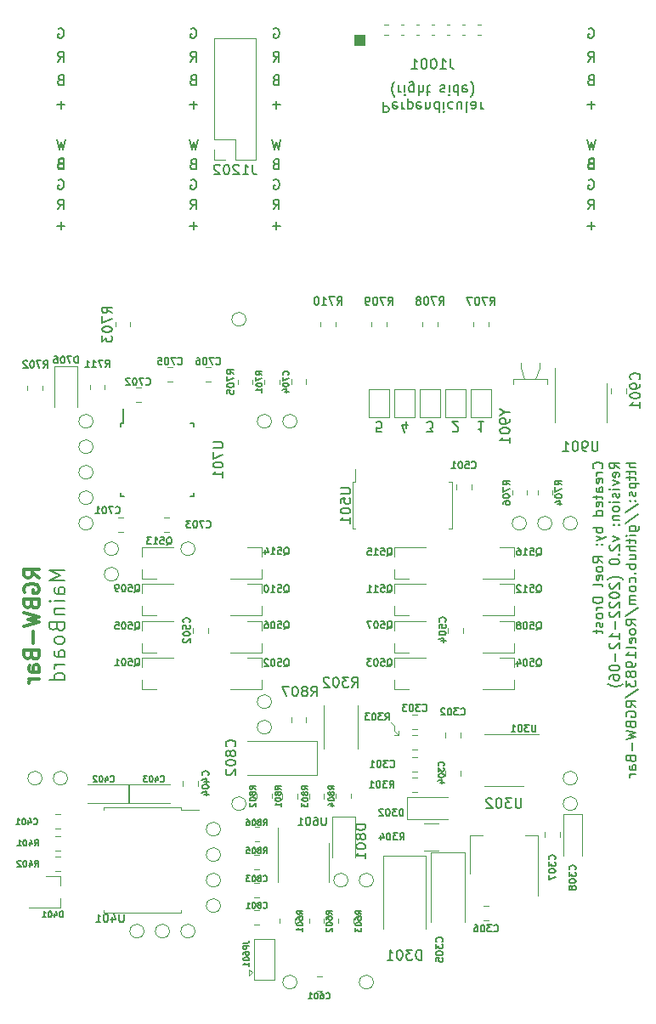
<source format=gbo>
G04 #@! TF.GenerationSoftware,KiCad,Pcbnew,5.1.12-84ad8e8a86~92~ubuntu16.04.1*
G04 #@! TF.CreationDate,2022-12-06T17:33:52+01:00*
G04 #@! TF.ProjectId,LedBar,4c656442-6172-42e6-9b69-6361645f7063,rev?*
G04 #@! TF.SameCoordinates,Original*
G04 #@! TF.FileFunction,Legend,Bot*
G04 #@! TF.FilePolarity,Positive*
%FSLAX46Y46*%
G04 Gerber Fmt 4.6, Leading zero omitted, Abs format (unit mm)*
G04 Created by KiCad (PCBNEW 5.1.12-84ad8e8a86~92~ubuntu16.04.1) date 2022-12-06 17:33:52*
%MOMM*%
%LPD*%
G01*
G04 APERTURE LIST*
%ADD10C,0.200000*%
%ADD11C,0.150000*%
%ADD12C,0.120000*%
%ADD13C,0.300000*%
%ADD14C,0.100000*%
%ADD15C,4.300000*%
%ADD16R,1.900000X0.800000*%
%ADD17C,2.800000*%
%ADD18R,3.000000X8.000000*%
%ADD19C,1.000000*%
%ADD20C,2.000000*%
%ADD21R,2.000000X2.000000*%
%ADD22R,1.600000X0.550000*%
%ADD23R,0.550000X1.600000*%
%ADD24C,1.800000*%
%ADD25R,1.800000X1.800000*%
%ADD26R,2.032000X1.070000*%
%ADD27O,1.000000X1.000000*%
%ADD28R,1.000000X1.000000*%
%ADD29R,1.500000X1.000000*%
%ADD30R,2.300000X3.500000*%
%ADD31O,1.600000X1.600000*%
%ADD32R,1.600000X1.600000*%
%ADD33R,1.500000X2.000000*%
%ADD34R,3.800000X2.000000*%
%ADD35C,1.500000*%
%ADD36O,1.700000X1.700000*%
%ADD37R,1.700000X1.700000*%
%ADD38C,3.000000*%
%ADD39O,1.350000X1.350000*%
%ADD40R,1.350000X1.350000*%
%ADD41O,4.050000X1.400000*%
%ADD42R,4.050000X1.400000*%
%ADD43C,3.200000*%
%ADD44C,0.800000*%
%ADD45R,1.070000X4.413000*%
%ADD46R,4.050000X1.500000*%
%ADD47O,4.050000X1.500000*%
G04 APERTURE END LIST*
D10*
X124884571Y-101215714D02*
X123384571Y-101215714D01*
X124456000Y-101715714D01*
X123384571Y-102215714D01*
X124884571Y-102215714D01*
X124884571Y-103572857D02*
X124098857Y-103572857D01*
X123956000Y-103501428D01*
X123884571Y-103358571D01*
X123884571Y-103072857D01*
X123956000Y-102930000D01*
X124813142Y-103572857D02*
X124884571Y-103430000D01*
X124884571Y-103072857D01*
X124813142Y-102930000D01*
X124670285Y-102858571D01*
X124527428Y-102858571D01*
X124384571Y-102930000D01*
X124313142Y-103072857D01*
X124313142Y-103430000D01*
X124241714Y-103572857D01*
X124884571Y-104287142D02*
X123884571Y-104287142D01*
X123384571Y-104287142D02*
X123456000Y-104215714D01*
X123527428Y-104287142D01*
X123456000Y-104358571D01*
X123384571Y-104287142D01*
X123527428Y-104287142D01*
X123884571Y-105001428D02*
X124884571Y-105001428D01*
X124027428Y-105001428D02*
X123956000Y-105072857D01*
X123884571Y-105215714D01*
X123884571Y-105430000D01*
X123956000Y-105572857D01*
X124098857Y-105644285D01*
X124884571Y-105644285D01*
X124098857Y-106858571D02*
X124170285Y-107072857D01*
X124241714Y-107144285D01*
X124384571Y-107215714D01*
X124598857Y-107215714D01*
X124741714Y-107144285D01*
X124813142Y-107072857D01*
X124884571Y-106930000D01*
X124884571Y-106358571D01*
X123384571Y-106358571D01*
X123384571Y-106858571D01*
X123456000Y-107001428D01*
X123527428Y-107072857D01*
X123670285Y-107144285D01*
X123813142Y-107144285D01*
X123956000Y-107072857D01*
X124027428Y-107001428D01*
X124098857Y-106858571D01*
X124098857Y-106358571D01*
X124884571Y-108072857D02*
X124813142Y-107930000D01*
X124741714Y-107858571D01*
X124598857Y-107787142D01*
X124170285Y-107787142D01*
X124027428Y-107858571D01*
X123956000Y-107930000D01*
X123884571Y-108072857D01*
X123884571Y-108287142D01*
X123956000Y-108430000D01*
X124027428Y-108501428D01*
X124170285Y-108572857D01*
X124598857Y-108572857D01*
X124741714Y-108501428D01*
X124813142Y-108430000D01*
X124884571Y-108287142D01*
X124884571Y-108072857D01*
X124884571Y-109858571D02*
X124098857Y-109858571D01*
X123956000Y-109787142D01*
X123884571Y-109644285D01*
X123884571Y-109358571D01*
X123956000Y-109215714D01*
X124813142Y-109858571D02*
X124884571Y-109715714D01*
X124884571Y-109358571D01*
X124813142Y-109215714D01*
X124670285Y-109144285D01*
X124527428Y-109144285D01*
X124384571Y-109215714D01*
X124313142Y-109358571D01*
X124313142Y-109715714D01*
X124241714Y-109858571D01*
X124884571Y-110572857D02*
X123884571Y-110572857D01*
X124170285Y-110572857D02*
X124027428Y-110644285D01*
X123956000Y-110715714D01*
X123884571Y-110858571D01*
X123884571Y-111001428D01*
X124884571Y-112144285D02*
X123384571Y-112144285D01*
X124813142Y-112144285D02*
X124884571Y-112001428D01*
X124884571Y-111715714D01*
X124813142Y-111572857D01*
X124741714Y-111501428D01*
X124598857Y-111430000D01*
X124170285Y-111430000D01*
X124027428Y-111501428D01*
X123956000Y-111572857D01*
X123884571Y-111715714D01*
X123884571Y-112001428D01*
X123956000Y-112144285D01*
D11*
X156448095Y-87415619D02*
X155971904Y-87415619D01*
X155924285Y-86939428D01*
X155971904Y-86987047D01*
X156067142Y-87034666D01*
X156305238Y-87034666D01*
X156400476Y-86987047D01*
X156448095Y-86939428D01*
X156495714Y-86844190D01*
X156495714Y-86606095D01*
X156448095Y-86510857D01*
X156400476Y-86463238D01*
X156305238Y-86415619D01*
X156067142Y-86415619D01*
X155971904Y-86463238D01*
X155924285Y-86510857D01*
X158940476Y-87082285D02*
X158940476Y-86415619D01*
X158702380Y-87463238D02*
X158464285Y-86748952D01*
X159083333Y-86748952D01*
X160956666Y-87415619D02*
X161575714Y-87415619D01*
X161242380Y-87034666D01*
X161385238Y-87034666D01*
X161480476Y-86987047D01*
X161528095Y-86939428D01*
X161575714Y-86844190D01*
X161575714Y-86606095D01*
X161528095Y-86510857D01*
X161480476Y-86463238D01*
X161385238Y-86415619D01*
X161099523Y-86415619D01*
X161004285Y-86463238D01*
X160956666Y-86510857D01*
X163544285Y-87320380D02*
X163591904Y-87368000D01*
X163687142Y-87415619D01*
X163925238Y-87415619D01*
X164020476Y-87368000D01*
X164068095Y-87320380D01*
X164115714Y-87225142D01*
X164115714Y-87129904D01*
X164068095Y-86987047D01*
X163496666Y-86415619D01*
X164115714Y-86415619D01*
X166655714Y-86415619D02*
X166084285Y-86415619D01*
X166370000Y-86415619D02*
X166370000Y-87415619D01*
X166274761Y-87272761D01*
X166179523Y-87177523D01*
X166084285Y-87129904D01*
D12*
X158115000Y-117602000D02*
X157734000Y-117602000D01*
X158115000Y-117602000D02*
X158115000Y-117221000D01*
X157734000Y-117221000D02*
X158115000Y-117602000D01*
X157734000Y-116713000D02*
X157734000Y-117221000D01*
X157353000Y-116332000D02*
X157734000Y-116713000D01*
D13*
X122344571Y-101965714D02*
X121630285Y-101465714D01*
X122344571Y-101108571D02*
X120844571Y-101108571D01*
X120844571Y-101680000D01*
X120916000Y-101822857D01*
X120987428Y-101894285D01*
X121130285Y-101965714D01*
X121344571Y-101965714D01*
X121487428Y-101894285D01*
X121558857Y-101822857D01*
X121630285Y-101680000D01*
X121630285Y-101108571D01*
X120916000Y-103394285D02*
X120844571Y-103251428D01*
X120844571Y-103037142D01*
X120916000Y-102822857D01*
X121058857Y-102680000D01*
X121201714Y-102608571D01*
X121487428Y-102537142D01*
X121701714Y-102537142D01*
X121987428Y-102608571D01*
X122130285Y-102680000D01*
X122273142Y-102822857D01*
X122344571Y-103037142D01*
X122344571Y-103180000D01*
X122273142Y-103394285D01*
X122201714Y-103465714D01*
X121701714Y-103465714D01*
X121701714Y-103180000D01*
X121558857Y-104608571D02*
X121630285Y-104822857D01*
X121701714Y-104894285D01*
X121844571Y-104965714D01*
X122058857Y-104965714D01*
X122201714Y-104894285D01*
X122273142Y-104822857D01*
X122344571Y-104680000D01*
X122344571Y-104108571D01*
X120844571Y-104108571D01*
X120844571Y-104608571D01*
X120916000Y-104751428D01*
X120987428Y-104822857D01*
X121130285Y-104894285D01*
X121273142Y-104894285D01*
X121416000Y-104822857D01*
X121487428Y-104751428D01*
X121558857Y-104608571D01*
X121558857Y-104108571D01*
X120844571Y-105465714D02*
X122344571Y-105822857D01*
X121273142Y-106108571D01*
X122344571Y-106394285D01*
X120844571Y-106751428D01*
X121773142Y-107322857D02*
X121773142Y-108465714D01*
X121558857Y-109680000D02*
X121630285Y-109894285D01*
X121701714Y-109965714D01*
X121844571Y-110037142D01*
X122058857Y-110037142D01*
X122201714Y-109965714D01*
X122273142Y-109894285D01*
X122344571Y-109751428D01*
X122344571Y-109180000D01*
X120844571Y-109180000D01*
X120844571Y-109680000D01*
X120916000Y-109822857D01*
X120987428Y-109894285D01*
X121130285Y-109965714D01*
X121273142Y-109965714D01*
X121416000Y-109894285D01*
X121487428Y-109822857D01*
X121558857Y-109680000D01*
X121558857Y-109180000D01*
X122344571Y-111322857D02*
X121558857Y-111322857D01*
X121416000Y-111251428D01*
X121344571Y-111108571D01*
X121344571Y-110822857D01*
X121416000Y-110680000D01*
X122273142Y-111322857D02*
X122344571Y-111180000D01*
X122344571Y-110822857D01*
X122273142Y-110680000D01*
X122130285Y-110608571D01*
X121987428Y-110608571D01*
X121844571Y-110680000D01*
X121773142Y-110822857D01*
X121773142Y-111180000D01*
X121701714Y-111322857D01*
X122344571Y-112037142D02*
X121344571Y-112037142D01*
X121630285Y-112037142D02*
X121487428Y-112108571D01*
X121416000Y-112180000D01*
X121344571Y-112322857D01*
X121344571Y-112465714D01*
D11*
X177090095Y-62302000D02*
X177185333Y-62254380D01*
X177328190Y-62254380D01*
X177471047Y-62302000D01*
X177566285Y-62397238D01*
X177613904Y-62492476D01*
X177661523Y-62682952D01*
X177661523Y-62825809D01*
X177613904Y-63016285D01*
X177566285Y-63111523D01*
X177471047Y-63206761D01*
X177328190Y-63254380D01*
X177232952Y-63254380D01*
X177090095Y-63206761D01*
X177042476Y-63159142D01*
X177042476Y-62825809D01*
X177232952Y-62825809D01*
X177280571Y-60630571D02*
X177137714Y-60678190D01*
X177090095Y-60725809D01*
X177042476Y-60821047D01*
X177042476Y-60963904D01*
X177090095Y-61059142D01*
X177137714Y-61106761D01*
X177232952Y-61154380D01*
X177613904Y-61154380D01*
X177613904Y-60154380D01*
X177280571Y-60154380D01*
X177185333Y-60202000D01*
X177137714Y-60249619D01*
X177090095Y-60344857D01*
X177090095Y-60440095D01*
X177137714Y-60535333D01*
X177185333Y-60582952D01*
X177280571Y-60630571D01*
X177613904Y-60630571D01*
X177042476Y-65254380D02*
X177375809Y-64778190D01*
X177613904Y-65254380D02*
X177613904Y-64254380D01*
X177232952Y-64254380D01*
X177137714Y-64302000D01*
X177090095Y-64349619D01*
X177042476Y-64444857D01*
X177042476Y-64587714D01*
X177090095Y-64682952D01*
X177137714Y-64730571D01*
X177232952Y-64778190D01*
X177613904Y-64778190D01*
X177732952Y-66873428D02*
X176971047Y-66873428D01*
X177352000Y-67254380D02*
X177352000Y-66492476D01*
X177780571Y-58254380D02*
X177542476Y-59254380D01*
X177352000Y-58540095D01*
X177161523Y-59254380D01*
X176923428Y-58254380D01*
X177042476Y-50534380D02*
X177375809Y-50058190D01*
X177613904Y-50534380D02*
X177613904Y-49534380D01*
X177232952Y-49534380D01*
X177137714Y-49582000D01*
X177090095Y-49629619D01*
X177042476Y-49724857D01*
X177042476Y-49867714D01*
X177090095Y-49962952D01*
X177137714Y-50010571D01*
X177232952Y-50058190D01*
X177613904Y-50058190D01*
X177090095Y-47252000D02*
X177185333Y-47204380D01*
X177328190Y-47204380D01*
X177471047Y-47252000D01*
X177566285Y-47347238D01*
X177613904Y-47442476D01*
X177661523Y-47632952D01*
X177661523Y-47775809D01*
X177613904Y-47966285D01*
X177566285Y-48061523D01*
X177471047Y-48156761D01*
X177328190Y-48204380D01*
X177232952Y-48204380D01*
X177090095Y-48156761D01*
X177042476Y-48109142D01*
X177042476Y-47775809D01*
X177232952Y-47775809D01*
X177280571Y-52350571D02*
X177137714Y-52398190D01*
X177090095Y-52445809D01*
X177042476Y-52541047D01*
X177042476Y-52683904D01*
X177090095Y-52779142D01*
X177137714Y-52826761D01*
X177232952Y-52874380D01*
X177613904Y-52874380D01*
X177613904Y-51874380D01*
X177280571Y-51874380D01*
X177185333Y-51922000D01*
X177137714Y-51969619D01*
X177090095Y-52064857D01*
X177090095Y-52160095D01*
X177137714Y-52255333D01*
X177185333Y-52302952D01*
X177280571Y-52350571D01*
X177613904Y-52350571D01*
X177732952Y-54823428D02*
X176971047Y-54823428D01*
X177352000Y-55204380D02*
X177352000Y-54442476D01*
X124948571Y-58254380D02*
X124710476Y-59254380D01*
X124520000Y-58540095D01*
X124329523Y-59254380D01*
X124091428Y-58254380D01*
X124210476Y-65254380D02*
X124543809Y-64778190D01*
X124781904Y-65254380D02*
X124781904Y-64254380D01*
X124400952Y-64254380D01*
X124305714Y-64302000D01*
X124258095Y-64349619D01*
X124210476Y-64444857D01*
X124210476Y-64587714D01*
X124258095Y-64682952D01*
X124305714Y-64730571D01*
X124400952Y-64778190D01*
X124781904Y-64778190D01*
X124258095Y-62302000D02*
X124353333Y-62254380D01*
X124496190Y-62254380D01*
X124639047Y-62302000D01*
X124734285Y-62397238D01*
X124781904Y-62492476D01*
X124829523Y-62682952D01*
X124829523Y-62825809D01*
X124781904Y-63016285D01*
X124734285Y-63111523D01*
X124639047Y-63206761D01*
X124496190Y-63254380D01*
X124400952Y-63254380D01*
X124258095Y-63206761D01*
X124210476Y-63159142D01*
X124210476Y-62825809D01*
X124400952Y-62825809D01*
X124448571Y-60630571D02*
X124305714Y-60678190D01*
X124258095Y-60725809D01*
X124210476Y-60821047D01*
X124210476Y-60963904D01*
X124258095Y-61059142D01*
X124305714Y-61106761D01*
X124400952Y-61154380D01*
X124781904Y-61154380D01*
X124781904Y-60154380D01*
X124448571Y-60154380D01*
X124353333Y-60202000D01*
X124305714Y-60249619D01*
X124258095Y-60344857D01*
X124258095Y-60440095D01*
X124305714Y-60535333D01*
X124353333Y-60582952D01*
X124448571Y-60630571D01*
X124781904Y-60630571D01*
X124900952Y-66873428D02*
X124139047Y-66873428D01*
X124520000Y-67254380D02*
X124520000Y-66492476D01*
D10*
X124884571Y-101215714D02*
X123384571Y-101215714D01*
X124456000Y-101715714D01*
X123384571Y-102215714D01*
X124884571Y-102215714D01*
X124884571Y-103572857D02*
X124098857Y-103572857D01*
X123956000Y-103501428D01*
X123884571Y-103358571D01*
X123884571Y-103072857D01*
X123956000Y-102930000D01*
X124813142Y-103572857D02*
X124884571Y-103430000D01*
X124884571Y-103072857D01*
X124813142Y-102930000D01*
X124670285Y-102858571D01*
X124527428Y-102858571D01*
X124384571Y-102930000D01*
X124313142Y-103072857D01*
X124313142Y-103430000D01*
X124241714Y-103572857D01*
X124884571Y-104287142D02*
X123884571Y-104287142D01*
X123384571Y-104287142D02*
X123456000Y-104215714D01*
X123527428Y-104287142D01*
X123456000Y-104358571D01*
X123384571Y-104287142D01*
X123527428Y-104287142D01*
X123884571Y-105001428D02*
X124884571Y-105001428D01*
X124027428Y-105001428D02*
X123956000Y-105072857D01*
X123884571Y-105215714D01*
X123884571Y-105430000D01*
X123956000Y-105572857D01*
X124098857Y-105644285D01*
X124884571Y-105644285D01*
X124098857Y-106858571D02*
X124170285Y-107072857D01*
X124241714Y-107144285D01*
X124384571Y-107215714D01*
X124598857Y-107215714D01*
X124741714Y-107144285D01*
X124813142Y-107072857D01*
X124884571Y-106930000D01*
X124884571Y-106358571D01*
X123384571Y-106358571D01*
X123384571Y-106858571D01*
X123456000Y-107001428D01*
X123527428Y-107072857D01*
X123670285Y-107144285D01*
X123813142Y-107144285D01*
X123956000Y-107072857D01*
X124027428Y-107001428D01*
X124098857Y-106858571D01*
X124098857Y-106358571D01*
X124884571Y-108072857D02*
X124813142Y-107930000D01*
X124741714Y-107858571D01*
X124598857Y-107787142D01*
X124170285Y-107787142D01*
X124027428Y-107858571D01*
X123956000Y-107930000D01*
X123884571Y-108072857D01*
X123884571Y-108287142D01*
X123956000Y-108430000D01*
X124027428Y-108501428D01*
X124170285Y-108572857D01*
X124598857Y-108572857D01*
X124741714Y-108501428D01*
X124813142Y-108430000D01*
X124884571Y-108287142D01*
X124884571Y-108072857D01*
X124884571Y-109858571D02*
X124098857Y-109858571D01*
X123956000Y-109787142D01*
X123884571Y-109644285D01*
X123884571Y-109358571D01*
X123956000Y-109215714D01*
X124813142Y-109858571D02*
X124884571Y-109715714D01*
X124884571Y-109358571D01*
X124813142Y-109215714D01*
X124670285Y-109144285D01*
X124527428Y-109144285D01*
X124384571Y-109215714D01*
X124313142Y-109358571D01*
X124313142Y-109715714D01*
X124241714Y-109858571D01*
X124884571Y-110572857D02*
X123884571Y-110572857D01*
X124170285Y-110572857D02*
X124027428Y-110644285D01*
X123956000Y-110715714D01*
X123884571Y-110858571D01*
X123884571Y-111001428D01*
X124884571Y-112144285D02*
X123384571Y-112144285D01*
X124813142Y-112144285D02*
X124884571Y-112001428D01*
X124884571Y-111715714D01*
X124813142Y-111572857D01*
X124741714Y-111501428D01*
X124598857Y-111430000D01*
X124170285Y-111430000D01*
X124027428Y-111501428D01*
X123956000Y-111572857D01*
X123884571Y-111715714D01*
X123884571Y-112001428D01*
X123956000Y-112144285D01*
D11*
X156448095Y-87415619D02*
X155971904Y-87415619D01*
X155924285Y-86939428D01*
X155971904Y-86987047D01*
X156067142Y-87034666D01*
X156305238Y-87034666D01*
X156400476Y-86987047D01*
X156448095Y-86939428D01*
X156495714Y-86844190D01*
X156495714Y-86606095D01*
X156448095Y-86510857D01*
X156400476Y-86463238D01*
X156305238Y-86415619D01*
X156067142Y-86415619D01*
X155971904Y-86463238D01*
X155924285Y-86510857D01*
X158940476Y-87082285D02*
X158940476Y-86415619D01*
X158702380Y-87463238D02*
X158464285Y-86748952D01*
X159083333Y-86748952D01*
X160956666Y-87415619D02*
X161575714Y-87415619D01*
X161242380Y-87034666D01*
X161385238Y-87034666D01*
X161480476Y-86987047D01*
X161528095Y-86939428D01*
X161575714Y-86844190D01*
X161575714Y-86606095D01*
X161528095Y-86510857D01*
X161480476Y-86463238D01*
X161385238Y-86415619D01*
X161099523Y-86415619D01*
X161004285Y-86463238D01*
X160956666Y-86510857D01*
X163544285Y-87320380D02*
X163591904Y-87368000D01*
X163687142Y-87415619D01*
X163925238Y-87415619D01*
X164020476Y-87368000D01*
X164068095Y-87320380D01*
X164115714Y-87225142D01*
X164115714Y-87129904D01*
X164068095Y-86987047D01*
X163496666Y-86415619D01*
X164115714Y-86415619D01*
X166655714Y-86415619D02*
X166084285Y-86415619D01*
X166370000Y-86415619D02*
X166370000Y-87415619D01*
X166274761Y-87272761D01*
X166179523Y-87177523D01*
X166084285Y-87129904D01*
X156615428Y-54538619D02*
X156615428Y-55538619D01*
X156996380Y-55538619D01*
X157091619Y-55491000D01*
X157139238Y-55443380D01*
X157186857Y-55348142D01*
X157186857Y-55205285D01*
X157139238Y-55110047D01*
X157091619Y-55062428D01*
X156996380Y-55014809D01*
X156615428Y-55014809D01*
X157996380Y-54586238D02*
X157901142Y-54538619D01*
X157710666Y-54538619D01*
X157615428Y-54586238D01*
X157567809Y-54681476D01*
X157567809Y-55062428D01*
X157615428Y-55157666D01*
X157710666Y-55205285D01*
X157901142Y-55205285D01*
X157996380Y-55157666D01*
X158044000Y-55062428D01*
X158044000Y-54967190D01*
X157567809Y-54871952D01*
X158472571Y-54538619D02*
X158472571Y-55205285D01*
X158472571Y-55014809D02*
X158520190Y-55110047D01*
X158567809Y-55157666D01*
X158663047Y-55205285D01*
X158758285Y-55205285D01*
X159091619Y-55205285D02*
X159091619Y-54205285D01*
X159091619Y-55157666D02*
X159186857Y-55205285D01*
X159377333Y-55205285D01*
X159472571Y-55157666D01*
X159520190Y-55110047D01*
X159567809Y-55014809D01*
X159567809Y-54729095D01*
X159520190Y-54633857D01*
X159472571Y-54586238D01*
X159377333Y-54538619D01*
X159186857Y-54538619D01*
X159091619Y-54586238D01*
X160377333Y-54586238D02*
X160282095Y-54538619D01*
X160091619Y-54538619D01*
X159996380Y-54586238D01*
X159948761Y-54681476D01*
X159948761Y-55062428D01*
X159996380Y-55157666D01*
X160091619Y-55205285D01*
X160282095Y-55205285D01*
X160377333Y-55157666D01*
X160424952Y-55062428D01*
X160424952Y-54967190D01*
X159948761Y-54871952D01*
X160853523Y-55205285D02*
X160853523Y-54538619D01*
X160853523Y-55110047D02*
X160901142Y-55157666D01*
X160996380Y-55205285D01*
X161139238Y-55205285D01*
X161234476Y-55157666D01*
X161282095Y-55062428D01*
X161282095Y-54538619D01*
X162186857Y-54538619D02*
X162186857Y-55538619D01*
X162186857Y-54586238D02*
X162091619Y-54538619D01*
X161901142Y-54538619D01*
X161805904Y-54586238D01*
X161758285Y-54633857D01*
X161710666Y-54729095D01*
X161710666Y-55014809D01*
X161758285Y-55110047D01*
X161805904Y-55157666D01*
X161901142Y-55205285D01*
X162091619Y-55205285D01*
X162186857Y-55157666D01*
X162663047Y-54538619D02*
X162663047Y-55205285D01*
X162663047Y-55538619D02*
X162615428Y-55491000D01*
X162663047Y-55443380D01*
X162710666Y-55491000D01*
X162663047Y-55538619D01*
X162663047Y-55443380D01*
X163567809Y-54586238D02*
X163472571Y-54538619D01*
X163282095Y-54538619D01*
X163186857Y-54586238D01*
X163139238Y-54633857D01*
X163091619Y-54729095D01*
X163091619Y-55014809D01*
X163139238Y-55110047D01*
X163186857Y-55157666D01*
X163282095Y-55205285D01*
X163472571Y-55205285D01*
X163567809Y-55157666D01*
X164424952Y-55205285D02*
X164424952Y-54538619D01*
X163996380Y-55205285D02*
X163996380Y-54681476D01*
X164044000Y-54586238D01*
X164139238Y-54538619D01*
X164282095Y-54538619D01*
X164377333Y-54586238D01*
X164424952Y-54633857D01*
X165044000Y-54538619D02*
X164948761Y-54586238D01*
X164901142Y-54681476D01*
X164901142Y-55538619D01*
X165853523Y-54538619D02*
X165853523Y-55062428D01*
X165805904Y-55157666D01*
X165710666Y-55205285D01*
X165520190Y-55205285D01*
X165424952Y-55157666D01*
X165853523Y-54586238D02*
X165758285Y-54538619D01*
X165520190Y-54538619D01*
X165424952Y-54586238D01*
X165377333Y-54681476D01*
X165377333Y-54776714D01*
X165424952Y-54871952D01*
X165520190Y-54919571D01*
X165758285Y-54919571D01*
X165853523Y-54967190D01*
X166329714Y-54538619D02*
X166329714Y-55205285D01*
X166329714Y-55014809D02*
X166377333Y-55110047D01*
X166424952Y-55157666D01*
X166520190Y-55205285D01*
X166615428Y-55205285D01*
X157758285Y-52506666D02*
X157710666Y-52554285D01*
X157615428Y-52697142D01*
X157567809Y-52792380D01*
X157520190Y-52935238D01*
X157472571Y-53173333D01*
X157472571Y-53363809D01*
X157520190Y-53601904D01*
X157567809Y-53744761D01*
X157615428Y-53840000D01*
X157710666Y-53982857D01*
X157758285Y-54030476D01*
X158139238Y-52887619D02*
X158139238Y-53554285D01*
X158139238Y-53363809D02*
X158186857Y-53459047D01*
X158234476Y-53506666D01*
X158329714Y-53554285D01*
X158424952Y-53554285D01*
X158758285Y-52887619D02*
X158758285Y-53554285D01*
X158758285Y-53887619D02*
X158710666Y-53840000D01*
X158758285Y-53792380D01*
X158805904Y-53840000D01*
X158758285Y-53887619D01*
X158758285Y-53792380D01*
X159663047Y-53554285D02*
X159663047Y-52744761D01*
X159615428Y-52649523D01*
X159567809Y-52601904D01*
X159472571Y-52554285D01*
X159329714Y-52554285D01*
X159234476Y-52601904D01*
X159663047Y-52935238D02*
X159567809Y-52887619D01*
X159377333Y-52887619D01*
X159282095Y-52935238D01*
X159234476Y-52982857D01*
X159186857Y-53078095D01*
X159186857Y-53363809D01*
X159234476Y-53459047D01*
X159282095Y-53506666D01*
X159377333Y-53554285D01*
X159567809Y-53554285D01*
X159663047Y-53506666D01*
X160139238Y-52887619D02*
X160139238Y-53887619D01*
X160567809Y-52887619D02*
X160567809Y-53411428D01*
X160520190Y-53506666D01*
X160424952Y-53554285D01*
X160282095Y-53554285D01*
X160186857Y-53506666D01*
X160139238Y-53459047D01*
X160901142Y-53554285D02*
X161282095Y-53554285D01*
X161044000Y-53887619D02*
X161044000Y-53030476D01*
X161091619Y-52935238D01*
X161186857Y-52887619D01*
X161282095Y-52887619D01*
X162329714Y-52935238D02*
X162424952Y-52887619D01*
X162615428Y-52887619D01*
X162710666Y-52935238D01*
X162758285Y-53030476D01*
X162758285Y-53078095D01*
X162710666Y-53173333D01*
X162615428Y-53220952D01*
X162472571Y-53220952D01*
X162377333Y-53268571D01*
X162329714Y-53363809D01*
X162329714Y-53411428D01*
X162377333Y-53506666D01*
X162472571Y-53554285D01*
X162615428Y-53554285D01*
X162710666Y-53506666D01*
X163186857Y-52887619D02*
X163186857Y-53554285D01*
X163186857Y-53887619D02*
X163139238Y-53840000D01*
X163186857Y-53792380D01*
X163234476Y-53840000D01*
X163186857Y-53887619D01*
X163186857Y-53792380D01*
X164091619Y-52887619D02*
X164091619Y-53887619D01*
X164091619Y-52935238D02*
X163996380Y-52887619D01*
X163805904Y-52887619D01*
X163710666Y-52935238D01*
X163663047Y-52982857D01*
X163615428Y-53078095D01*
X163615428Y-53363809D01*
X163663047Y-53459047D01*
X163710666Y-53506666D01*
X163805904Y-53554285D01*
X163996380Y-53554285D01*
X164091619Y-53506666D01*
X164948761Y-52935238D02*
X164853523Y-52887619D01*
X164663047Y-52887619D01*
X164567809Y-52935238D01*
X164520190Y-53030476D01*
X164520190Y-53411428D01*
X164567809Y-53506666D01*
X164663047Y-53554285D01*
X164853523Y-53554285D01*
X164948761Y-53506666D01*
X164996380Y-53411428D01*
X164996380Y-53316190D01*
X164520190Y-53220952D01*
X165329714Y-52506666D02*
X165377333Y-52554285D01*
X165472571Y-52697142D01*
X165520190Y-52792380D01*
X165567809Y-52935238D01*
X165615428Y-53173333D01*
X165615428Y-53363809D01*
X165567809Y-53601904D01*
X165520190Y-53744761D01*
X165472571Y-53840000D01*
X165377333Y-53982857D01*
X165329714Y-54030476D01*
D12*
X158115000Y-117602000D02*
X157734000Y-117602000D01*
X158115000Y-117602000D02*
X158115000Y-117221000D01*
X157734000Y-117221000D02*
X158115000Y-117602000D01*
X157734000Y-116713000D02*
X157734000Y-117221000D01*
X157353000Y-116332000D02*
X157734000Y-116713000D01*
D11*
X178412142Y-91077023D02*
X178459761Y-91029404D01*
X178507380Y-90886547D01*
X178507380Y-90791309D01*
X178459761Y-90648452D01*
X178364523Y-90553214D01*
X178269285Y-90505595D01*
X178078809Y-90457976D01*
X177935952Y-90457976D01*
X177745476Y-90505595D01*
X177650238Y-90553214D01*
X177555000Y-90648452D01*
X177507380Y-90791309D01*
X177507380Y-90886547D01*
X177555000Y-91029404D01*
X177602619Y-91077023D01*
X178507380Y-91505595D02*
X177840714Y-91505595D01*
X178031190Y-91505595D02*
X177935952Y-91553214D01*
X177888333Y-91600833D01*
X177840714Y-91696071D01*
X177840714Y-91791309D01*
X178459761Y-92505595D02*
X178507380Y-92410357D01*
X178507380Y-92219880D01*
X178459761Y-92124642D01*
X178364523Y-92077023D01*
X177983571Y-92077023D01*
X177888333Y-92124642D01*
X177840714Y-92219880D01*
X177840714Y-92410357D01*
X177888333Y-92505595D01*
X177983571Y-92553214D01*
X178078809Y-92553214D01*
X178174047Y-92077023D01*
X178507380Y-93410357D02*
X177983571Y-93410357D01*
X177888333Y-93362738D01*
X177840714Y-93267500D01*
X177840714Y-93077023D01*
X177888333Y-92981785D01*
X178459761Y-93410357D02*
X178507380Y-93315119D01*
X178507380Y-93077023D01*
X178459761Y-92981785D01*
X178364523Y-92934166D01*
X178269285Y-92934166D01*
X178174047Y-92981785D01*
X178126428Y-93077023D01*
X178126428Y-93315119D01*
X178078809Y-93410357D01*
X177840714Y-93743690D02*
X177840714Y-94124642D01*
X177507380Y-93886547D02*
X178364523Y-93886547D01*
X178459761Y-93934166D01*
X178507380Y-94029404D01*
X178507380Y-94124642D01*
X178459761Y-94838928D02*
X178507380Y-94743690D01*
X178507380Y-94553214D01*
X178459761Y-94457976D01*
X178364523Y-94410357D01*
X177983571Y-94410357D01*
X177888333Y-94457976D01*
X177840714Y-94553214D01*
X177840714Y-94743690D01*
X177888333Y-94838928D01*
X177983571Y-94886547D01*
X178078809Y-94886547D01*
X178174047Y-94410357D01*
X178507380Y-95743690D02*
X177507380Y-95743690D01*
X178459761Y-95743690D02*
X178507380Y-95648452D01*
X178507380Y-95457976D01*
X178459761Y-95362738D01*
X178412142Y-95315119D01*
X178316904Y-95267500D01*
X178031190Y-95267500D01*
X177935952Y-95315119D01*
X177888333Y-95362738D01*
X177840714Y-95457976D01*
X177840714Y-95648452D01*
X177888333Y-95743690D01*
X178507380Y-96981785D02*
X177507380Y-96981785D01*
X177888333Y-96981785D02*
X177840714Y-97077023D01*
X177840714Y-97267500D01*
X177888333Y-97362738D01*
X177935952Y-97410357D01*
X178031190Y-97457976D01*
X178316904Y-97457976D01*
X178412142Y-97410357D01*
X178459761Y-97362738D01*
X178507380Y-97267500D01*
X178507380Y-97077023D01*
X178459761Y-96981785D01*
X177840714Y-97791309D02*
X178507380Y-98029404D01*
X177840714Y-98267500D02*
X178507380Y-98029404D01*
X178745476Y-97934166D01*
X178793095Y-97886547D01*
X178840714Y-97791309D01*
X178412142Y-98648452D02*
X178459761Y-98696071D01*
X178507380Y-98648452D01*
X178459761Y-98600833D01*
X178412142Y-98648452D01*
X178507380Y-98648452D01*
X177888333Y-98648452D02*
X177935952Y-98696071D01*
X177983571Y-98648452D01*
X177935952Y-98600833D01*
X177888333Y-98648452D01*
X177983571Y-98648452D01*
X178507380Y-100457976D02*
X178031190Y-100124642D01*
X178507380Y-99886547D02*
X177507380Y-99886547D01*
X177507380Y-100267500D01*
X177555000Y-100362738D01*
X177602619Y-100410357D01*
X177697857Y-100457976D01*
X177840714Y-100457976D01*
X177935952Y-100410357D01*
X177983571Y-100362738D01*
X178031190Y-100267500D01*
X178031190Y-99886547D01*
X178507380Y-101029404D02*
X178459761Y-100934166D01*
X178412142Y-100886547D01*
X178316904Y-100838928D01*
X178031190Y-100838928D01*
X177935952Y-100886547D01*
X177888333Y-100934166D01*
X177840714Y-101029404D01*
X177840714Y-101172261D01*
X177888333Y-101267500D01*
X177935952Y-101315119D01*
X178031190Y-101362738D01*
X178316904Y-101362738D01*
X178412142Y-101315119D01*
X178459761Y-101267500D01*
X178507380Y-101172261D01*
X178507380Y-101029404D01*
X178459761Y-102172261D02*
X178507380Y-102077023D01*
X178507380Y-101886547D01*
X178459761Y-101791309D01*
X178364523Y-101743690D01*
X177983571Y-101743690D01*
X177888333Y-101791309D01*
X177840714Y-101886547D01*
X177840714Y-102077023D01*
X177888333Y-102172261D01*
X177983571Y-102219880D01*
X178078809Y-102219880D01*
X178174047Y-101743690D01*
X178507380Y-102791309D02*
X178459761Y-102696071D01*
X178364523Y-102648452D01*
X177507380Y-102648452D01*
X178507380Y-103934166D02*
X177507380Y-103934166D01*
X177507380Y-104172261D01*
X177555000Y-104315119D01*
X177650238Y-104410357D01*
X177745476Y-104457976D01*
X177935952Y-104505595D01*
X178078809Y-104505595D01*
X178269285Y-104457976D01*
X178364523Y-104410357D01*
X178459761Y-104315119D01*
X178507380Y-104172261D01*
X178507380Y-103934166D01*
X178507380Y-104934166D02*
X177840714Y-104934166D01*
X178031190Y-104934166D02*
X177935952Y-104981785D01*
X177888333Y-105029404D01*
X177840714Y-105124642D01*
X177840714Y-105219880D01*
X178507380Y-105696071D02*
X178459761Y-105600833D01*
X178412142Y-105553214D01*
X178316904Y-105505595D01*
X178031190Y-105505595D01*
X177935952Y-105553214D01*
X177888333Y-105600833D01*
X177840714Y-105696071D01*
X177840714Y-105838928D01*
X177888333Y-105934166D01*
X177935952Y-105981785D01*
X178031190Y-106029404D01*
X178316904Y-106029404D01*
X178412142Y-105981785D01*
X178459761Y-105934166D01*
X178507380Y-105838928D01*
X178507380Y-105696071D01*
X178459761Y-106410357D02*
X178507380Y-106505595D01*
X178507380Y-106696071D01*
X178459761Y-106791309D01*
X178364523Y-106838928D01*
X178316904Y-106838928D01*
X178221666Y-106791309D01*
X178174047Y-106696071D01*
X178174047Y-106553214D01*
X178126428Y-106457976D01*
X178031190Y-106410357D01*
X177983571Y-106410357D01*
X177888333Y-106457976D01*
X177840714Y-106553214D01*
X177840714Y-106696071D01*
X177888333Y-106791309D01*
X177840714Y-107124642D02*
X177840714Y-107505595D01*
X177507380Y-107267500D02*
X178364523Y-107267500D01*
X178459761Y-107315119D01*
X178507380Y-107410357D01*
X178507380Y-107505595D01*
X180157380Y-91077023D02*
X179681190Y-90743690D01*
X180157380Y-90505595D02*
X179157380Y-90505595D01*
X179157380Y-90886547D01*
X179205000Y-90981785D01*
X179252619Y-91029404D01*
X179347857Y-91077023D01*
X179490714Y-91077023D01*
X179585952Y-91029404D01*
X179633571Y-90981785D01*
X179681190Y-90886547D01*
X179681190Y-90505595D01*
X180109761Y-91886547D02*
X180157380Y-91791309D01*
X180157380Y-91600833D01*
X180109761Y-91505595D01*
X180014523Y-91457976D01*
X179633571Y-91457976D01*
X179538333Y-91505595D01*
X179490714Y-91600833D01*
X179490714Y-91791309D01*
X179538333Y-91886547D01*
X179633571Y-91934166D01*
X179728809Y-91934166D01*
X179824047Y-91457976D01*
X179490714Y-92267500D02*
X180157380Y-92505595D01*
X179490714Y-92743690D01*
X180157380Y-93124642D02*
X179490714Y-93124642D01*
X179157380Y-93124642D02*
X179205000Y-93077023D01*
X179252619Y-93124642D01*
X179205000Y-93172261D01*
X179157380Y-93124642D01*
X179252619Y-93124642D01*
X180109761Y-93553214D02*
X180157380Y-93648452D01*
X180157380Y-93838928D01*
X180109761Y-93934166D01*
X180014523Y-93981785D01*
X179966904Y-93981785D01*
X179871666Y-93934166D01*
X179824047Y-93838928D01*
X179824047Y-93696071D01*
X179776428Y-93600833D01*
X179681190Y-93553214D01*
X179633571Y-93553214D01*
X179538333Y-93600833D01*
X179490714Y-93696071D01*
X179490714Y-93838928D01*
X179538333Y-93934166D01*
X180157380Y-94410357D02*
X179490714Y-94410357D01*
X179157380Y-94410357D02*
X179205000Y-94362738D01*
X179252619Y-94410357D01*
X179205000Y-94457976D01*
X179157380Y-94410357D01*
X179252619Y-94410357D01*
X180157380Y-95029404D02*
X180109761Y-94934166D01*
X180062142Y-94886547D01*
X179966904Y-94838928D01*
X179681190Y-94838928D01*
X179585952Y-94886547D01*
X179538333Y-94934166D01*
X179490714Y-95029404D01*
X179490714Y-95172261D01*
X179538333Y-95267500D01*
X179585952Y-95315119D01*
X179681190Y-95362738D01*
X179966904Y-95362738D01*
X180062142Y-95315119D01*
X180109761Y-95267500D01*
X180157380Y-95172261D01*
X180157380Y-95029404D01*
X179490714Y-95791309D02*
X180157380Y-95791309D01*
X179585952Y-95791309D02*
X179538333Y-95838928D01*
X179490714Y-95934166D01*
X179490714Y-96077023D01*
X179538333Y-96172261D01*
X179633571Y-96219880D01*
X180157380Y-96219880D01*
X180062142Y-96696071D02*
X180109761Y-96743690D01*
X180157380Y-96696071D01*
X180109761Y-96648452D01*
X180062142Y-96696071D01*
X180157380Y-96696071D01*
X179538333Y-96696071D02*
X179585952Y-96743690D01*
X179633571Y-96696071D01*
X179585952Y-96648452D01*
X179538333Y-96696071D01*
X179633571Y-96696071D01*
X179490714Y-97838928D02*
X180157380Y-98077023D01*
X179490714Y-98315119D01*
X179252619Y-98648452D02*
X179205000Y-98696071D01*
X179157380Y-98791309D01*
X179157380Y-99029404D01*
X179205000Y-99124642D01*
X179252619Y-99172261D01*
X179347857Y-99219880D01*
X179443095Y-99219880D01*
X179585952Y-99172261D01*
X180157380Y-98600833D01*
X180157380Y-99219880D01*
X180062142Y-99648452D02*
X180109761Y-99696071D01*
X180157380Y-99648452D01*
X180109761Y-99600833D01*
X180062142Y-99648452D01*
X180157380Y-99648452D01*
X179157380Y-100315119D02*
X179157380Y-100410357D01*
X179205000Y-100505595D01*
X179252619Y-100553214D01*
X179347857Y-100600833D01*
X179538333Y-100648452D01*
X179776428Y-100648452D01*
X179966904Y-100600833D01*
X180062142Y-100553214D01*
X180109761Y-100505595D01*
X180157380Y-100410357D01*
X180157380Y-100315119D01*
X180109761Y-100219880D01*
X180062142Y-100172261D01*
X179966904Y-100124642D01*
X179776428Y-100077023D01*
X179538333Y-100077023D01*
X179347857Y-100124642D01*
X179252619Y-100172261D01*
X179205000Y-100219880D01*
X179157380Y-100315119D01*
X180538333Y-102124642D02*
X180490714Y-102077023D01*
X180347857Y-101981785D01*
X180252619Y-101934166D01*
X180109761Y-101886547D01*
X179871666Y-101838928D01*
X179681190Y-101838928D01*
X179443095Y-101886547D01*
X179300238Y-101934166D01*
X179205000Y-101981785D01*
X179062142Y-102077023D01*
X179014523Y-102124642D01*
X179252619Y-102457976D02*
X179205000Y-102505595D01*
X179157380Y-102600833D01*
X179157380Y-102838928D01*
X179205000Y-102934166D01*
X179252619Y-102981785D01*
X179347857Y-103029404D01*
X179443095Y-103029404D01*
X179585952Y-102981785D01*
X180157380Y-102410357D01*
X180157380Y-103029404D01*
X179157380Y-103648452D02*
X179157380Y-103743690D01*
X179205000Y-103838928D01*
X179252619Y-103886547D01*
X179347857Y-103934166D01*
X179538333Y-103981785D01*
X179776428Y-103981785D01*
X179966904Y-103934166D01*
X180062142Y-103886547D01*
X180109761Y-103838928D01*
X180157380Y-103743690D01*
X180157380Y-103648452D01*
X180109761Y-103553214D01*
X180062142Y-103505595D01*
X179966904Y-103457976D01*
X179776428Y-103410357D01*
X179538333Y-103410357D01*
X179347857Y-103457976D01*
X179252619Y-103505595D01*
X179205000Y-103553214D01*
X179157380Y-103648452D01*
X179252619Y-104362738D02*
X179205000Y-104410357D01*
X179157380Y-104505595D01*
X179157380Y-104743690D01*
X179205000Y-104838928D01*
X179252619Y-104886547D01*
X179347857Y-104934166D01*
X179443095Y-104934166D01*
X179585952Y-104886547D01*
X180157380Y-104315119D01*
X180157380Y-104934166D01*
X179252619Y-105315119D02*
X179205000Y-105362738D01*
X179157380Y-105457976D01*
X179157380Y-105696071D01*
X179205000Y-105791309D01*
X179252619Y-105838928D01*
X179347857Y-105886547D01*
X179443095Y-105886547D01*
X179585952Y-105838928D01*
X180157380Y-105267500D01*
X180157380Y-105886547D01*
X179776428Y-106315119D02*
X179776428Y-107077023D01*
X180157380Y-108077023D02*
X180157380Y-107505595D01*
X180157380Y-107791309D02*
X179157380Y-107791309D01*
X179300238Y-107696071D01*
X179395476Y-107600833D01*
X179443095Y-107505595D01*
X179252619Y-108457976D02*
X179205000Y-108505595D01*
X179157380Y-108600833D01*
X179157380Y-108838928D01*
X179205000Y-108934166D01*
X179252619Y-108981785D01*
X179347857Y-109029404D01*
X179443095Y-109029404D01*
X179585952Y-108981785D01*
X180157380Y-108410357D01*
X180157380Y-109029404D01*
X179776428Y-109457976D02*
X179776428Y-110219880D01*
X179157380Y-110886547D02*
X179157380Y-110981785D01*
X179205000Y-111077023D01*
X179252619Y-111124642D01*
X179347857Y-111172261D01*
X179538333Y-111219880D01*
X179776428Y-111219880D01*
X179966904Y-111172261D01*
X180062142Y-111124642D01*
X180109761Y-111077023D01*
X180157380Y-110981785D01*
X180157380Y-110886547D01*
X180109761Y-110791309D01*
X180062142Y-110743690D01*
X179966904Y-110696071D01*
X179776428Y-110648452D01*
X179538333Y-110648452D01*
X179347857Y-110696071D01*
X179252619Y-110743690D01*
X179205000Y-110791309D01*
X179157380Y-110886547D01*
X179157380Y-112077023D02*
X179157380Y-111886547D01*
X179205000Y-111791309D01*
X179252619Y-111743690D01*
X179395476Y-111648452D01*
X179585952Y-111600833D01*
X179966904Y-111600833D01*
X180062142Y-111648452D01*
X180109761Y-111696071D01*
X180157380Y-111791309D01*
X180157380Y-111981785D01*
X180109761Y-112077023D01*
X180062142Y-112124642D01*
X179966904Y-112172261D01*
X179728809Y-112172261D01*
X179633571Y-112124642D01*
X179585952Y-112077023D01*
X179538333Y-111981785D01*
X179538333Y-111791309D01*
X179585952Y-111696071D01*
X179633571Y-111648452D01*
X179728809Y-111600833D01*
X180538333Y-112505595D02*
X180490714Y-112553214D01*
X180347857Y-112648452D01*
X180252619Y-112696071D01*
X180109761Y-112743690D01*
X179871666Y-112791309D01*
X179681190Y-112791309D01*
X179443095Y-112743690D01*
X179300238Y-112696071D01*
X179205000Y-112648452D01*
X179062142Y-112553214D01*
X179014523Y-112505595D01*
X181807380Y-90505595D02*
X180807380Y-90505595D01*
X181807380Y-90934166D02*
X181283571Y-90934166D01*
X181188333Y-90886547D01*
X181140714Y-90791309D01*
X181140714Y-90648452D01*
X181188333Y-90553214D01*
X181235952Y-90505595D01*
X181140714Y-91267500D02*
X181140714Y-91648452D01*
X180807380Y-91410357D02*
X181664523Y-91410357D01*
X181759761Y-91457976D01*
X181807380Y-91553214D01*
X181807380Y-91648452D01*
X181140714Y-91838928D02*
X181140714Y-92219880D01*
X180807380Y-91981785D02*
X181664523Y-91981785D01*
X181759761Y-92029404D01*
X181807380Y-92124642D01*
X181807380Y-92219880D01*
X181140714Y-92553214D02*
X182140714Y-92553214D01*
X181188333Y-92553214D02*
X181140714Y-92648452D01*
X181140714Y-92838928D01*
X181188333Y-92934166D01*
X181235952Y-92981785D01*
X181331190Y-93029404D01*
X181616904Y-93029404D01*
X181712142Y-92981785D01*
X181759761Y-92934166D01*
X181807380Y-92838928D01*
X181807380Y-92648452D01*
X181759761Y-92553214D01*
X181759761Y-93410357D02*
X181807380Y-93505595D01*
X181807380Y-93696071D01*
X181759761Y-93791309D01*
X181664523Y-93838928D01*
X181616904Y-93838928D01*
X181521666Y-93791309D01*
X181474047Y-93696071D01*
X181474047Y-93553214D01*
X181426428Y-93457976D01*
X181331190Y-93410357D01*
X181283571Y-93410357D01*
X181188333Y-93457976D01*
X181140714Y-93553214D01*
X181140714Y-93696071D01*
X181188333Y-93791309D01*
X181712142Y-94267500D02*
X181759761Y-94315119D01*
X181807380Y-94267500D01*
X181759761Y-94219880D01*
X181712142Y-94267500D01*
X181807380Y-94267500D01*
X181188333Y-94267500D02*
X181235952Y-94315119D01*
X181283571Y-94267500D01*
X181235952Y-94219880D01*
X181188333Y-94267500D01*
X181283571Y-94267500D01*
X180759761Y-95457976D02*
X182045476Y-94600833D01*
X180759761Y-96505595D02*
X182045476Y-95648452D01*
X181140714Y-97267500D02*
X181950238Y-97267500D01*
X182045476Y-97219880D01*
X182093095Y-97172261D01*
X182140714Y-97077023D01*
X182140714Y-96934166D01*
X182093095Y-96838928D01*
X181759761Y-97267500D02*
X181807380Y-97172261D01*
X181807380Y-96981785D01*
X181759761Y-96886547D01*
X181712142Y-96838928D01*
X181616904Y-96791309D01*
X181331190Y-96791309D01*
X181235952Y-96838928D01*
X181188333Y-96886547D01*
X181140714Y-96981785D01*
X181140714Y-97172261D01*
X181188333Y-97267500D01*
X181807380Y-97743690D02*
X181140714Y-97743690D01*
X180807380Y-97743690D02*
X180855000Y-97696071D01*
X180902619Y-97743690D01*
X180855000Y-97791309D01*
X180807380Y-97743690D01*
X180902619Y-97743690D01*
X181140714Y-98077023D02*
X181140714Y-98457976D01*
X180807380Y-98219880D02*
X181664523Y-98219880D01*
X181759761Y-98267500D01*
X181807380Y-98362738D01*
X181807380Y-98457976D01*
X181807380Y-98791309D02*
X180807380Y-98791309D01*
X181807380Y-99219880D02*
X181283571Y-99219880D01*
X181188333Y-99172261D01*
X181140714Y-99077023D01*
X181140714Y-98934166D01*
X181188333Y-98838928D01*
X181235952Y-98791309D01*
X181140714Y-100124642D02*
X181807380Y-100124642D01*
X181140714Y-99696071D02*
X181664523Y-99696071D01*
X181759761Y-99743690D01*
X181807380Y-99838928D01*
X181807380Y-99981785D01*
X181759761Y-100077023D01*
X181712142Y-100124642D01*
X181807380Y-100600833D02*
X180807380Y-100600833D01*
X181188333Y-100600833D02*
X181140714Y-100696071D01*
X181140714Y-100886547D01*
X181188333Y-100981785D01*
X181235952Y-101029404D01*
X181331190Y-101077023D01*
X181616904Y-101077023D01*
X181712142Y-101029404D01*
X181759761Y-100981785D01*
X181807380Y-100886547D01*
X181807380Y-100696071D01*
X181759761Y-100600833D01*
X181712142Y-101505595D02*
X181759761Y-101553214D01*
X181807380Y-101505595D01*
X181759761Y-101457976D01*
X181712142Y-101505595D01*
X181807380Y-101505595D01*
X181759761Y-102410357D02*
X181807380Y-102315119D01*
X181807380Y-102124642D01*
X181759761Y-102029404D01*
X181712142Y-101981785D01*
X181616904Y-101934166D01*
X181331190Y-101934166D01*
X181235952Y-101981785D01*
X181188333Y-102029404D01*
X181140714Y-102124642D01*
X181140714Y-102315119D01*
X181188333Y-102410357D01*
X181807380Y-102981785D02*
X181759761Y-102886547D01*
X181712142Y-102838928D01*
X181616904Y-102791309D01*
X181331190Y-102791309D01*
X181235952Y-102838928D01*
X181188333Y-102886547D01*
X181140714Y-102981785D01*
X181140714Y-103124642D01*
X181188333Y-103219880D01*
X181235952Y-103267500D01*
X181331190Y-103315119D01*
X181616904Y-103315119D01*
X181712142Y-103267500D01*
X181759761Y-103219880D01*
X181807380Y-103124642D01*
X181807380Y-102981785D01*
X181807380Y-103743690D02*
X181140714Y-103743690D01*
X181235952Y-103743690D02*
X181188333Y-103791309D01*
X181140714Y-103886547D01*
X181140714Y-104029404D01*
X181188333Y-104124642D01*
X181283571Y-104172261D01*
X181807380Y-104172261D01*
X181283571Y-104172261D02*
X181188333Y-104219880D01*
X181140714Y-104315119D01*
X181140714Y-104457976D01*
X181188333Y-104553214D01*
X181283571Y-104600833D01*
X181807380Y-104600833D01*
X180759761Y-105791309D02*
X182045476Y-104934166D01*
X181807380Y-106696071D02*
X181331190Y-106362738D01*
X181807380Y-106124642D02*
X180807380Y-106124642D01*
X180807380Y-106505595D01*
X180855000Y-106600833D01*
X180902619Y-106648452D01*
X180997857Y-106696071D01*
X181140714Y-106696071D01*
X181235952Y-106648452D01*
X181283571Y-106600833D01*
X181331190Y-106505595D01*
X181331190Y-106124642D01*
X181807380Y-107267499D02*
X181759761Y-107172261D01*
X181712142Y-107124642D01*
X181616904Y-107077023D01*
X181331190Y-107077023D01*
X181235952Y-107124642D01*
X181188333Y-107172261D01*
X181140714Y-107267499D01*
X181140714Y-107410357D01*
X181188333Y-107505595D01*
X181235952Y-107553214D01*
X181331190Y-107600833D01*
X181616904Y-107600833D01*
X181712142Y-107553214D01*
X181759761Y-107505595D01*
X181807380Y-107410357D01*
X181807380Y-107267499D01*
X181759761Y-108410357D02*
X181807380Y-108315119D01*
X181807380Y-108124642D01*
X181759761Y-108029404D01*
X181664523Y-107981785D01*
X181283571Y-107981785D01*
X181188333Y-108029404D01*
X181140714Y-108124642D01*
X181140714Y-108315119D01*
X181188333Y-108410357D01*
X181283571Y-108457976D01*
X181378809Y-108457976D01*
X181474047Y-107981785D01*
X181807380Y-109029404D02*
X181759761Y-108934166D01*
X181664523Y-108886547D01*
X180807380Y-108886547D01*
X181807380Y-109934166D02*
X181807380Y-109362738D01*
X181807380Y-109648452D02*
X180807380Y-109648452D01*
X180950238Y-109553214D01*
X181045476Y-109457976D01*
X181093095Y-109362738D01*
X181807380Y-110410357D02*
X181807380Y-110600833D01*
X181759761Y-110696071D01*
X181712142Y-110743690D01*
X181569285Y-110838928D01*
X181378809Y-110886547D01*
X180997857Y-110886547D01*
X180902619Y-110838928D01*
X180855000Y-110791309D01*
X180807380Y-110696071D01*
X180807380Y-110505595D01*
X180855000Y-110410357D01*
X180902619Y-110362738D01*
X180997857Y-110315119D01*
X181235952Y-110315119D01*
X181331190Y-110362738D01*
X181378809Y-110410357D01*
X181426428Y-110505595D01*
X181426428Y-110696071D01*
X181378809Y-110791309D01*
X181331190Y-110838928D01*
X181235952Y-110886547D01*
X181235952Y-111457976D02*
X181188333Y-111362738D01*
X181140714Y-111315119D01*
X181045476Y-111267499D01*
X180997857Y-111267499D01*
X180902619Y-111315119D01*
X180855000Y-111362738D01*
X180807380Y-111457976D01*
X180807380Y-111648452D01*
X180855000Y-111743690D01*
X180902619Y-111791309D01*
X180997857Y-111838928D01*
X181045476Y-111838928D01*
X181140714Y-111791309D01*
X181188333Y-111743690D01*
X181235952Y-111648452D01*
X181235952Y-111457976D01*
X181283571Y-111362738D01*
X181331190Y-111315119D01*
X181426428Y-111267499D01*
X181616904Y-111267499D01*
X181712142Y-111315119D01*
X181759761Y-111362738D01*
X181807380Y-111457976D01*
X181807380Y-111648452D01*
X181759761Y-111743690D01*
X181712142Y-111791309D01*
X181616904Y-111838928D01*
X181426428Y-111838928D01*
X181331190Y-111791309D01*
X181283571Y-111743690D01*
X181235952Y-111648452D01*
X180807380Y-112172261D02*
X180807380Y-112791309D01*
X181188333Y-112457976D01*
X181188333Y-112600833D01*
X181235952Y-112696071D01*
X181283571Y-112743690D01*
X181378809Y-112791309D01*
X181616904Y-112791309D01*
X181712142Y-112743690D01*
X181759761Y-112696071D01*
X181807380Y-112600833D01*
X181807380Y-112315119D01*
X181759761Y-112219880D01*
X181712142Y-112172261D01*
X180759761Y-113934166D02*
X182045476Y-113077023D01*
X181807380Y-114838928D02*
X181331190Y-114505595D01*
X181807380Y-114267499D02*
X180807380Y-114267499D01*
X180807380Y-114648452D01*
X180855000Y-114743690D01*
X180902619Y-114791309D01*
X180997857Y-114838928D01*
X181140714Y-114838928D01*
X181235952Y-114791309D01*
X181283571Y-114743690D01*
X181331190Y-114648452D01*
X181331190Y-114267499D01*
X180855000Y-115791309D02*
X180807380Y-115696071D01*
X180807380Y-115553214D01*
X180855000Y-115410357D01*
X180950238Y-115315119D01*
X181045476Y-115267499D01*
X181235952Y-115219880D01*
X181378809Y-115219880D01*
X181569285Y-115267499D01*
X181664523Y-115315119D01*
X181759761Y-115410357D01*
X181807380Y-115553214D01*
X181807380Y-115648452D01*
X181759761Y-115791309D01*
X181712142Y-115838928D01*
X181378809Y-115838928D01*
X181378809Y-115648452D01*
X181283571Y-116600833D02*
X181331190Y-116743690D01*
X181378809Y-116791309D01*
X181474047Y-116838928D01*
X181616904Y-116838928D01*
X181712142Y-116791309D01*
X181759761Y-116743690D01*
X181807380Y-116648452D01*
X181807380Y-116267499D01*
X180807380Y-116267499D01*
X180807380Y-116600833D01*
X180855000Y-116696071D01*
X180902619Y-116743690D01*
X180997857Y-116791309D01*
X181093095Y-116791309D01*
X181188333Y-116743690D01*
X181235952Y-116696071D01*
X181283571Y-116600833D01*
X181283571Y-116267499D01*
X180807380Y-117172261D02*
X181807380Y-117410357D01*
X181093095Y-117600833D01*
X181807380Y-117791309D01*
X180807380Y-118029404D01*
X181426428Y-118410357D02*
X181426428Y-119172261D01*
X181283571Y-119981785D02*
X181331190Y-120124642D01*
X181378809Y-120172261D01*
X181474047Y-120219880D01*
X181616904Y-120219880D01*
X181712142Y-120172261D01*
X181759761Y-120124642D01*
X181807380Y-120029404D01*
X181807380Y-119648452D01*
X180807380Y-119648452D01*
X180807380Y-119981785D01*
X180855000Y-120077023D01*
X180902619Y-120124642D01*
X180997857Y-120172261D01*
X181093095Y-120172261D01*
X181188333Y-120124642D01*
X181235952Y-120077023D01*
X181283571Y-119981785D01*
X181283571Y-119648452D01*
X181807380Y-121077023D02*
X181283571Y-121077023D01*
X181188333Y-121029404D01*
X181140714Y-120934166D01*
X181140714Y-120743690D01*
X181188333Y-120648452D01*
X181759761Y-121077023D02*
X181807380Y-120981785D01*
X181807380Y-120743690D01*
X181759761Y-120648452D01*
X181664523Y-120600833D01*
X181569285Y-120600833D01*
X181474047Y-120648452D01*
X181426428Y-120743690D01*
X181426428Y-120981785D01*
X181378809Y-121077023D01*
X181807380Y-121553214D02*
X181140714Y-121553214D01*
X181331190Y-121553214D02*
X181235952Y-121600833D01*
X181188333Y-121648452D01*
X181140714Y-121743690D01*
X181140714Y-121838928D01*
D13*
X122344571Y-101965714D02*
X121630285Y-101465714D01*
X122344571Y-101108571D02*
X120844571Y-101108571D01*
X120844571Y-101680000D01*
X120916000Y-101822857D01*
X120987428Y-101894285D01*
X121130285Y-101965714D01*
X121344571Y-101965714D01*
X121487428Y-101894285D01*
X121558857Y-101822857D01*
X121630285Y-101680000D01*
X121630285Y-101108571D01*
X120916000Y-103394285D02*
X120844571Y-103251428D01*
X120844571Y-103037142D01*
X120916000Y-102822857D01*
X121058857Y-102680000D01*
X121201714Y-102608571D01*
X121487428Y-102537142D01*
X121701714Y-102537142D01*
X121987428Y-102608571D01*
X122130285Y-102680000D01*
X122273142Y-102822857D01*
X122344571Y-103037142D01*
X122344571Y-103180000D01*
X122273142Y-103394285D01*
X122201714Y-103465714D01*
X121701714Y-103465714D01*
X121701714Y-103180000D01*
X121558857Y-104608571D02*
X121630285Y-104822857D01*
X121701714Y-104894285D01*
X121844571Y-104965714D01*
X122058857Y-104965714D01*
X122201714Y-104894285D01*
X122273142Y-104822857D01*
X122344571Y-104680000D01*
X122344571Y-104108571D01*
X120844571Y-104108571D01*
X120844571Y-104608571D01*
X120916000Y-104751428D01*
X120987428Y-104822857D01*
X121130285Y-104894285D01*
X121273142Y-104894285D01*
X121416000Y-104822857D01*
X121487428Y-104751428D01*
X121558857Y-104608571D01*
X121558857Y-104108571D01*
X120844571Y-105465714D02*
X122344571Y-105822857D01*
X121273142Y-106108571D01*
X122344571Y-106394285D01*
X120844571Y-106751428D01*
X121773142Y-107322857D02*
X121773142Y-108465714D01*
X121558857Y-109680000D02*
X121630285Y-109894285D01*
X121701714Y-109965714D01*
X121844571Y-110037142D01*
X122058857Y-110037142D01*
X122201714Y-109965714D01*
X122273142Y-109894285D01*
X122344571Y-109751428D01*
X122344571Y-109180000D01*
X120844571Y-109180000D01*
X120844571Y-109680000D01*
X120916000Y-109822857D01*
X120987428Y-109894285D01*
X121130285Y-109965714D01*
X121273142Y-109965714D01*
X121416000Y-109894285D01*
X121487428Y-109822857D01*
X121558857Y-109680000D01*
X121558857Y-109180000D01*
X122344571Y-111322857D02*
X121558857Y-111322857D01*
X121416000Y-111251428D01*
X121344571Y-111108571D01*
X121344571Y-110822857D01*
X121416000Y-110680000D01*
X122273142Y-111322857D02*
X122344571Y-111180000D01*
X122344571Y-110822857D01*
X122273142Y-110680000D01*
X122130285Y-110608571D01*
X121987428Y-110608571D01*
X121844571Y-110680000D01*
X121773142Y-110822857D01*
X121773142Y-111180000D01*
X121701714Y-111322857D01*
X122344571Y-112037142D02*
X121344571Y-112037142D01*
X121630285Y-112037142D02*
X121487428Y-112108571D01*
X121416000Y-112180000D01*
X121344571Y-112322857D01*
X121344571Y-112465714D01*
D12*
X163095000Y-107449252D02*
X163095000Y-106926748D01*
X164565000Y-107449252D02*
X164565000Y-106926748D01*
X132590000Y-109403000D02*
X134050000Y-109403000D01*
X132590000Y-106243000D02*
X135750000Y-106243000D01*
X132590000Y-106243000D02*
X132590000Y-107173000D01*
X132590000Y-109403000D02*
X132590000Y-108473000D01*
X136679000Y-122689252D02*
X136679000Y-122166748D01*
X138149000Y-122689252D02*
X138149000Y-122166748D01*
X160290000Y-83182000D02*
X160290000Y-85982000D01*
X160290000Y-85982000D02*
X162290000Y-85982000D01*
X162290000Y-85982000D02*
X162290000Y-83182000D01*
X162290000Y-83182000D02*
X160290000Y-83182000D01*
X132590000Y-113086000D02*
X134050000Y-113086000D01*
X132590000Y-109926000D02*
X135750000Y-109926000D01*
X132590000Y-109926000D02*
X132590000Y-110856000D01*
X132590000Y-113086000D02*
X132590000Y-112156000D01*
X179351000Y-83573252D02*
X179351000Y-83050748D01*
X180821000Y-83573252D02*
X180821000Y-83050748D01*
X170312000Y-81033000D02*
X170312000Y-80583000D01*
X170717000Y-82183000D02*
X170312000Y-81033000D01*
X172212000Y-81033000D02*
X172212000Y-80583000D01*
X171807000Y-82183000D02*
X172212000Y-81033000D01*
X169562000Y-82183000D02*
X169562000Y-82683000D01*
X172962000Y-82183000D02*
X169562000Y-82183000D01*
X172962000Y-82683000D02*
X172962000Y-82183000D01*
X131263000Y-124379000D02*
X127178000Y-124379000D01*
X131263000Y-122509000D02*
X131263000Y-124379000D01*
X127178000Y-122509000D02*
X131263000Y-122509000D01*
X173736000Y-84520000D02*
X173736000Y-81070000D01*
X173736000Y-84520000D02*
X173736000Y-86470000D01*
X178856000Y-84520000D02*
X178856000Y-82570000D01*
X178856000Y-84520000D02*
X178856000Y-86470000D01*
X173485000Y-93242936D02*
X173485000Y-93697064D01*
X172015000Y-93242936D02*
X172015000Y-93697064D01*
X164778000Y-129351500D02*
X164778000Y-136286500D01*
X161358000Y-129351500D02*
X164778000Y-129351500D01*
X161358000Y-136286500D02*
X161358000Y-129351500D01*
D11*
X130712000Y-86545000D02*
X130712000Y-85120000D01*
X130487000Y-93795000D02*
X130487000Y-93470000D01*
X137737000Y-93795000D02*
X137737000Y-93470000D01*
X137737000Y-86545000D02*
X137737000Y-86870000D01*
X130487000Y-86545000D02*
X130487000Y-86870000D01*
X137737000Y-86545000D02*
X137412000Y-86545000D01*
X137737000Y-93795000D02*
X137412000Y-93795000D01*
X130487000Y-93795000D02*
X130812000Y-93795000D01*
X130487000Y-86545000D02*
X130712000Y-86545000D01*
D12*
X136448000Y-125043000D02*
X138263000Y-125043000D01*
X136448000Y-124788000D02*
X136448000Y-125043000D01*
X132588000Y-124788000D02*
X136448000Y-124788000D01*
X128728000Y-124788000D02*
X128728000Y-125043000D01*
X132588000Y-124788000D02*
X128728000Y-124788000D01*
X136448000Y-135308000D02*
X136448000Y-135053000D01*
X132588000Y-135308000D02*
X136448000Y-135308000D01*
X128728000Y-135308000D02*
X128728000Y-135053000D01*
X132588000Y-135308000D02*
X128728000Y-135308000D01*
X123978936Y-129694000D02*
X124433064Y-129694000D01*
X123978936Y-131164000D02*
X124433064Y-131164000D01*
X153789000Y-125746500D02*
X153789000Y-129806500D01*
X151519000Y-125746500D02*
X153789000Y-125746500D01*
X151519000Y-129806500D02*
X151519000Y-125746500D01*
X124458000Y-131643000D02*
X122998000Y-131643000D01*
X124458000Y-134803000D02*
X121298000Y-134803000D01*
X124458000Y-134803000D02*
X124458000Y-133873000D01*
X124458000Y-131643000D02*
X124458000Y-132573000D01*
X149985000Y-121598000D02*
X143050000Y-121598000D01*
X149985000Y-118178000D02*
X149985000Y-121598000D01*
X143050000Y-118178000D02*
X149985000Y-118178000D01*
X134739748Y-95912000D02*
X135262252Y-95912000D01*
X134739748Y-97382000D02*
X135262252Y-97382000D01*
X175960000Y-121920000D02*
G75*
G03*
X175960000Y-121920000I-700000J0D01*
G01*
X162830000Y-83182000D02*
X162830000Y-85982000D01*
X162830000Y-85982000D02*
X164830000Y-85982000D01*
X164830000Y-85982000D02*
X164830000Y-83182000D01*
X164830000Y-83182000D02*
X162830000Y-83182000D01*
X140400000Y-127000000D02*
G75*
G03*
X140400000Y-127000000I-700000J0D01*
G01*
X158957000Y-123769500D02*
X163017000Y-123769500D01*
X158957000Y-126039500D02*
X158957000Y-123769500D01*
X163017000Y-126039500D02*
X158957000Y-126039500D01*
X126166500Y-80852000D02*
X126166500Y-84912000D01*
X123896500Y-80852000D02*
X126166500Y-80852000D01*
X123896500Y-84912000D02*
X123896500Y-80852000D01*
X122620000Y-121920000D02*
G75*
G03*
X122620000Y-121920000I-700000J0D01*
G01*
X127700000Y-86360000D02*
G75*
G03*
X127700000Y-86360000I-700000J0D01*
G01*
X140400000Y-134620000D02*
G75*
G03*
X140400000Y-134620000I-700000J0D01*
G01*
X145480000Y-86360000D02*
G75*
G03*
X145480000Y-86360000I-700000J0D01*
G01*
X153100000Y-132080000D02*
G75*
G03*
X153100000Y-132080000I-700000J0D01*
G01*
X145480000Y-116840000D02*
G75*
G03*
X145480000Y-116840000I-700000J0D01*
G01*
X145480000Y-114300000D02*
G75*
G03*
X145480000Y-114300000I-700000J0D01*
G01*
X143580000Y-141284000D02*
X143280000Y-140984000D01*
X143280000Y-141584000D02*
X143280000Y-140984000D01*
X143580000Y-141284000D02*
X143280000Y-141584000D01*
X143780000Y-142034000D02*
X145780000Y-142034000D01*
X143780000Y-137934000D02*
X143780000Y-142034000D01*
X145780000Y-137934000D02*
X143780000Y-137934000D01*
X145780000Y-142034000D02*
X145780000Y-137934000D01*
X128878000Y-82703936D02*
X128878000Y-83158064D01*
X127408000Y-82703936D02*
X127408000Y-83158064D01*
X125160000Y-121920000D02*
G75*
G03*
X125160000Y-121920000I-700000J0D01*
G01*
X135320000Y-137160000D02*
G75*
G03*
X135320000Y-137160000I-700000J0D01*
G01*
X132780000Y-137160000D02*
G75*
G03*
X132780000Y-137160000I-700000J0D01*
G01*
X137860000Y-137160000D02*
G75*
G03*
X137860000Y-137160000I-700000J0D01*
G01*
X175960000Y-124460000D02*
G75*
G03*
X175960000Y-124460000I-700000J0D01*
G01*
X170880000Y-96520000D02*
G75*
G03*
X170880000Y-96520000I-700000J0D01*
G01*
X127700000Y-88900000D02*
G75*
G03*
X127700000Y-88900000I-700000J0D01*
G01*
X169670000Y-102560000D02*
X168210000Y-102560000D01*
X169670000Y-105720000D02*
X166510000Y-105720000D01*
X169670000Y-105720000D02*
X169670000Y-104790000D01*
X169670000Y-102560000D02*
X169670000Y-103490000D01*
X148020000Y-142240000D02*
G75*
G03*
X148020000Y-142240000I-700000J0D01*
G01*
X130240000Y-99060000D02*
G75*
G03*
X130240000Y-99060000I-700000J0D01*
G01*
X130240000Y-101600000D02*
G75*
G03*
X130240000Y-101600000I-700000J0D01*
G01*
X137860000Y-99060000D02*
G75*
G03*
X137860000Y-99060000I-700000J0D01*
G01*
X148020000Y-86360000D02*
G75*
G03*
X148020000Y-86360000I-700000J0D01*
G01*
X155640000Y-142240000D02*
G75*
G03*
X155640000Y-142240000I-700000J0D01*
G01*
X169670000Y-109926000D02*
X168210000Y-109926000D01*
X169670000Y-113086000D02*
X166510000Y-113086000D01*
X169670000Y-113086000D02*
X169670000Y-112156000D01*
X169670000Y-109926000D02*
X169670000Y-110856000D01*
X127700000Y-91440000D02*
G75*
G03*
X127700000Y-91440000I-700000J0D01*
G01*
X142940000Y-124460000D02*
G75*
G03*
X142940000Y-124460000I-700000J0D01*
G01*
X127700000Y-96520000D02*
G75*
G03*
X127700000Y-96520000I-700000J0D01*
G01*
X144524000Y-106243000D02*
X143064000Y-106243000D01*
X144524000Y-109403000D02*
X141364000Y-109403000D01*
X144524000Y-109403000D02*
X144524000Y-108473000D01*
X144524000Y-106243000D02*
X144524000Y-107173000D01*
X157736000Y-109403000D02*
X159196000Y-109403000D01*
X157736000Y-106243000D02*
X160896000Y-106243000D01*
X157736000Y-106243000D02*
X157736000Y-107173000D01*
X157736000Y-109403000D02*
X157736000Y-108473000D01*
X169670000Y-106243000D02*
X168210000Y-106243000D01*
X169670000Y-109403000D02*
X166510000Y-109403000D01*
X169670000Y-109403000D02*
X169670000Y-108473000D01*
X169670000Y-106243000D02*
X169670000Y-107173000D01*
X132590000Y-105720000D02*
X134050000Y-105720000D01*
X132590000Y-102560000D02*
X135750000Y-102560000D01*
X132590000Y-102560000D02*
X132590000Y-103490000D01*
X132590000Y-105720000D02*
X132590000Y-104790000D01*
X144524000Y-102560000D02*
X143064000Y-102560000D01*
X144524000Y-105720000D02*
X141364000Y-105720000D01*
X144524000Y-105720000D02*
X144524000Y-104790000D01*
X144524000Y-102560000D02*
X144524000Y-103490000D01*
X157736000Y-105720000D02*
X159196000Y-105720000D01*
X157736000Y-102560000D02*
X160896000Y-102560000D01*
X157736000Y-102560000D02*
X157736000Y-103490000D01*
X157736000Y-105720000D02*
X157736000Y-104790000D01*
X132590000Y-102037000D02*
X134050000Y-102037000D01*
X132590000Y-98877000D02*
X135750000Y-98877000D01*
X132590000Y-98877000D02*
X132590000Y-99807000D01*
X132590000Y-102037000D02*
X132590000Y-101107000D01*
X144524000Y-98877000D02*
X143064000Y-98877000D01*
X144524000Y-102037000D02*
X141364000Y-102037000D01*
X144524000Y-102037000D02*
X144524000Y-101107000D01*
X144524000Y-98877000D02*
X144524000Y-99807000D01*
X157736000Y-102037000D02*
X159196000Y-102037000D01*
X157736000Y-98877000D02*
X160896000Y-98877000D01*
X157736000Y-98877000D02*
X157736000Y-99807000D01*
X157736000Y-102037000D02*
X157736000Y-101107000D01*
X169670000Y-98877000D02*
X168210000Y-98877000D01*
X169670000Y-102037000D02*
X166510000Y-102037000D01*
X169670000Y-102037000D02*
X169670000Y-101107000D01*
X169670000Y-98877000D02*
X169670000Y-99807000D01*
X147801000Y-135916936D02*
X147801000Y-136371064D01*
X146331000Y-135916936D02*
X146331000Y-136371064D01*
X149252000Y-136371064D02*
X149252000Y-135916936D01*
X150722000Y-136371064D02*
X150722000Y-135916936D01*
X153643000Y-135916936D02*
X153643000Y-136371064D01*
X152173000Y-135916936D02*
X152173000Y-136371064D01*
X148055000Y-123496336D02*
X148055000Y-123950464D01*
X146585000Y-123496336D02*
X146585000Y-123950464D01*
X144045000Y-123925064D02*
X144045000Y-123470936D01*
X145515000Y-123925064D02*
X145515000Y-123470936D01*
X150722000Y-123496336D02*
X150722000Y-123950464D01*
X149252000Y-123496336D02*
X149252000Y-123950464D01*
X153389000Y-123470936D02*
X153389000Y-123925064D01*
X151919000Y-123470936D02*
X151919000Y-123925064D01*
X143790936Y-129567000D02*
X144245064Y-129567000D01*
X143790936Y-131037000D02*
X144245064Y-131037000D01*
X143806936Y-126773000D02*
X144261064Y-126773000D01*
X143806936Y-128243000D02*
X144261064Y-128243000D01*
X147474000Y-116321064D02*
X147474000Y-115866936D01*
X148944000Y-116321064D02*
X148944000Y-115866936D01*
X159504748Y-119788000D02*
X160027252Y-119788000D01*
X159504748Y-121258000D02*
X160027252Y-121258000D01*
X164311000Y-117340748D02*
X164311000Y-117863252D01*
X162841000Y-117340748D02*
X162841000Y-117863252D01*
X159504748Y-115597000D02*
X160027252Y-115597000D01*
X159504748Y-117067000D02*
X160027252Y-117067000D01*
X174217000Y-127246748D02*
X174217000Y-127769252D01*
X172747000Y-127246748D02*
X172747000Y-127769252D01*
X164311000Y-121150748D02*
X164311000Y-121673252D01*
X162841000Y-121150748D02*
X162841000Y-121673252D01*
X156600000Y-129639000D02*
X156600000Y-136939000D01*
X160900000Y-129639000D02*
X160900000Y-136939000D01*
X156600000Y-129639000D02*
X160900000Y-129639000D01*
X146277000Y-82195936D02*
X146277000Y-82650064D01*
X144807000Y-82195936D02*
X144807000Y-82650064D01*
X129948000Y-76935064D02*
X129948000Y-76480936D01*
X131418000Y-76935064D02*
X131418000Y-76480936D01*
X143756748Y-135028000D02*
X144279252Y-135028000D01*
X143756748Y-136498000D02*
X144279252Y-136498000D01*
X167105000Y-76480936D02*
X167105000Y-76935064D01*
X165635000Y-76480936D02*
X165635000Y-76935064D01*
X162025000Y-76480936D02*
X162025000Y-76935064D01*
X160555000Y-76480936D02*
X160555000Y-76935064D01*
X156945000Y-76480936D02*
X156945000Y-76935064D01*
X155475000Y-76480936D02*
X155475000Y-76935064D01*
X151865000Y-76480936D02*
X151865000Y-76935064D01*
X150395000Y-76480936D02*
X150395000Y-76935064D01*
X147474000Y-82684252D02*
X147474000Y-82161748D01*
X148944000Y-82684252D02*
X148944000Y-82161748D01*
X143756748Y-132361000D02*
X144279252Y-132361000D01*
X143756748Y-133831000D02*
X144279252Y-133831000D01*
X153811000Y-92432000D02*
X153811000Y-91142000D01*
X153536000Y-92432000D02*
X153811000Y-92432000D01*
X153536000Y-94742000D02*
X153536000Y-92432000D01*
X153536000Y-97052000D02*
X153811000Y-97052000D01*
X153536000Y-94742000D02*
X153536000Y-97052000D01*
X163456000Y-92432000D02*
X163181000Y-92432000D01*
X163456000Y-94742000D02*
X163456000Y-92432000D01*
X163456000Y-97052000D02*
X163181000Y-97052000D01*
X163456000Y-94742000D02*
X163456000Y-97052000D01*
X146093500Y-130302000D02*
X146093500Y-126852000D01*
X146093500Y-130302000D02*
X146093500Y-132252000D01*
X151213500Y-130302000D02*
X151213500Y-128352000D01*
X151213500Y-130302000D02*
X151213500Y-132252000D01*
X176449000Y-125531000D02*
X176449000Y-129616000D01*
X174579000Y-125531000D02*
X176449000Y-125531000D01*
X174579000Y-129616000D02*
X174579000Y-125531000D01*
X165390500Y-92639248D02*
X165390500Y-93161752D01*
X163920500Y-92639248D02*
X163920500Y-93161752D01*
X159538936Y-121820000D02*
X159993064Y-121820000D01*
X159538936Y-123290000D02*
X159993064Y-123290000D01*
X159538936Y-117629000D02*
X159993064Y-117629000D01*
X159538936Y-119099000D02*
X159993064Y-119099000D01*
X121185000Y-83285064D02*
X121185000Y-82830936D01*
X122655000Y-83285064D02*
X122655000Y-82830936D01*
X172066000Y-133640000D02*
X172066000Y-127630000D01*
X165246000Y-131390000D02*
X165246000Y-127630000D01*
X172066000Y-127630000D02*
X170806000Y-127630000D01*
X165246000Y-127630000D02*
X166506000Y-127630000D01*
X130167748Y-95912000D02*
X130690252Y-95912000D01*
X130167748Y-97382000D02*
X130690252Y-97382000D01*
X143610000Y-82195936D02*
X143610000Y-82650064D01*
X142140000Y-82195936D02*
X142140000Y-82650064D01*
X170935000Y-93244936D02*
X170935000Y-93699064D01*
X169465000Y-93244936D02*
X169465000Y-93699064D01*
X157736000Y-113086000D02*
X159196000Y-113086000D01*
X157736000Y-109926000D02*
X160896000Y-109926000D01*
X157736000Y-109926000D02*
X157736000Y-110856000D01*
X157736000Y-113086000D02*
X157736000Y-112156000D01*
X135643252Y-82396000D02*
X135120748Y-82396000D01*
X135643252Y-80926000D02*
X135120748Y-80926000D01*
X138930748Y-80926000D02*
X139453252Y-80926000D01*
X138930748Y-82396000D02*
X139453252Y-82396000D01*
X154110000Y-114662936D02*
X154110000Y-119017064D01*
X150690000Y-114662936D02*
X150690000Y-119017064D01*
X155210000Y-83182000D02*
X155210000Y-85982000D01*
X155210000Y-85982000D02*
X157210000Y-85982000D01*
X157210000Y-85982000D02*
X157210000Y-83182000D01*
X157210000Y-83182000D02*
X155210000Y-83182000D01*
X137695000Y-107449252D02*
X137695000Y-106926748D01*
X139165000Y-107449252D02*
X139165000Y-106926748D01*
X149979748Y-141632000D02*
X150502252Y-141632000D01*
X149979748Y-143102000D02*
X150502252Y-143102000D01*
X165370000Y-83182000D02*
X165370000Y-85982000D01*
X165370000Y-85982000D02*
X167370000Y-85982000D01*
X167370000Y-85982000D02*
X167370000Y-83182000D01*
X167370000Y-83182000D02*
X165370000Y-83182000D01*
X173420000Y-96520000D02*
G75*
G03*
X173420000Y-96520000I-700000J0D01*
G01*
X175960000Y-96520000D02*
G75*
G03*
X175960000Y-96520000I-700000J0D01*
G01*
X140400000Y-129540000D02*
G75*
G03*
X140400000Y-129540000I-700000J0D01*
G01*
X155640000Y-132080000D02*
G75*
G03*
X155640000Y-132080000I-700000J0D01*
G01*
X167160752Y-136117000D02*
X166638248Y-136117000D01*
X167160752Y-134647000D02*
X166638248Y-134647000D01*
X157750000Y-83182000D02*
X157750000Y-85982000D01*
X157750000Y-85982000D02*
X159750000Y-85982000D01*
X159750000Y-85982000D02*
X159750000Y-83182000D01*
X159750000Y-83182000D02*
X157750000Y-83182000D01*
X144524000Y-109926000D02*
X143064000Y-109926000D01*
X144524000Y-113086000D02*
X141364000Y-113086000D01*
X144524000Y-113086000D02*
X144524000Y-112156000D01*
X144524000Y-109926000D02*
X144524000Y-110856000D01*
X132468252Y-84428000D02*
X131945748Y-84428000D01*
X132468252Y-82958000D02*
X131945748Y-82958000D01*
X131286500Y-122509000D02*
X135371500Y-122509000D01*
X131286500Y-124379000D02*
X131286500Y-122509000D01*
X135371500Y-124379000D02*
X131286500Y-124379000D01*
X162140737Y-129117000D02*
X160693263Y-129117000D01*
X162140737Y-126407000D02*
X160693263Y-126407000D01*
X123978936Y-127662000D02*
X124433064Y-127662000D01*
X123978936Y-129132000D02*
X124433064Y-129132000D01*
X168656000Y-117582000D02*
X172106000Y-117582000D01*
X168656000Y-117582000D02*
X166706000Y-117582000D01*
X168656000Y-122702000D02*
X170606000Y-122702000D01*
X168656000Y-122702000D02*
X166706000Y-122702000D01*
X142940000Y-76200000D02*
G75*
G03*
X142940000Y-76200000I-700000J0D01*
G01*
X127700000Y-93980000D02*
G75*
G03*
X127700000Y-93980000I-700000J0D01*
G01*
X140400000Y-132080000D02*
G75*
G03*
X140400000Y-132080000I-700000J0D01*
G01*
X123944748Y-125503000D02*
X124467252Y-125503000D01*
X123944748Y-126973000D02*
X124467252Y-126973000D01*
D14*
G36*
X154734000Y-48895000D02*
G01*
X154734000Y-47879000D01*
X153718000Y-47879000D01*
X153718000Y-48895000D01*
X154734000Y-48895000D01*
G37*
X154734000Y-48895000D02*
X154734000Y-47879000D01*
X153718000Y-47879000D01*
X153718000Y-48895000D01*
X154734000Y-48895000D01*
D12*
X165989000Y-47879000D02*
X166370000Y-47879000D01*
X165989000Y-46863000D02*
X166370000Y-46863000D01*
X157099000Y-46863000D02*
X156718000Y-46863000D01*
X158623000Y-46863000D02*
X158369000Y-46863000D01*
X160147000Y-46863000D02*
X159893000Y-46863000D01*
X161671000Y-46863000D02*
X161417000Y-46863000D01*
X163195000Y-46863000D02*
X162941000Y-46863000D01*
X164719000Y-46863000D02*
X164465000Y-46863000D01*
X164465000Y-47879000D02*
X164719000Y-47879000D01*
X162941000Y-47879000D02*
X163195000Y-47879000D01*
X161417000Y-47879000D02*
X161671000Y-47879000D01*
X159893000Y-47879000D02*
X160147000Y-47879000D01*
X158369000Y-47879000D02*
X158623000Y-47879000D01*
X156718000Y-47879000D02*
X157099000Y-47879000D01*
X139799000Y-48216000D02*
X143919000Y-48216000D01*
X139799000Y-58276000D02*
X139799000Y-48216000D01*
X143919000Y-60336000D02*
X143919000Y-48216000D01*
X139799000Y-58276000D02*
X141859000Y-58276000D01*
X141859000Y-58276000D02*
X141859000Y-60336000D01*
X141859000Y-60336000D02*
X143919000Y-60336000D01*
X139799000Y-59276000D02*
X139799000Y-60336000D01*
X139799000Y-60336000D02*
X140859000Y-60336000D01*
D11*
X162810000Y-106333666D02*
X162843333Y-106300333D01*
X162876666Y-106200333D01*
X162876666Y-106133666D01*
X162843333Y-106033666D01*
X162776666Y-105967000D01*
X162710000Y-105933666D01*
X162576666Y-105900333D01*
X162476666Y-105900333D01*
X162343333Y-105933666D01*
X162276666Y-105967000D01*
X162210000Y-106033666D01*
X162176666Y-106133666D01*
X162176666Y-106200333D01*
X162210000Y-106300333D01*
X162243333Y-106333666D01*
X162176666Y-106967000D02*
X162176666Y-106633666D01*
X162510000Y-106600333D01*
X162476666Y-106633666D01*
X162443333Y-106700333D01*
X162443333Y-106867000D01*
X162476666Y-106933666D01*
X162510000Y-106967000D01*
X162576666Y-107000333D01*
X162743333Y-107000333D01*
X162810000Y-106967000D01*
X162843333Y-106933666D01*
X162876666Y-106867000D01*
X162876666Y-106700333D01*
X162843333Y-106633666D01*
X162810000Y-106600333D01*
X162176666Y-107433666D02*
X162176666Y-107500333D01*
X162210000Y-107567000D01*
X162243333Y-107600333D01*
X162310000Y-107633666D01*
X162443333Y-107667000D01*
X162610000Y-107667000D01*
X162743333Y-107633666D01*
X162810000Y-107600333D01*
X162843333Y-107567000D01*
X162876666Y-107500333D01*
X162876666Y-107433666D01*
X162843333Y-107367000D01*
X162810000Y-107333666D01*
X162743333Y-107300333D01*
X162610000Y-107267000D01*
X162443333Y-107267000D01*
X162310000Y-107300333D01*
X162243333Y-107333666D01*
X162210000Y-107367000D01*
X162176666Y-107433666D01*
X162410000Y-108267000D02*
X162876666Y-108267000D01*
X162143333Y-108100333D02*
X162643333Y-107933666D01*
X162643333Y-108367000D01*
X131857166Y-107126833D02*
X131923833Y-107093500D01*
X131990500Y-107026833D01*
X132090500Y-106926833D01*
X132157166Y-106893500D01*
X132223833Y-106893500D01*
X132190500Y-107060166D02*
X132257166Y-107026833D01*
X132323833Y-106960166D01*
X132357166Y-106826833D01*
X132357166Y-106593500D01*
X132323833Y-106460166D01*
X132257166Y-106393500D01*
X132190500Y-106360166D01*
X132057166Y-106360166D01*
X131990500Y-106393500D01*
X131923833Y-106460166D01*
X131890500Y-106593500D01*
X131890500Y-106826833D01*
X131923833Y-106960166D01*
X131990500Y-107026833D01*
X132057166Y-107060166D01*
X132190500Y-107060166D01*
X131257166Y-106360166D02*
X131590500Y-106360166D01*
X131623833Y-106693500D01*
X131590500Y-106660166D01*
X131523833Y-106626833D01*
X131357166Y-106626833D01*
X131290500Y-106660166D01*
X131257166Y-106693500D01*
X131223833Y-106760166D01*
X131223833Y-106926833D01*
X131257166Y-106993500D01*
X131290500Y-107026833D01*
X131357166Y-107060166D01*
X131523833Y-107060166D01*
X131590500Y-107026833D01*
X131623833Y-106993500D01*
X130790500Y-106360166D02*
X130723833Y-106360166D01*
X130657166Y-106393500D01*
X130623833Y-106426833D01*
X130590500Y-106493500D01*
X130557166Y-106626833D01*
X130557166Y-106793500D01*
X130590500Y-106926833D01*
X130623833Y-106993500D01*
X130657166Y-107026833D01*
X130723833Y-107060166D01*
X130790500Y-107060166D01*
X130857166Y-107026833D01*
X130890500Y-106993500D01*
X130923833Y-106926833D01*
X130957166Y-106793500D01*
X130957166Y-106626833D01*
X130923833Y-106493500D01*
X130890500Y-106426833D01*
X130857166Y-106393500D01*
X130790500Y-106360166D01*
X129923833Y-106360166D02*
X130257166Y-106360166D01*
X130290500Y-106693500D01*
X130257166Y-106660166D01*
X130190500Y-106626833D01*
X130023833Y-106626833D01*
X129957166Y-106660166D01*
X129923833Y-106693500D01*
X129890500Y-106760166D01*
X129890500Y-106926833D01*
X129923833Y-106993500D01*
X129957166Y-107026833D01*
X130023833Y-107060166D01*
X130190500Y-107060166D01*
X130257166Y-107026833D01*
X130290500Y-106993500D01*
X139188000Y-121644666D02*
X139221333Y-121611333D01*
X139254666Y-121511333D01*
X139254666Y-121444666D01*
X139221333Y-121344666D01*
X139154666Y-121278000D01*
X139088000Y-121244666D01*
X138954666Y-121211333D01*
X138854666Y-121211333D01*
X138721333Y-121244666D01*
X138654666Y-121278000D01*
X138588000Y-121344666D01*
X138554666Y-121444666D01*
X138554666Y-121511333D01*
X138588000Y-121611333D01*
X138621333Y-121644666D01*
X138788000Y-122244666D02*
X139254666Y-122244666D01*
X138521333Y-122078000D02*
X139021333Y-121911333D01*
X139021333Y-122344666D01*
X138554666Y-122744666D02*
X138554666Y-122811333D01*
X138588000Y-122878000D01*
X138621333Y-122911333D01*
X138688000Y-122944666D01*
X138821333Y-122978000D01*
X138988000Y-122978000D01*
X139121333Y-122944666D01*
X139188000Y-122911333D01*
X139221333Y-122878000D01*
X139254666Y-122811333D01*
X139254666Y-122744666D01*
X139221333Y-122678000D01*
X139188000Y-122644666D01*
X139121333Y-122611333D01*
X138988000Y-122578000D01*
X138821333Y-122578000D01*
X138688000Y-122611333D01*
X138621333Y-122644666D01*
X138588000Y-122678000D01*
X138554666Y-122744666D01*
X138788000Y-123578000D02*
X139254666Y-123578000D01*
X138521333Y-123411333D02*
X139021333Y-123244666D01*
X139021333Y-123678000D01*
X131857166Y-110746333D02*
X131923833Y-110713000D01*
X131990500Y-110646333D01*
X132090500Y-110546333D01*
X132157166Y-110513000D01*
X132223833Y-110513000D01*
X132190500Y-110679666D02*
X132257166Y-110646333D01*
X132323833Y-110579666D01*
X132357166Y-110446333D01*
X132357166Y-110213000D01*
X132323833Y-110079666D01*
X132257166Y-110013000D01*
X132190500Y-109979666D01*
X132057166Y-109979666D01*
X131990500Y-110013000D01*
X131923833Y-110079666D01*
X131890500Y-110213000D01*
X131890500Y-110446333D01*
X131923833Y-110579666D01*
X131990500Y-110646333D01*
X132057166Y-110679666D01*
X132190500Y-110679666D01*
X131257166Y-109979666D02*
X131590500Y-109979666D01*
X131623833Y-110313000D01*
X131590500Y-110279666D01*
X131523833Y-110246333D01*
X131357166Y-110246333D01*
X131290500Y-110279666D01*
X131257166Y-110313000D01*
X131223833Y-110379666D01*
X131223833Y-110546333D01*
X131257166Y-110613000D01*
X131290500Y-110646333D01*
X131357166Y-110679666D01*
X131523833Y-110679666D01*
X131590500Y-110646333D01*
X131623833Y-110613000D01*
X130790500Y-109979666D02*
X130723833Y-109979666D01*
X130657166Y-110013000D01*
X130623833Y-110046333D01*
X130590500Y-110113000D01*
X130557166Y-110246333D01*
X130557166Y-110413000D01*
X130590500Y-110546333D01*
X130623833Y-110613000D01*
X130657166Y-110646333D01*
X130723833Y-110679666D01*
X130790500Y-110679666D01*
X130857166Y-110646333D01*
X130890500Y-110613000D01*
X130923833Y-110546333D01*
X130957166Y-110413000D01*
X130957166Y-110246333D01*
X130923833Y-110113000D01*
X130890500Y-110046333D01*
X130857166Y-110013000D01*
X130790500Y-109979666D01*
X129890500Y-110679666D02*
X130290500Y-110679666D01*
X130090500Y-110679666D02*
X130090500Y-109979666D01*
X130157166Y-110079666D01*
X130223833Y-110146333D01*
X130290500Y-110179666D01*
X182123142Y-82192952D02*
X182170761Y-82145333D01*
X182218380Y-82002476D01*
X182218380Y-81907238D01*
X182170761Y-81764380D01*
X182075523Y-81669142D01*
X181980285Y-81621523D01*
X181789809Y-81573904D01*
X181646952Y-81573904D01*
X181456476Y-81621523D01*
X181361238Y-81669142D01*
X181266000Y-81764380D01*
X181218380Y-81907238D01*
X181218380Y-82002476D01*
X181266000Y-82145333D01*
X181313619Y-82192952D01*
X182218380Y-82669142D02*
X182218380Y-82859619D01*
X182170761Y-82954857D01*
X182123142Y-83002476D01*
X181980285Y-83097714D01*
X181789809Y-83145333D01*
X181408857Y-83145333D01*
X181313619Y-83097714D01*
X181266000Y-83050095D01*
X181218380Y-82954857D01*
X181218380Y-82764380D01*
X181266000Y-82669142D01*
X181313619Y-82621523D01*
X181408857Y-82573904D01*
X181646952Y-82573904D01*
X181742190Y-82621523D01*
X181789809Y-82669142D01*
X181837428Y-82764380D01*
X181837428Y-82954857D01*
X181789809Y-83050095D01*
X181742190Y-83097714D01*
X181646952Y-83145333D01*
X181218380Y-83764380D02*
X181218380Y-83859619D01*
X181266000Y-83954857D01*
X181313619Y-84002476D01*
X181408857Y-84050095D01*
X181599333Y-84097714D01*
X181837428Y-84097714D01*
X182027904Y-84050095D01*
X182123142Y-84002476D01*
X182170761Y-83954857D01*
X182218380Y-83859619D01*
X182218380Y-83764380D01*
X182170761Y-83669142D01*
X182123142Y-83621523D01*
X182027904Y-83573904D01*
X181837428Y-83526285D01*
X181599333Y-83526285D01*
X181408857Y-83573904D01*
X181313619Y-83621523D01*
X181266000Y-83669142D01*
X181218380Y-83764380D01*
X182218380Y-85050095D02*
X182218380Y-84478666D01*
X182218380Y-84764380D02*
X181218380Y-84764380D01*
X181361238Y-84669142D01*
X181456476Y-84573904D01*
X181504095Y-84478666D01*
X168759190Y-85439428D02*
X169235380Y-85439428D01*
X168235380Y-85106095D02*
X168759190Y-85439428D01*
X168235380Y-85772761D01*
X169235380Y-86153714D02*
X169235380Y-86344190D01*
X169187761Y-86439428D01*
X169140142Y-86487047D01*
X168997285Y-86582285D01*
X168806809Y-86629904D01*
X168425857Y-86629904D01*
X168330619Y-86582285D01*
X168283000Y-86534666D01*
X168235380Y-86439428D01*
X168235380Y-86248952D01*
X168283000Y-86153714D01*
X168330619Y-86106095D01*
X168425857Y-86058476D01*
X168663952Y-86058476D01*
X168759190Y-86106095D01*
X168806809Y-86153714D01*
X168854428Y-86248952D01*
X168854428Y-86439428D01*
X168806809Y-86534666D01*
X168759190Y-86582285D01*
X168663952Y-86629904D01*
X168235380Y-87248952D02*
X168235380Y-87344190D01*
X168283000Y-87439428D01*
X168330619Y-87487047D01*
X168425857Y-87534666D01*
X168616333Y-87582285D01*
X168854428Y-87582285D01*
X169044904Y-87534666D01*
X169140142Y-87487047D01*
X169187761Y-87439428D01*
X169235380Y-87344190D01*
X169235380Y-87248952D01*
X169187761Y-87153714D01*
X169140142Y-87106095D01*
X169044904Y-87058476D01*
X168854428Y-87010857D01*
X168616333Y-87010857D01*
X168425857Y-87058476D01*
X168330619Y-87106095D01*
X168283000Y-87153714D01*
X168235380Y-87248952D01*
X169235380Y-88534666D02*
X169235380Y-87963238D01*
X169235380Y-88248952D02*
X168235380Y-88248952D01*
X168378238Y-88153714D01*
X168473476Y-88058476D01*
X168521095Y-87963238D01*
X129449428Y-122235885D02*
X129478000Y-122264457D01*
X129563714Y-122293028D01*
X129620857Y-122293028D01*
X129706571Y-122264457D01*
X129763714Y-122207314D01*
X129792285Y-122150171D01*
X129820857Y-122035885D01*
X129820857Y-121950171D01*
X129792285Y-121835885D01*
X129763714Y-121778742D01*
X129706571Y-121721600D01*
X129620857Y-121693028D01*
X129563714Y-121693028D01*
X129478000Y-121721600D01*
X129449428Y-121750171D01*
X128935142Y-121893028D02*
X128935142Y-122293028D01*
X129078000Y-121664457D02*
X129220857Y-122093028D01*
X128849428Y-122093028D01*
X128506571Y-121693028D02*
X128449428Y-121693028D01*
X128392285Y-121721600D01*
X128363714Y-121750171D01*
X128335142Y-121807314D01*
X128306571Y-121921600D01*
X128306571Y-122064457D01*
X128335142Y-122178742D01*
X128363714Y-122235885D01*
X128392285Y-122264457D01*
X128449428Y-122293028D01*
X128506571Y-122293028D01*
X128563714Y-122264457D01*
X128592285Y-122235885D01*
X128620857Y-122178742D01*
X128649428Y-122064457D01*
X128649428Y-121921600D01*
X128620857Y-121807314D01*
X128592285Y-121750171D01*
X128563714Y-121721600D01*
X128506571Y-121693028D01*
X128078000Y-121750171D02*
X128049428Y-121721600D01*
X127992285Y-121693028D01*
X127849428Y-121693028D01*
X127792285Y-121721600D01*
X127763714Y-121750171D01*
X127735142Y-121807314D01*
X127735142Y-121864457D01*
X127763714Y-121950171D01*
X128106571Y-122293028D01*
X127735142Y-122293028D01*
X177990285Y-88352380D02*
X177990285Y-89161904D01*
X177942666Y-89257142D01*
X177895047Y-89304761D01*
X177799809Y-89352380D01*
X177609333Y-89352380D01*
X177514095Y-89304761D01*
X177466476Y-89257142D01*
X177418857Y-89161904D01*
X177418857Y-88352380D01*
X176895047Y-89352380D02*
X176704571Y-89352380D01*
X176609333Y-89304761D01*
X176561714Y-89257142D01*
X176466476Y-89114285D01*
X176418857Y-88923809D01*
X176418857Y-88542857D01*
X176466476Y-88447619D01*
X176514095Y-88400000D01*
X176609333Y-88352380D01*
X176799809Y-88352380D01*
X176895047Y-88400000D01*
X176942666Y-88447619D01*
X176990285Y-88542857D01*
X176990285Y-88780952D01*
X176942666Y-88876190D01*
X176895047Y-88923809D01*
X176799809Y-88971428D01*
X176609333Y-88971428D01*
X176514095Y-88923809D01*
X176466476Y-88876190D01*
X176418857Y-88780952D01*
X175799809Y-88352380D02*
X175704571Y-88352380D01*
X175609333Y-88400000D01*
X175561714Y-88447619D01*
X175514095Y-88542857D01*
X175466476Y-88733333D01*
X175466476Y-88971428D01*
X175514095Y-89161904D01*
X175561714Y-89257142D01*
X175609333Y-89304761D01*
X175704571Y-89352380D01*
X175799809Y-89352380D01*
X175895047Y-89304761D01*
X175942666Y-89257142D01*
X175990285Y-89161904D01*
X176037904Y-88971428D01*
X176037904Y-88733333D01*
X175990285Y-88542857D01*
X175942666Y-88447619D01*
X175895047Y-88400000D01*
X175799809Y-88352380D01*
X174514095Y-89352380D02*
X175085523Y-89352380D01*
X174799809Y-89352380D02*
X174799809Y-88352380D01*
X174895047Y-88495238D01*
X174990285Y-88590476D01*
X175085523Y-88638095D01*
X174433666Y-92688666D02*
X174100333Y-92455333D01*
X174433666Y-92288666D02*
X173733666Y-92288666D01*
X173733666Y-92555333D01*
X173767000Y-92622000D01*
X173800333Y-92655333D01*
X173867000Y-92688666D01*
X173967000Y-92688666D01*
X174033666Y-92655333D01*
X174067000Y-92622000D01*
X174100333Y-92555333D01*
X174100333Y-92288666D01*
X173733666Y-92922000D02*
X173733666Y-93388666D01*
X174433666Y-93088666D01*
X173733666Y-93788666D02*
X173733666Y-93855333D01*
X173767000Y-93922000D01*
X173800333Y-93955333D01*
X173867000Y-93988666D01*
X174000333Y-94022000D01*
X174167000Y-94022000D01*
X174300333Y-93988666D01*
X174367000Y-93955333D01*
X174400333Y-93922000D01*
X174433666Y-93855333D01*
X174433666Y-93788666D01*
X174400333Y-93722000D01*
X174367000Y-93688666D01*
X174300333Y-93655333D01*
X174167000Y-93622000D01*
X174000333Y-93622000D01*
X173867000Y-93655333D01*
X173800333Y-93688666D01*
X173767000Y-93722000D01*
X173733666Y-93788666D01*
X173967000Y-94622000D02*
X174433666Y-94622000D01*
X173700333Y-94455333D02*
X174200333Y-94288666D01*
X174200333Y-94722000D01*
X162492500Y-138218166D02*
X162525833Y-138184833D01*
X162559166Y-138084833D01*
X162559166Y-138018166D01*
X162525833Y-137918166D01*
X162459166Y-137851500D01*
X162392500Y-137818166D01*
X162259166Y-137784833D01*
X162159166Y-137784833D01*
X162025833Y-137818166D01*
X161959166Y-137851500D01*
X161892500Y-137918166D01*
X161859166Y-138018166D01*
X161859166Y-138084833D01*
X161892500Y-138184833D01*
X161925833Y-138218166D01*
X161859166Y-138451500D02*
X161859166Y-138884833D01*
X162125833Y-138651500D01*
X162125833Y-138751500D01*
X162159166Y-138818166D01*
X162192500Y-138851500D01*
X162259166Y-138884833D01*
X162425833Y-138884833D01*
X162492500Y-138851500D01*
X162525833Y-138818166D01*
X162559166Y-138751500D01*
X162559166Y-138551500D01*
X162525833Y-138484833D01*
X162492500Y-138451500D01*
X161859166Y-139318166D02*
X161859166Y-139384833D01*
X161892500Y-139451500D01*
X161925833Y-139484833D01*
X161992500Y-139518166D01*
X162125833Y-139551500D01*
X162292500Y-139551500D01*
X162425833Y-139518166D01*
X162492500Y-139484833D01*
X162525833Y-139451500D01*
X162559166Y-139384833D01*
X162559166Y-139318166D01*
X162525833Y-139251500D01*
X162492500Y-139218166D01*
X162425833Y-139184833D01*
X162292500Y-139151500D01*
X162125833Y-139151500D01*
X161992500Y-139184833D01*
X161925833Y-139218166D01*
X161892500Y-139251500D01*
X161859166Y-139318166D01*
X161859166Y-140184833D02*
X161859166Y-139851500D01*
X162192500Y-139818166D01*
X162159166Y-139851500D01*
X162125833Y-139918166D01*
X162125833Y-140084833D01*
X162159166Y-140151500D01*
X162192500Y-140184833D01*
X162259166Y-140218166D01*
X162425833Y-140218166D01*
X162492500Y-140184833D01*
X162525833Y-140151500D01*
X162559166Y-140084833D01*
X162559166Y-139918166D01*
X162525833Y-139851500D01*
X162492500Y-139818166D01*
X139660380Y-88455714D02*
X140469904Y-88455714D01*
X140565142Y-88503333D01*
X140612761Y-88550952D01*
X140660380Y-88646190D01*
X140660380Y-88836666D01*
X140612761Y-88931904D01*
X140565142Y-88979523D01*
X140469904Y-89027142D01*
X139660380Y-89027142D01*
X139660380Y-89408095D02*
X139660380Y-90074761D01*
X140660380Y-89646190D01*
X139660380Y-90646190D02*
X139660380Y-90741428D01*
X139708000Y-90836666D01*
X139755619Y-90884285D01*
X139850857Y-90931904D01*
X140041333Y-90979523D01*
X140279428Y-90979523D01*
X140469904Y-90931904D01*
X140565142Y-90884285D01*
X140612761Y-90836666D01*
X140660380Y-90741428D01*
X140660380Y-90646190D01*
X140612761Y-90550952D01*
X140565142Y-90503333D01*
X140469904Y-90455714D01*
X140279428Y-90408095D01*
X140041333Y-90408095D01*
X139850857Y-90455714D01*
X139755619Y-90503333D01*
X139708000Y-90550952D01*
X139660380Y-90646190D01*
X140660380Y-91931904D02*
X140660380Y-91360476D01*
X140660380Y-91646190D02*
X139660380Y-91646190D01*
X139803238Y-91550952D01*
X139898476Y-91455714D01*
X139946095Y-91360476D01*
X130776023Y-135451904D02*
X130776023Y-136099523D01*
X130737928Y-136175714D01*
X130699833Y-136213809D01*
X130623642Y-136251904D01*
X130471261Y-136251904D01*
X130395071Y-136213809D01*
X130356976Y-136175714D01*
X130318880Y-136099523D01*
X130318880Y-135451904D01*
X129595071Y-135718571D02*
X129595071Y-136251904D01*
X129785547Y-135413809D02*
X129976023Y-135985238D01*
X129480785Y-135985238D01*
X129023642Y-135451904D02*
X128947452Y-135451904D01*
X128871261Y-135490000D01*
X128833166Y-135528095D01*
X128795071Y-135604285D01*
X128756976Y-135756666D01*
X128756976Y-135947142D01*
X128795071Y-136099523D01*
X128833166Y-136175714D01*
X128871261Y-136213809D01*
X128947452Y-136251904D01*
X129023642Y-136251904D01*
X129099833Y-136213809D01*
X129137928Y-136175714D01*
X129176023Y-136099523D01*
X129214119Y-135947142D01*
X129214119Y-135756666D01*
X129176023Y-135604285D01*
X129137928Y-135528095D01*
X129099833Y-135490000D01*
X129023642Y-135451904D01*
X127995071Y-136251904D02*
X128452214Y-136251904D01*
X128223642Y-136251904D02*
X128223642Y-135451904D01*
X128299833Y-135566190D01*
X128376023Y-135642380D01*
X128452214Y-135680476D01*
X121888885Y-130739428D02*
X122088885Y-130453714D01*
X122231742Y-130739428D02*
X122231742Y-130139428D01*
X122003171Y-130139428D01*
X121946028Y-130168000D01*
X121917457Y-130196571D01*
X121888885Y-130253714D01*
X121888885Y-130339428D01*
X121917457Y-130396571D01*
X121946028Y-130425142D01*
X122003171Y-130453714D01*
X122231742Y-130453714D01*
X121374600Y-130339428D02*
X121374600Y-130739428D01*
X121517457Y-130110857D02*
X121660314Y-130539428D01*
X121288885Y-130539428D01*
X120946028Y-130139428D02*
X120888885Y-130139428D01*
X120831742Y-130168000D01*
X120803171Y-130196571D01*
X120774600Y-130253714D01*
X120746028Y-130368000D01*
X120746028Y-130510857D01*
X120774600Y-130625142D01*
X120803171Y-130682285D01*
X120831742Y-130710857D01*
X120888885Y-130739428D01*
X120946028Y-130739428D01*
X121003171Y-130710857D01*
X121031742Y-130682285D01*
X121060314Y-130625142D01*
X121088885Y-130510857D01*
X121088885Y-130368000D01*
X121060314Y-130253714D01*
X121031742Y-130196571D01*
X121003171Y-130168000D01*
X120946028Y-130139428D01*
X120517457Y-130196571D02*
X120488885Y-130168000D01*
X120431742Y-130139428D01*
X120288885Y-130139428D01*
X120231742Y-130168000D01*
X120203171Y-130196571D01*
X120174600Y-130253714D01*
X120174600Y-130310857D01*
X120203171Y-130396571D01*
X120546028Y-130739428D01*
X120174600Y-130739428D01*
X154884380Y-126516023D02*
X153884380Y-126516023D01*
X153884380Y-126754119D01*
X153932000Y-126896976D01*
X154027238Y-126992214D01*
X154122476Y-127039833D01*
X154312952Y-127087452D01*
X154455809Y-127087452D01*
X154646285Y-127039833D01*
X154741523Y-126992214D01*
X154836761Y-126896976D01*
X154884380Y-126754119D01*
X154884380Y-126516023D01*
X154312952Y-127658880D02*
X154265333Y-127563642D01*
X154217714Y-127516023D01*
X154122476Y-127468404D01*
X154074857Y-127468404D01*
X153979619Y-127516023D01*
X153932000Y-127563642D01*
X153884380Y-127658880D01*
X153884380Y-127849357D01*
X153932000Y-127944595D01*
X153979619Y-127992214D01*
X154074857Y-128039833D01*
X154122476Y-128039833D01*
X154217714Y-127992214D01*
X154265333Y-127944595D01*
X154312952Y-127849357D01*
X154312952Y-127658880D01*
X154360571Y-127563642D01*
X154408190Y-127516023D01*
X154503428Y-127468404D01*
X154693904Y-127468404D01*
X154789142Y-127516023D01*
X154836761Y-127563642D01*
X154884380Y-127658880D01*
X154884380Y-127849357D01*
X154836761Y-127944595D01*
X154789142Y-127992214D01*
X154693904Y-128039833D01*
X154503428Y-128039833D01*
X154408190Y-127992214D01*
X154360571Y-127944595D01*
X154312952Y-127849357D01*
X153884380Y-128658880D02*
X153884380Y-128754119D01*
X153932000Y-128849357D01*
X153979619Y-128896976D01*
X154074857Y-128944595D01*
X154265333Y-128992214D01*
X154503428Y-128992214D01*
X154693904Y-128944595D01*
X154789142Y-128896976D01*
X154836761Y-128849357D01*
X154884380Y-128754119D01*
X154884380Y-128658880D01*
X154836761Y-128563642D01*
X154789142Y-128516023D01*
X154693904Y-128468404D01*
X154503428Y-128420785D01*
X154265333Y-128420785D01*
X154074857Y-128468404D01*
X153979619Y-128516023D01*
X153932000Y-128563642D01*
X153884380Y-128658880D01*
X154884380Y-129944595D02*
X154884380Y-129373166D01*
X154884380Y-129658880D02*
X153884380Y-129658880D01*
X154027238Y-129563642D01*
X154122476Y-129468404D01*
X154170095Y-129373166D01*
X124712285Y-135780428D02*
X124712285Y-135180428D01*
X124569428Y-135180428D01*
X124483714Y-135209000D01*
X124426571Y-135266142D01*
X124398000Y-135323285D01*
X124369428Y-135437571D01*
X124369428Y-135523285D01*
X124398000Y-135637571D01*
X124426571Y-135694714D01*
X124483714Y-135751857D01*
X124569428Y-135780428D01*
X124712285Y-135780428D01*
X123855142Y-135380428D02*
X123855142Y-135780428D01*
X123998000Y-135151857D02*
X124140857Y-135580428D01*
X123769428Y-135580428D01*
X123426571Y-135180428D02*
X123369428Y-135180428D01*
X123312285Y-135209000D01*
X123283714Y-135237571D01*
X123255142Y-135294714D01*
X123226571Y-135409000D01*
X123226571Y-135551857D01*
X123255142Y-135666142D01*
X123283714Y-135723285D01*
X123312285Y-135751857D01*
X123369428Y-135780428D01*
X123426571Y-135780428D01*
X123483714Y-135751857D01*
X123512285Y-135723285D01*
X123540857Y-135666142D01*
X123569428Y-135551857D01*
X123569428Y-135409000D01*
X123540857Y-135294714D01*
X123512285Y-135237571D01*
X123483714Y-135209000D01*
X123426571Y-135180428D01*
X122655142Y-135780428D02*
X122998000Y-135780428D01*
X122826571Y-135780428D02*
X122826571Y-135180428D01*
X122883714Y-135266142D01*
X122940857Y-135323285D01*
X122998000Y-135351857D01*
X141835142Y-118768952D02*
X141882761Y-118721333D01*
X141930380Y-118578476D01*
X141930380Y-118483238D01*
X141882761Y-118340380D01*
X141787523Y-118245142D01*
X141692285Y-118197523D01*
X141501809Y-118149904D01*
X141358952Y-118149904D01*
X141168476Y-118197523D01*
X141073238Y-118245142D01*
X140978000Y-118340380D01*
X140930380Y-118483238D01*
X140930380Y-118578476D01*
X140978000Y-118721333D01*
X141025619Y-118768952D01*
X141358952Y-119340380D02*
X141311333Y-119245142D01*
X141263714Y-119197523D01*
X141168476Y-119149904D01*
X141120857Y-119149904D01*
X141025619Y-119197523D01*
X140978000Y-119245142D01*
X140930380Y-119340380D01*
X140930380Y-119530857D01*
X140978000Y-119626095D01*
X141025619Y-119673714D01*
X141120857Y-119721333D01*
X141168476Y-119721333D01*
X141263714Y-119673714D01*
X141311333Y-119626095D01*
X141358952Y-119530857D01*
X141358952Y-119340380D01*
X141406571Y-119245142D01*
X141454190Y-119197523D01*
X141549428Y-119149904D01*
X141739904Y-119149904D01*
X141835142Y-119197523D01*
X141882761Y-119245142D01*
X141930380Y-119340380D01*
X141930380Y-119530857D01*
X141882761Y-119626095D01*
X141835142Y-119673714D01*
X141739904Y-119721333D01*
X141549428Y-119721333D01*
X141454190Y-119673714D01*
X141406571Y-119626095D01*
X141358952Y-119530857D01*
X140930380Y-120340380D02*
X140930380Y-120435619D01*
X140978000Y-120530857D01*
X141025619Y-120578476D01*
X141120857Y-120626095D01*
X141311333Y-120673714D01*
X141549428Y-120673714D01*
X141739904Y-120626095D01*
X141835142Y-120578476D01*
X141882761Y-120530857D01*
X141930380Y-120435619D01*
X141930380Y-120340380D01*
X141882761Y-120245142D01*
X141835142Y-120197523D01*
X141739904Y-120149904D01*
X141549428Y-120102285D01*
X141311333Y-120102285D01*
X141120857Y-120149904D01*
X141025619Y-120197523D01*
X140978000Y-120245142D01*
X140930380Y-120340380D01*
X141025619Y-121054666D02*
X140978000Y-121102285D01*
X140930380Y-121197523D01*
X140930380Y-121435619D01*
X140978000Y-121530857D01*
X141025619Y-121578476D01*
X141120857Y-121626095D01*
X141216095Y-121626095D01*
X141358952Y-121578476D01*
X141930380Y-121007047D01*
X141930380Y-121626095D01*
X139009833Y-96897000D02*
X139043166Y-96930333D01*
X139143166Y-96963666D01*
X139209833Y-96963666D01*
X139309833Y-96930333D01*
X139376500Y-96863666D01*
X139409833Y-96797000D01*
X139443166Y-96663666D01*
X139443166Y-96563666D01*
X139409833Y-96430333D01*
X139376500Y-96363666D01*
X139309833Y-96297000D01*
X139209833Y-96263666D01*
X139143166Y-96263666D01*
X139043166Y-96297000D01*
X139009833Y-96330333D01*
X138776500Y-96263666D02*
X138309833Y-96263666D01*
X138609833Y-96963666D01*
X137909833Y-96263666D02*
X137843166Y-96263666D01*
X137776500Y-96297000D01*
X137743166Y-96330333D01*
X137709833Y-96397000D01*
X137676500Y-96530333D01*
X137676500Y-96697000D01*
X137709833Y-96830333D01*
X137743166Y-96897000D01*
X137776500Y-96930333D01*
X137843166Y-96963666D01*
X137909833Y-96963666D01*
X137976500Y-96930333D01*
X138009833Y-96897000D01*
X138043166Y-96830333D01*
X138076500Y-96697000D01*
X138076500Y-96530333D01*
X138043166Y-96397000D01*
X138009833Y-96330333D01*
X137976500Y-96297000D01*
X137909833Y-96263666D01*
X137443166Y-96263666D02*
X137009833Y-96263666D01*
X137243166Y-96530333D01*
X137143166Y-96530333D01*
X137076500Y-96563666D01*
X137043166Y-96597000D01*
X137009833Y-96663666D01*
X137009833Y-96830333D01*
X137043166Y-96897000D01*
X137076500Y-96930333D01*
X137143166Y-96963666D01*
X137343166Y-96963666D01*
X137409833Y-96930333D01*
X137443166Y-96897000D01*
X158612833Y-125665666D02*
X158612833Y-124965666D01*
X158446166Y-124965666D01*
X158346166Y-124999000D01*
X158279500Y-125065666D01*
X158246166Y-125132333D01*
X158212833Y-125265666D01*
X158212833Y-125365666D01*
X158246166Y-125499000D01*
X158279500Y-125565666D01*
X158346166Y-125632333D01*
X158446166Y-125665666D01*
X158612833Y-125665666D01*
X157979500Y-124965666D02*
X157546166Y-124965666D01*
X157779500Y-125232333D01*
X157679500Y-125232333D01*
X157612833Y-125265666D01*
X157579500Y-125299000D01*
X157546166Y-125365666D01*
X157546166Y-125532333D01*
X157579500Y-125599000D01*
X157612833Y-125632333D01*
X157679500Y-125665666D01*
X157879500Y-125665666D01*
X157946166Y-125632333D01*
X157979500Y-125599000D01*
X157112833Y-124965666D02*
X157046166Y-124965666D01*
X156979500Y-124999000D01*
X156946166Y-125032333D01*
X156912833Y-125099000D01*
X156879500Y-125232333D01*
X156879500Y-125399000D01*
X156912833Y-125532333D01*
X156946166Y-125599000D01*
X156979500Y-125632333D01*
X157046166Y-125665666D01*
X157112833Y-125665666D01*
X157179500Y-125632333D01*
X157212833Y-125599000D01*
X157246166Y-125532333D01*
X157279500Y-125399000D01*
X157279500Y-125232333D01*
X157246166Y-125099000D01*
X157212833Y-125032333D01*
X157179500Y-124999000D01*
X157112833Y-124965666D01*
X156612833Y-125032333D02*
X156579500Y-124999000D01*
X156512833Y-124965666D01*
X156346166Y-124965666D01*
X156279500Y-124999000D01*
X156246166Y-125032333D01*
X156212833Y-125099000D01*
X156212833Y-125165666D01*
X156246166Y-125265666D01*
X156646166Y-125665666D01*
X156212833Y-125665666D01*
X126214833Y-80580666D02*
X126214833Y-79880666D01*
X126048166Y-79880666D01*
X125948166Y-79914000D01*
X125881500Y-79980666D01*
X125848166Y-80047333D01*
X125814833Y-80180666D01*
X125814833Y-80280666D01*
X125848166Y-80414000D01*
X125881500Y-80480666D01*
X125948166Y-80547333D01*
X126048166Y-80580666D01*
X126214833Y-80580666D01*
X125581500Y-79880666D02*
X125114833Y-79880666D01*
X125414833Y-80580666D01*
X124714833Y-79880666D02*
X124648166Y-79880666D01*
X124581500Y-79914000D01*
X124548166Y-79947333D01*
X124514833Y-80014000D01*
X124481500Y-80147333D01*
X124481500Y-80314000D01*
X124514833Y-80447333D01*
X124548166Y-80514000D01*
X124581500Y-80547333D01*
X124648166Y-80580666D01*
X124714833Y-80580666D01*
X124781500Y-80547333D01*
X124814833Y-80514000D01*
X124848166Y-80447333D01*
X124881500Y-80314000D01*
X124881500Y-80147333D01*
X124848166Y-80014000D01*
X124814833Y-79947333D01*
X124781500Y-79914000D01*
X124714833Y-79880666D01*
X123881500Y-79880666D02*
X124014833Y-79880666D01*
X124081500Y-79914000D01*
X124114833Y-79947333D01*
X124181500Y-80047333D01*
X124214833Y-80180666D01*
X124214833Y-80447333D01*
X124181500Y-80514000D01*
X124148166Y-80547333D01*
X124081500Y-80580666D01*
X123948166Y-80580666D01*
X123881500Y-80547333D01*
X123848166Y-80514000D01*
X123814833Y-80447333D01*
X123814833Y-80280666D01*
X123848166Y-80214000D01*
X123881500Y-80180666D01*
X123948166Y-80147333D01*
X124081500Y-80147333D01*
X124148166Y-80180666D01*
X124181500Y-80214000D01*
X124214833Y-80280666D01*
X142673428Y-138333785D02*
X143102000Y-138333785D01*
X143187714Y-138305214D01*
X143244857Y-138248071D01*
X143273428Y-138162357D01*
X143273428Y-138105214D01*
X143273428Y-138619500D02*
X142673428Y-138619500D01*
X142673428Y-138848071D01*
X142702000Y-138905214D01*
X142730571Y-138933785D01*
X142787714Y-138962357D01*
X142873428Y-138962357D01*
X142930571Y-138933785D01*
X142959142Y-138905214D01*
X142987714Y-138848071D01*
X142987714Y-138619500D01*
X142673428Y-139476642D02*
X142673428Y-139362357D01*
X142702000Y-139305214D01*
X142730571Y-139276642D01*
X142816285Y-139219500D01*
X142930571Y-139190928D01*
X143159142Y-139190928D01*
X143216285Y-139219500D01*
X143244857Y-139248071D01*
X143273428Y-139305214D01*
X143273428Y-139419500D01*
X143244857Y-139476642D01*
X143216285Y-139505214D01*
X143159142Y-139533785D01*
X143016285Y-139533785D01*
X142959142Y-139505214D01*
X142930571Y-139476642D01*
X142902000Y-139419500D01*
X142902000Y-139305214D01*
X142930571Y-139248071D01*
X142959142Y-139219500D01*
X143016285Y-139190928D01*
X142673428Y-139905214D02*
X142673428Y-139962357D01*
X142702000Y-140019500D01*
X142730571Y-140048071D01*
X142787714Y-140076642D01*
X142902000Y-140105214D01*
X143044857Y-140105214D01*
X143159142Y-140076642D01*
X143216285Y-140048071D01*
X143244857Y-140019500D01*
X143273428Y-139962357D01*
X143273428Y-139905214D01*
X143244857Y-139848071D01*
X143216285Y-139819500D01*
X143159142Y-139790928D01*
X143044857Y-139762357D01*
X142902000Y-139762357D01*
X142787714Y-139790928D01*
X142730571Y-139819500D01*
X142702000Y-139848071D01*
X142673428Y-139905214D01*
X143273428Y-140676642D02*
X143273428Y-140333785D01*
X143273428Y-140505214D02*
X142673428Y-140505214D01*
X142759142Y-140448071D01*
X142816285Y-140390928D01*
X142844857Y-140333785D01*
X128926333Y-80961666D02*
X129159666Y-80628333D01*
X129326333Y-80961666D02*
X129326333Y-80261666D01*
X129059666Y-80261666D01*
X128993000Y-80295000D01*
X128959666Y-80328333D01*
X128926333Y-80395000D01*
X128926333Y-80495000D01*
X128959666Y-80561666D01*
X128993000Y-80595000D01*
X129059666Y-80628333D01*
X129326333Y-80628333D01*
X128693000Y-80261666D02*
X128226333Y-80261666D01*
X128526333Y-80961666D01*
X127593000Y-80961666D02*
X127993000Y-80961666D01*
X127793000Y-80961666D02*
X127793000Y-80261666D01*
X127859666Y-80361666D01*
X127926333Y-80428333D01*
X127993000Y-80461666D01*
X126926333Y-80961666D02*
X127326333Y-80961666D01*
X127126333Y-80961666D02*
X127126333Y-80261666D01*
X127193000Y-80361666D01*
X127259666Y-80428333D01*
X127326333Y-80461666D01*
X171869500Y-103436333D02*
X171936166Y-103403000D01*
X172002833Y-103336333D01*
X172102833Y-103236333D01*
X172169500Y-103203000D01*
X172236166Y-103203000D01*
X172202833Y-103369666D02*
X172269500Y-103336333D01*
X172336166Y-103269666D01*
X172369500Y-103136333D01*
X172369500Y-102903000D01*
X172336166Y-102769666D01*
X172269500Y-102703000D01*
X172202833Y-102669666D01*
X172069500Y-102669666D01*
X172002833Y-102703000D01*
X171936166Y-102769666D01*
X171902833Y-102903000D01*
X171902833Y-103136333D01*
X171936166Y-103269666D01*
X172002833Y-103336333D01*
X172069500Y-103369666D01*
X172202833Y-103369666D01*
X171269500Y-102669666D02*
X171602833Y-102669666D01*
X171636166Y-103003000D01*
X171602833Y-102969666D01*
X171536166Y-102936333D01*
X171369500Y-102936333D01*
X171302833Y-102969666D01*
X171269500Y-103003000D01*
X171236166Y-103069666D01*
X171236166Y-103236333D01*
X171269500Y-103303000D01*
X171302833Y-103336333D01*
X171369500Y-103369666D01*
X171536166Y-103369666D01*
X171602833Y-103336333D01*
X171636166Y-103303000D01*
X170569500Y-103369666D02*
X170969500Y-103369666D01*
X170769500Y-103369666D02*
X170769500Y-102669666D01*
X170836166Y-102769666D01*
X170902833Y-102836333D01*
X170969500Y-102869666D01*
X170302833Y-102736333D02*
X170269500Y-102703000D01*
X170202833Y-102669666D01*
X170036166Y-102669666D01*
X169969500Y-102703000D01*
X169936166Y-102736333D01*
X169902833Y-102803000D01*
X169902833Y-102869666D01*
X169936166Y-102969666D01*
X170336166Y-103369666D01*
X169902833Y-103369666D01*
X171869500Y-110802333D02*
X171936166Y-110769000D01*
X172002833Y-110702333D01*
X172102833Y-110602333D01*
X172169500Y-110569000D01*
X172236166Y-110569000D01*
X172202833Y-110735666D02*
X172269500Y-110702333D01*
X172336166Y-110635666D01*
X172369500Y-110502333D01*
X172369500Y-110269000D01*
X172336166Y-110135666D01*
X172269500Y-110069000D01*
X172202833Y-110035666D01*
X172069500Y-110035666D01*
X172002833Y-110069000D01*
X171936166Y-110135666D01*
X171902833Y-110269000D01*
X171902833Y-110502333D01*
X171936166Y-110635666D01*
X172002833Y-110702333D01*
X172069500Y-110735666D01*
X172202833Y-110735666D01*
X171269500Y-110035666D02*
X171602833Y-110035666D01*
X171636166Y-110369000D01*
X171602833Y-110335666D01*
X171536166Y-110302333D01*
X171369500Y-110302333D01*
X171302833Y-110335666D01*
X171269500Y-110369000D01*
X171236166Y-110435666D01*
X171236166Y-110602333D01*
X171269500Y-110669000D01*
X171302833Y-110702333D01*
X171369500Y-110735666D01*
X171536166Y-110735666D01*
X171602833Y-110702333D01*
X171636166Y-110669000D01*
X170802833Y-110035666D02*
X170736166Y-110035666D01*
X170669500Y-110069000D01*
X170636166Y-110102333D01*
X170602833Y-110169000D01*
X170569500Y-110302333D01*
X170569500Y-110469000D01*
X170602833Y-110602333D01*
X170636166Y-110669000D01*
X170669500Y-110702333D01*
X170736166Y-110735666D01*
X170802833Y-110735666D01*
X170869500Y-110702333D01*
X170902833Y-110669000D01*
X170936166Y-110602333D01*
X170969500Y-110469000D01*
X170969500Y-110302333D01*
X170936166Y-110169000D01*
X170902833Y-110102333D01*
X170869500Y-110069000D01*
X170802833Y-110035666D01*
X169969500Y-110269000D02*
X169969500Y-110735666D01*
X170136166Y-110002333D02*
X170302833Y-110502333D01*
X169869500Y-110502333D01*
X146723500Y-107063333D02*
X146790166Y-107030000D01*
X146856833Y-106963333D01*
X146956833Y-106863333D01*
X147023500Y-106830000D01*
X147090166Y-106830000D01*
X147056833Y-106996666D02*
X147123500Y-106963333D01*
X147190166Y-106896666D01*
X147223500Y-106763333D01*
X147223500Y-106530000D01*
X147190166Y-106396666D01*
X147123500Y-106330000D01*
X147056833Y-106296666D01*
X146923500Y-106296666D01*
X146856833Y-106330000D01*
X146790166Y-106396666D01*
X146756833Y-106530000D01*
X146756833Y-106763333D01*
X146790166Y-106896666D01*
X146856833Y-106963333D01*
X146923500Y-106996666D01*
X147056833Y-106996666D01*
X146123500Y-106296666D02*
X146456833Y-106296666D01*
X146490166Y-106630000D01*
X146456833Y-106596666D01*
X146390166Y-106563333D01*
X146223500Y-106563333D01*
X146156833Y-106596666D01*
X146123500Y-106630000D01*
X146090166Y-106696666D01*
X146090166Y-106863333D01*
X146123500Y-106930000D01*
X146156833Y-106963333D01*
X146223500Y-106996666D01*
X146390166Y-106996666D01*
X146456833Y-106963333D01*
X146490166Y-106930000D01*
X145656833Y-106296666D02*
X145590166Y-106296666D01*
X145523500Y-106330000D01*
X145490166Y-106363333D01*
X145456833Y-106430000D01*
X145423500Y-106563333D01*
X145423500Y-106730000D01*
X145456833Y-106863333D01*
X145490166Y-106930000D01*
X145523500Y-106963333D01*
X145590166Y-106996666D01*
X145656833Y-106996666D01*
X145723500Y-106963333D01*
X145756833Y-106930000D01*
X145790166Y-106863333D01*
X145823500Y-106730000D01*
X145823500Y-106563333D01*
X145790166Y-106430000D01*
X145756833Y-106363333D01*
X145723500Y-106330000D01*
X145656833Y-106296666D01*
X144823500Y-106296666D02*
X144956833Y-106296666D01*
X145023500Y-106330000D01*
X145056833Y-106363333D01*
X145123500Y-106463333D01*
X145156833Y-106596666D01*
X145156833Y-106863333D01*
X145123500Y-106930000D01*
X145090166Y-106963333D01*
X145023500Y-106996666D01*
X144890166Y-106996666D01*
X144823500Y-106963333D01*
X144790166Y-106930000D01*
X144756833Y-106863333D01*
X144756833Y-106696666D01*
X144790166Y-106630000D01*
X144823500Y-106596666D01*
X144890166Y-106563333D01*
X145023500Y-106563333D01*
X145090166Y-106596666D01*
X145123500Y-106630000D01*
X145156833Y-106696666D01*
X157003166Y-107047233D02*
X157069833Y-107013900D01*
X157136500Y-106947233D01*
X157236500Y-106847233D01*
X157303166Y-106813900D01*
X157369833Y-106813900D01*
X157336500Y-106980566D02*
X157403166Y-106947233D01*
X157469833Y-106880566D01*
X157503166Y-106747233D01*
X157503166Y-106513900D01*
X157469833Y-106380566D01*
X157403166Y-106313900D01*
X157336500Y-106280566D01*
X157203166Y-106280566D01*
X157136500Y-106313900D01*
X157069833Y-106380566D01*
X157036500Y-106513900D01*
X157036500Y-106747233D01*
X157069833Y-106880566D01*
X157136500Y-106947233D01*
X157203166Y-106980566D01*
X157336500Y-106980566D01*
X156403166Y-106280566D02*
X156736500Y-106280566D01*
X156769833Y-106613900D01*
X156736500Y-106580566D01*
X156669833Y-106547233D01*
X156503166Y-106547233D01*
X156436500Y-106580566D01*
X156403166Y-106613900D01*
X156369833Y-106680566D01*
X156369833Y-106847233D01*
X156403166Y-106913900D01*
X156436500Y-106947233D01*
X156503166Y-106980566D01*
X156669833Y-106980566D01*
X156736500Y-106947233D01*
X156769833Y-106913900D01*
X155936500Y-106280566D02*
X155869833Y-106280566D01*
X155803166Y-106313900D01*
X155769833Y-106347233D01*
X155736500Y-106413900D01*
X155703166Y-106547233D01*
X155703166Y-106713900D01*
X155736500Y-106847233D01*
X155769833Y-106913900D01*
X155803166Y-106947233D01*
X155869833Y-106980566D01*
X155936500Y-106980566D01*
X156003166Y-106947233D01*
X156036500Y-106913900D01*
X156069833Y-106847233D01*
X156103166Y-106713900D01*
X156103166Y-106547233D01*
X156069833Y-106413900D01*
X156036500Y-106347233D01*
X156003166Y-106313900D01*
X155936500Y-106280566D01*
X155469833Y-106280566D02*
X155003166Y-106280566D01*
X155303166Y-106980566D01*
X171869500Y-107119333D02*
X171936166Y-107086000D01*
X172002833Y-107019333D01*
X172102833Y-106919333D01*
X172169500Y-106886000D01*
X172236166Y-106886000D01*
X172202833Y-107052666D02*
X172269500Y-107019333D01*
X172336166Y-106952666D01*
X172369500Y-106819333D01*
X172369500Y-106586000D01*
X172336166Y-106452666D01*
X172269500Y-106386000D01*
X172202833Y-106352666D01*
X172069500Y-106352666D01*
X172002833Y-106386000D01*
X171936166Y-106452666D01*
X171902833Y-106586000D01*
X171902833Y-106819333D01*
X171936166Y-106952666D01*
X172002833Y-107019333D01*
X172069500Y-107052666D01*
X172202833Y-107052666D01*
X171269500Y-106352666D02*
X171602833Y-106352666D01*
X171636166Y-106686000D01*
X171602833Y-106652666D01*
X171536166Y-106619333D01*
X171369500Y-106619333D01*
X171302833Y-106652666D01*
X171269500Y-106686000D01*
X171236166Y-106752666D01*
X171236166Y-106919333D01*
X171269500Y-106986000D01*
X171302833Y-107019333D01*
X171369500Y-107052666D01*
X171536166Y-107052666D01*
X171602833Y-107019333D01*
X171636166Y-106986000D01*
X170802833Y-106352666D02*
X170736166Y-106352666D01*
X170669500Y-106386000D01*
X170636166Y-106419333D01*
X170602833Y-106486000D01*
X170569500Y-106619333D01*
X170569500Y-106786000D01*
X170602833Y-106919333D01*
X170636166Y-106986000D01*
X170669500Y-107019333D01*
X170736166Y-107052666D01*
X170802833Y-107052666D01*
X170869500Y-107019333D01*
X170902833Y-106986000D01*
X170936166Y-106919333D01*
X170969500Y-106786000D01*
X170969500Y-106619333D01*
X170936166Y-106486000D01*
X170902833Y-106419333D01*
X170869500Y-106386000D01*
X170802833Y-106352666D01*
X170169500Y-106652666D02*
X170236166Y-106619333D01*
X170269500Y-106586000D01*
X170302833Y-106519333D01*
X170302833Y-106486000D01*
X170269500Y-106419333D01*
X170236166Y-106386000D01*
X170169500Y-106352666D01*
X170036166Y-106352666D01*
X169969500Y-106386000D01*
X169936166Y-106419333D01*
X169902833Y-106486000D01*
X169902833Y-106519333D01*
X169936166Y-106586000D01*
X169969500Y-106619333D01*
X170036166Y-106652666D01*
X170169500Y-106652666D01*
X170236166Y-106686000D01*
X170269500Y-106719333D01*
X170302833Y-106786000D01*
X170302833Y-106919333D01*
X170269500Y-106986000D01*
X170236166Y-107019333D01*
X170169500Y-107052666D01*
X170036166Y-107052666D01*
X169969500Y-107019333D01*
X169936166Y-106986000D01*
X169902833Y-106919333D01*
X169902833Y-106786000D01*
X169936166Y-106719333D01*
X169969500Y-106686000D01*
X170036166Y-106652666D01*
X131857166Y-103380333D02*
X131923833Y-103347000D01*
X131990500Y-103280333D01*
X132090500Y-103180333D01*
X132157166Y-103147000D01*
X132223833Y-103147000D01*
X132190500Y-103313666D02*
X132257166Y-103280333D01*
X132323833Y-103213666D01*
X132357166Y-103080333D01*
X132357166Y-102847000D01*
X132323833Y-102713666D01*
X132257166Y-102647000D01*
X132190500Y-102613666D01*
X132057166Y-102613666D01*
X131990500Y-102647000D01*
X131923833Y-102713666D01*
X131890500Y-102847000D01*
X131890500Y-103080333D01*
X131923833Y-103213666D01*
X131990500Y-103280333D01*
X132057166Y-103313666D01*
X132190500Y-103313666D01*
X131257166Y-102613666D02*
X131590500Y-102613666D01*
X131623833Y-102947000D01*
X131590500Y-102913666D01*
X131523833Y-102880333D01*
X131357166Y-102880333D01*
X131290500Y-102913666D01*
X131257166Y-102947000D01*
X131223833Y-103013666D01*
X131223833Y-103180333D01*
X131257166Y-103247000D01*
X131290500Y-103280333D01*
X131357166Y-103313666D01*
X131523833Y-103313666D01*
X131590500Y-103280333D01*
X131623833Y-103247000D01*
X130790500Y-102613666D02*
X130723833Y-102613666D01*
X130657166Y-102647000D01*
X130623833Y-102680333D01*
X130590500Y-102747000D01*
X130557166Y-102880333D01*
X130557166Y-103047000D01*
X130590500Y-103180333D01*
X130623833Y-103247000D01*
X130657166Y-103280333D01*
X130723833Y-103313666D01*
X130790500Y-103313666D01*
X130857166Y-103280333D01*
X130890500Y-103247000D01*
X130923833Y-103180333D01*
X130957166Y-103047000D01*
X130957166Y-102880333D01*
X130923833Y-102747000D01*
X130890500Y-102680333D01*
X130857166Y-102647000D01*
X130790500Y-102613666D01*
X130223833Y-103313666D02*
X130090500Y-103313666D01*
X130023833Y-103280333D01*
X129990500Y-103247000D01*
X129923833Y-103147000D01*
X129890500Y-103013666D01*
X129890500Y-102747000D01*
X129923833Y-102680333D01*
X129957166Y-102647000D01*
X130023833Y-102613666D01*
X130157166Y-102613666D01*
X130223833Y-102647000D01*
X130257166Y-102680333D01*
X130290500Y-102747000D01*
X130290500Y-102913666D01*
X130257166Y-102980333D01*
X130223833Y-103013666D01*
X130157166Y-103047000D01*
X130023833Y-103047000D01*
X129957166Y-103013666D01*
X129923833Y-102980333D01*
X129890500Y-102913666D01*
X146723500Y-103443833D02*
X146790166Y-103410500D01*
X146856833Y-103343833D01*
X146956833Y-103243833D01*
X147023500Y-103210500D01*
X147090166Y-103210500D01*
X147056833Y-103377166D02*
X147123500Y-103343833D01*
X147190166Y-103277166D01*
X147223500Y-103143833D01*
X147223500Y-102910500D01*
X147190166Y-102777166D01*
X147123500Y-102710500D01*
X147056833Y-102677166D01*
X146923500Y-102677166D01*
X146856833Y-102710500D01*
X146790166Y-102777166D01*
X146756833Y-102910500D01*
X146756833Y-103143833D01*
X146790166Y-103277166D01*
X146856833Y-103343833D01*
X146923500Y-103377166D01*
X147056833Y-103377166D01*
X146123500Y-102677166D02*
X146456833Y-102677166D01*
X146490166Y-103010500D01*
X146456833Y-102977166D01*
X146390166Y-102943833D01*
X146223500Y-102943833D01*
X146156833Y-102977166D01*
X146123500Y-103010500D01*
X146090166Y-103077166D01*
X146090166Y-103243833D01*
X146123500Y-103310500D01*
X146156833Y-103343833D01*
X146223500Y-103377166D01*
X146390166Y-103377166D01*
X146456833Y-103343833D01*
X146490166Y-103310500D01*
X145423500Y-103377166D02*
X145823500Y-103377166D01*
X145623500Y-103377166D02*
X145623500Y-102677166D01*
X145690166Y-102777166D01*
X145756833Y-102843833D01*
X145823500Y-102877166D01*
X144990166Y-102677166D02*
X144923500Y-102677166D01*
X144856833Y-102710500D01*
X144823500Y-102743833D01*
X144790166Y-102810500D01*
X144756833Y-102943833D01*
X144756833Y-103110500D01*
X144790166Y-103243833D01*
X144823500Y-103310500D01*
X144856833Y-103343833D01*
X144923500Y-103377166D01*
X144990166Y-103377166D01*
X145056833Y-103343833D01*
X145090166Y-103310500D01*
X145123500Y-103243833D01*
X145156833Y-103110500D01*
X145156833Y-102943833D01*
X145123500Y-102810500D01*
X145090166Y-102743833D01*
X145056833Y-102710500D01*
X144990166Y-102677166D01*
X157000266Y-103436333D02*
X157066933Y-103403000D01*
X157133600Y-103336333D01*
X157233600Y-103236333D01*
X157300266Y-103203000D01*
X157366933Y-103203000D01*
X157333600Y-103369666D02*
X157400266Y-103336333D01*
X157466933Y-103269666D01*
X157500266Y-103136333D01*
X157500266Y-102903000D01*
X157466933Y-102769666D01*
X157400266Y-102703000D01*
X157333600Y-102669666D01*
X157200266Y-102669666D01*
X157133600Y-102703000D01*
X157066933Y-102769666D01*
X157033600Y-102903000D01*
X157033600Y-103136333D01*
X157066933Y-103269666D01*
X157133600Y-103336333D01*
X157200266Y-103369666D01*
X157333600Y-103369666D01*
X156400266Y-102669666D02*
X156733600Y-102669666D01*
X156766933Y-103003000D01*
X156733600Y-102969666D01*
X156666933Y-102936333D01*
X156500266Y-102936333D01*
X156433600Y-102969666D01*
X156400266Y-103003000D01*
X156366933Y-103069666D01*
X156366933Y-103236333D01*
X156400266Y-103303000D01*
X156433600Y-103336333D01*
X156500266Y-103369666D01*
X156666933Y-103369666D01*
X156733600Y-103336333D01*
X156766933Y-103303000D01*
X155700266Y-103369666D02*
X156100266Y-103369666D01*
X155900266Y-103369666D02*
X155900266Y-102669666D01*
X155966933Y-102769666D01*
X156033600Y-102836333D01*
X156100266Y-102869666D01*
X155033600Y-103369666D02*
X155433600Y-103369666D01*
X155233600Y-103369666D02*
X155233600Y-102669666D01*
X155300266Y-102769666D01*
X155366933Y-102836333D01*
X155433600Y-102869666D01*
X135032166Y-98681333D02*
X135098833Y-98648000D01*
X135165500Y-98581333D01*
X135265500Y-98481333D01*
X135332166Y-98448000D01*
X135398833Y-98448000D01*
X135365500Y-98614666D02*
X135432166Y-98581333D01*
X135498833Y-98514666D01*
X135532166Y-98381333D01*
X135532166Y-98148000D01*
X135498833Y-98014666D01*
X135432166Y-97948000D01*
X135365500Y-97914666D01*
X135232166Y-97914666D01*
X135165500Y-97948000D01*
X135098833Y-98014666D01*
X135065500Y-98148000D01*
X135065500Y-98381333D01*
X135098833Y-98514666D01*
X135165500Y-98581333D01*
X135232166Y-98614666D01*
X135365500Y-98614666D01*
X134432166Y-97914666D02*
X134765500Y-97914666D01*
X134798833Y-98248000D01*
X134765500Y-98214666D01*
X134698833Y-98181333D01*
X134532166Y-98181333D01*
X134465500Y-98214666D01*
X134432166Y-98248000D01*
X134398833Y-98314666D01*
X134398833Y-98481333D01*
X134432166Y-98548000D01*
X134465500Y-98581333D01*
X134532166Y-98614666D01*
X134698833Y-98614666D01*
X134765500Y-98581333D01*
X134798833Y-98548000D01*
X133732166Y-98614666D02*
X134132166Y-98614666D01*
X133932166Y-98614666D02*
X133932166Y-97914666D01*
X133998833Y-98014666D01*
X134065500Y-98081333D01*
X134132166Y-98114666D01*
X133498833Y-97914666D02*
X133065500Y-97914666D01*
X133298833Y-98181333D01*
X133198833Y-98181333D01*
X133132166Y-98214666D01*
X133098833Y-98248000D01*
X133065500Y-98314666D01*
X133065500Y-98481333D01*
X133098833Y-98548000D01*
X133132166Y-98581333D01*
X133198833Y-98614666D01*
X133398833Y-98614666D01*
X133465500Y-98581333D01*
X133498833Y-98548000D01*
X146723500Y-99697333D02*
X146790166Y-99664000D01*
X146856833Y-99597333D01*
X146956833Y-99497333D01*
X147023500Y-99464000D01*
X147090166Y-99464000D01*
X147056833Y-99630666D02*
X147123500Y-99597333D01*
X147190166Y-99530666D01*
X147223500Y-99397333D01*
X147223500Y-99164000D01*
X147190166Y-99030666D01*
X147123500Y-98964000D01*
X147056833Y-98930666D01*
X146923500Y-98930666D01*
X146856833Y-98964000D01*
X146790166Y-99030666D01*
X146756833Y-99164000D01*
X146756833Y-99397333D01*
X146790166Y-99530666D01*
X146856833Y-99597333D01*
X146923500Y-99630666D01*
X147056833Y-99630666D01*
X146123500Y-98930666D02*
X146456833Y-98930666D01*
X146490166Y-99264000D01*
X146456833Y-99230666D01*
X146390166Y-99197333D01*
X146223500Y-99197333D01*
X146156833Y-99230666D01*
X146123500Y-99264000D01*
X146090166Y-99330666D01*
X146090166Y-99497333D01*
X146123500Y-99564000D01*
X146156833Y-99597333D01*
X146223500Y-99630666D01*
X146390166Y-99630666D01*
X146456833Y-99597333D01*
X146490166Y-99564000D01*
X145423500Y-99630666D02*
X145823500Y-99630666D01*
X145623500Y-99630666D02*
X145623500Y-98930666D01*
X145690166Y-99030666D01*
X145756833Y-99097333D01*
X145823500Y-99130666D01*
X144823500Y-99164000D02*
X144823500Y-99630666D01*
X144990166Y-98897333D02*
X145156833Y-99397333D01*
X144723500Y-99397333D01*
X157003166Y-99753333D02*
X157069833Y-99720000D01*
X157136500Y-99653333D01*
X157236500Y-99553333D01*
X157303166Y-99520000D01*
X157369833Y-99520000D01*
X157336500Y-99686666D02*
X157403166Y-99653333D01*
X157469833Y-99586666D01*
X157503166Y-99453333D01*
X157503166Y-99220000D01*
X157469833Y-99086666D01*
X157403166Y-99020000D01*
X157336500Y-98986666D01*
X157203166Y-98986666D01*
X157136500Y-99020000D01*
X157069833Y-99086666D01*
X157036500Y-99220000D01*
X157036500Y-99453333D01*
X157069833Y-99586666D01*
X157136500Y-99653333D01*
X157203166Y-99686666D01*
X157336500Y-99686666D01*
X156403166Y-98986666D02*
X156736500Y-98986666D01*
X156769833Y-99320000D01*
X156736500Y-99286666D01*
X156669833Y-99253333D01*
X156503166Y-99253333D01*
X156436500Y-99286666D01*
X156403166Y-99320000D01*
X156369833Y-99386666D01*
X156369833Y-99553333D01*
X156403166Y-99620000D01*
X156436500Y-99653333D01*
X156503166Y-99686666D01*
X156669833Y-99686666D01*
X156736500Y-99653333D01*
X156769833Y-99620000D01*
X155703166Y-99686666D02*
X156103166Y-99686666D01*
X155903166Y-99686666D02*
X155903166Y-98986666D01*
X155969833Y-99086666D01*
X156036500Y-99153333D01*
X156103166Y-99186666D01*
X155069833Y-98986666D02*
X155403166Y-98986666D01*
X155436500Y-99320000D01*
X155403166Y-99286666D01*
X155336500Y-99253333D01*
X155169833Y-99253333D01*
X155103166Y-99286666D01*
X155069833Y-99320000D01*
X155036500Y-99386666D01*
X155036500Y-99553333D01*
X155069833Y-99620000D01*
X155103166Y-99653333D01*
X155169833Y-99686666D01*
X155336500Y-99686666D01*
X155403166Y-99653333D01*
X155436500Y-99620000D01*
X171869500Y-99753333D02*
X171936166Y-99720000D01*
X172002833Y-99653333D01*
X172102833Y-99553333D01*
X172169500Y-99520000D01*
X172236166Y-99520000D01*
X172202833Y-99686666D02*
X172269500Y-99653333D01*
X172336166Y-99586666D01*
X172369500Y-99453333D01*
X172369500Y-99220000D01*
X172336166Y-99086666D01*
X172269500Y-99020000D01*
X172202833Y-98986666D01*
X172069500Y-98986666D01*
X172002833Y-99020000D01*
X171936166Y-99086666D01*
X171902833Y-99220000D01*
X171902833Y-99453333D01*
X171936166Y-99586666D01*
X172002833Y-99653333D01*
X172069500Y-99686666D01*
X172202833Y-99686666D01*
X171269500Y-98986666D02*
X171602833Y-98986666D01*
X171636166Y-99320000D01*
X171602833Y-99286666D01*
X171536166Y-99253333D01*
X171369500Y-99253333D01*
X171302833Y-99286666D01*
X171269500Y-99320000D01*
X171236166Y-99386666D01*
X171236166Y-99553333D01*
X171269500Y-99620000D01*
X171302833Y-99653333D01*
X171369500Y-99686666D01*
X171536166Y-99686666D01*
X171602833Y-99653333D01*
X171636166Y-99620000D01*
X170569500Y-99686666D02*
X170969500Y-99686666D01*
X170769500Y-99686666D02*
X170769500Y-98986666D01*
X170836166Y-99086666D01*
X170902833Y-99153333D01*
X170969500Y-99186666D01*
X169969500Y-98986666D02*
X170102833Y-98986666D01*
X170169500Y-99020000D01*
X170202833Y-99053333D01*
X170269500Y-99153333D01*
X170302833Y-99286666D01*
X170302833Y-99553333D01*
X170269500Y-99620000D01*
X170236166Y-99653333D01*
X170169500Y-99686666D01*
X170036166Y-99686666D01*
X169969500Y-99653333D01*
X169936166Y-99620000D01*
X169902833Y-99553333D01*
X169902833Y-99386666D01*
X169936166Y-99320000D01*
X169969500Y-99286666D01*
X170036166Y-99253333D01*
X170169500Y-99253333D01*
X170236166Y-99286666D01*
X170269500Y-99320000D01*
X170302833Y-99386666D01*
X148607428Y-135472571D02*
X148321714Y-135272571D01*
X148607428Y-135129714D02*
X148007428Y-135129714D01*
X148007428Y-135358285D01*
X148036000Y-135415428D01*
X148064571Y-135444000D01*
X148121714Y-135472571D01*
X148207428Y-135472571D01*
X148264571Y-135444000D01*
X148293142Y-135415428D01*
X148321714Y-135358285D01*
X148321714Y-135129714D01*
X148007428Y-135986857D02*
X148007428Y-135872571D01*
X148036000Y-135815428D01*
X148064571Y-135786857D01*
X148150285Y-135729714D01*
X148264571Y-135701142D01*
X148493142Y-135701142D01*
X148550285Y-135729714D01*
X148578857Y-135758285D01*
X148607428Y-135815428D01*
X148607428Y-135929714D01*
X148578857Y-135986857D01*
X148550285Y-136015428D01*
X148493142Y-136044000D01*
X148350285Y-136044000D01*
X148293142Y-136015428D01*
X148264571Y-135986857D01*
X148236000Y-135929714D01*
X148236000Y-135815428D01*
X148264571Y-135758285D01*
X148293142Y-135729714D01*
X148350285Y-135701142D01*
X148007428Y-136415428D02*
X148007428Y-136472571D01*
X148036000Y-136529714D01*
X148064571Y-136558285D01*
X148121714Y-136586857D01*
X148236000Y-136615428D01*
X148378857Y-136615428D01*
X148493142Y-136586857D01*
X148550285Y-136558285D01*
X148578857Y-136529714D01*
X148607428Y-136472571D01*
X148607428Y-136415428D01*
X148578857Y-136358285D01*
X148550285Y-136329714D01*
X148493142Y-136301142D01*
X148378857Y-136272571D01*
X148236000Y-136272571D01*
X148121714Y-136301142D01*
X148064571Y-136329714D01*
X148036000Y-136358285D01*
X148007428Y-136415428D01*
X148607428Y-137186857D02*
X148607428Y-136844000D01*
X148607428Y-137015428D02*
X148007428Y-137015428D01*
X148093142Y-136958285D01*
X148150285Y-136901142D01*
X148178857Y-136844000D01*
X151528428Y-135472571D02*
X151242714Y-135272571D01*
X151528428Y-135129714D02*
X150928428Y-135129714D01*
X150928428Y-135358285D01*
X150957000Y-135415428D01*
X150985571Y-135444000D01*
X151042714Y-135472571D01*
X151128428Y-135472571D01*
X151185571Y-135444000D01*
X151214142Y-135415428D01*
X151242714Y-135358285D01*
X151242714Y-135129714D01*
X150928428Y-135986857D02*
X150928428Y-135872571D01*
X150957000Y-135815428D01*
X150985571Y-135786857D01*
X151071285Y-135729714D01*
X151185571Y-135701142D01*
X151414142Y-135701142D01*
X151471285Y-135729714D01*
X151499857Y-135758285D01*
X151528428Y-135815428D01*
X151528428Y-135929714D01*
X151499857Y-135986857D01*
X151471285Y-136015428D01*
X151414142Y-136044000D01*
X151271285Y-136044000D01*
X151214142Y-136015428D01*
X151185571Y-135986857D01*
X151157000Y-135929714D01*
X151157000Y-135815428D01*
X151185571Y-135758285D01*
X151214142Y-135729714D01*
X151271285Y-135701142D01*
X150928428Y-136415428D02*
X150928428Y-136472571D01*
X150957000Y-136529714D01*
X150985571Y-136558285D01*
X151042714Y-136586857D01*
X151157000Y-136615428D01*
X151299857Y-136615428D01*
X151414142Y-136586857D01*
X151471285Y-136558285D01*
X151499857Y-136529714D01*
X151528428Y-136472571D01*
X151528428Y-136415428D01*
X151499857Y-136358285D01*
X151471285Y-136329714D01*
X151414142Y-136301142D01*
X151299857Y-136272571D01*
X151157000Y-136272571D01*
X151042714Y-136301142D01*
X150985571Y-136329714D01*
X150957000Y-136358285D01*
X150928428Y-136415428D01*
X150985571Y-136844000D02*
X150957000Y-136872571D01*
X150928428Y-136929714D01*
X150928428Y-137072571D01*
X150957000Y-137129714D01*
X150985571Y-137158285D01*
X151042714Y-137186857D01*
X151099857Y-137186857D01*
X151185571Y-137158285D01*
X151528428Y-136815428D01*
X151528428Y-137186857D01*
X154449428Y-135472571D02*
X154163714Y-135272571D01*
X154449428Y-135129714D02*
X153849428Y-135129714D01*
X153849428Y-135358285D01*
X153878000Y-135415428D01*
X153906571Y-135444000D01*
X153963714Y-135472571D01*
X154049428Y-135472571D01*
X154106571Y-135444000D01*
X154135142Y-135415428D01*
X154163714Y-135358285D01*
X154163714Y-135129714D01*
X153849428Y-135986857D02*
X153849428Y-135872571D01*
X153878000Y-135815428D01*
X153906571Y-135786857D01*
X153992285Y-135729714D01*
X154106571Y-135701142D01*
X154335142Y-135701142D01*
X154392285Y-135729714D01*
X154420857Y-135758285D01*
X154449428Y-135815428D01*
X154449428Y-135929714D01*
X154420857Y-135986857D01*
X154392285Y-136015428D01*
X154335142Y-136044000D01*
X154192285Y-136044000D01*
X154135142Y-136015428D01*
X154106571Y-135986857D01*
X154078000Y-135929714D01*
X154078000Y-135815428D01*
X154106571Y-135758285D01*
X154135142Y-135729714D01*
X154192285Y-135701142D01*
X153849428Y-136415428D02*
X153849428Y-136472571D01*
X153878000Y-136529714D01*
X153906571Y-136558285D01*
X153963714Y-136586857D01*
X154078000Y-136615428D01*
X154220857Y-136615428D01*
X154335142Y-136586857D01*
X154392285Y-136558285D01*
X154420857Y-136529714D01*
X154449428Y-136472571D01*
X154449428Y-136415428D01*
X154420857Y-136358285D01*
X154392285Y-136329714D01*
X154335142Y-136301142D01*
X154220857Y-136272571D01*
X154078000Y-136272571D01*
X153963714Y-136301142D01*
X153906571Y-136329714D01*
X153878000Y-136358285D01*
X153849428Y-136415428D01*
X153849428Y-136815428D02*
X153849428Y-137186857D01*
X154078000Y-136986857D01*
X154078000Y-137072571D01*
X154106571Y-137129714D01*
X154135142Y-137158285D01*
X154192285Y-137186857D01*
X154335142Y-137186857D01*
X154392285Y-137158285D01*
X154420857Y-137129714D01*
X154449428Y-137072571D01*
X154449428Y-136901142D01*
X154420857Y-136844000D01*
X154392285Y-136815428D01*
X146448428Y-123051971D02*
X146162714Y-122851971D01*
X146448428Y-122709114D02*
X145848428Y-122709114D01*
X145848428Y-122937685D01*
X145877000Y-122994828D01*
X145905571Y-123023400D01*
X145962714Y-123051971D01*
X146048428Y-123051971D01*
X146105571Y-123023400D01*
X146134142Y-122994828D01*
X146162714Y-122937685D01*
X146162714Y-122709114D01*
X146105571Y-123394828D02*
X146077000Y-123337685D01*
X146048428Y-123309114D01*
X145991285Y-123280542D01*
X145962714Y-123280542D01*
X145905571Y-123309114D01*
X145877000Y-123337685D01*
X145848428Y-123394828D01*
X145848428Y-123509114D01*
X145877000Y-123566257D01*
X145905571Y-123594828D01*
X145962714Y-123623400D01*
X145991285Y-123623400D01*
X146048428Y-123594828D01*
X146077000Y-123566257D01*
X146105571Y-123509114D01*
X146105571Y-123394828D01*
X146134142Y-123337685D01*
X146162714Y-123309114D01*
X146219857Y-123280542D01*
X146334142Y-123280542D01*
X146391285Y-123309114D01*
X146419857Y-123337685D01*
X146448428Y-123394828D01*
X146448428Y-123509114D01*
X146419857Y-123566257D01*
X146391285Y-123594828D01*
X146334142Y-123623400D01*
X146219857Y-123623400D01*
X146162714Y-123594828D01*
X146134142Y-123566257D01*
X146105571Y-123509114D01*
X145848428Y-123994828D02*
X145848428Y-124051971D01*
X145877000Y-124109114D01*
X145905571Y-124137685D01*
X145962714Y-124166257D01*
X146077000Y-124194828D01*
X146219857Y-124194828D01*
X146334142Y-124166257D01*
X146391285Y-124137685D01*
X146419857Y-124109114D01*
X146448428Y-124051971D01*
X146448428Y-123994828D01*
X146419857Y-123937685D01*
X146391285Y-123909114D01*
X146334142Y-123880542D01*
X146219857Y-123851971D01*
X146077000Y-123851971D01*
X145962714Y-123880542D01*
X145905571Y-123909114D01*
X145877000Y-123937685D01*
X145848428Y-123994828D01*
X146448428Y-124766257D02*
X146448428Y-124423400D01*
X146448428Y-124594828D02*
X145848428Y-124594828D01*
X145934142Y-124537685D01*
X145991285Y-124480542D01*
X146019857Y-124423400D01*
X143908428Y-123030571D02*
X143622714Y-122830571D01*
X143908428Y-122687714D02*
X143308428Y-122687714D01*
X143308428Y-122916285D01*
X143337000Y-122973428D01*
X143365571Y-123002000D01*
X143422714Y-123030571D01*
X143508428Y-123030571D01*
X143565571Y-123002000D01*
X143594142Y-122973428D01*
X143622714Y-122916285D01*
X143622714Y-122687714D01*
X143565571Y-123373428D02*
X143537000Y-123316285D01*
X143508428Y-123287714D01*
X143451285Y-123259142D01*
X143422714Y-123259142D01*
X143365571Y-123287714D01*
X143337000Y-123316285D01*
X143308428Y-123373428D01*
X143308428Y-123487714D01*
X143337000Y-123544857D01*
X143365571Y-123573428D01*
X143422714Y-123602000D01*
X143451285Y-123602000D01*
X143508428Y-123573428D01*
X143537000Y-123544857D01*
X143565571Y-123487714D01*
X143565571Y-123373428D01*
X143594142Y-123316285D01*
X143622714Y-123287714D01*
X143679857Y-123259142D01*
X143794142Y-123259142D01*
X143851285Y-123287714D01*
X143879857Y-123316285D01*
X143908428Y-123373428D01*
X143908428Y-123487714D01*
X143879857Y-123544857D01*
X143851285Y-123573428D01*
X143794142Y-123602000D01*
X143679857Y-123602000D01*
X143622714Y-123573428D01*
X143594142Y-123544857D01*
X143565571Y-123487714D01*
X143308428Y-123973428D02*
X143308428Y-124030571D01*
X143337000Y-124087714D01*
X143365571Y-124116285D01*
X143422714Y-124144857D01*
X143537000Y-124173428D01*
X143679857Y-124173428D01*
X143794142Y-124144857D01*
X143851285Y-124116285D01*
X143879857Y-124087714D01*
X143908428Y-124030571D01*
X143908428Y-123973428D01*
X143879857Y-123916285D01*
X143851285Y-123887714D01*
X143794142Y-123859142D01*
X143679857Y-123830571D01*
X143537000Y-123830571D01*
X143422714Y-123859142D01*
X143365571Y-123887714D01*
X143337000Y-123916285D01*
X143308428Y-123973428D01*
X143365571Y-124402000D02*
X143337000Y-124430571D01*
X143308428Y-124487714D01*
X143308428Y-124630571D01*
X143337000Y-124687714D01*
X143365571Y-124716285D01*
X143422714Y-124744857D01*
X143479857Y-124744857D01*
X143565571Y-124716285D01*
X143908428Y-124373428D01*
X143908428Y-124744857D01*
X149115428Y-123051971D02*
X148829714Y-122851971D01*
X149115428Y-122709114D02*
X148515428Y-122709114D01*
X148515428Y-122937685D01*
X148544000Y-122994828D01*
X148572571Y-123023400D01*
X148629714Y-123051971D01*
X148715428Y-123051971D01*
X148772571Y-123023400D01*
X148801142Y-122994828D01*
X148829714Y-122937685D01*
X148829714Y-122709114D01*
X148772571Y-123394828D02*
X148744000Y-123337685D01*
X148715428Y-123309114D01*
X148658285Y-123280542D01*
X148629714Y-123280542D01*
X148572571Y-123309114D01*
X148544000Y-123337685D01*
X148515428Y-123394828D01*
X148515428Y-123509114D01*
X148544000Y-123566257D01*
X148572571Y-123594828D01*
X148629714Y-123623400D01*
X148658285Y-123623400D01*
X148715428Y-123594828D01*
X148744000Y-123566257D01*
X148772571Y-123509114D01*
X148772571Y-123394828D01*
X148801142Y-123337685D01*
X148829714Y-123309114D01*
X148886857Y-123280542D01*
X149001142Y-123280542D01*
X149058285Y-123309114D01*
X149086857Y-123337685D01*
X149115428Y-123394828D01*
X149115428Y-123509114D01*
X149086857Y-123566257D01*
X149058285Y-123594828D01*
X149001142Y-123623400D01*
X148886857Y-123623400D01*
X148829714Y-123594828D01*
X148801142Y-123566257D01*
X148772571Y-123509114D01*
X148515428Y-123994828D02*
X148515428Y-124051971D01*
X148544000Y-124109114D01*
X148572571Y-124137685D01*
X148629714Y-124166257D01*
X148744000Y-124194828D01*
X148886857Y-124194828D01*
X149001142Y-124166257D01*
X149058285Y-124137685D01*
X149086857Y-124109114D01*
X149115428Y-124051971D01*
X149115428Y-123994828D01*
X149086857Y-123937685D01*
X149058285Y-123909114D01*
X149001142Y-123880542D01*
X148886857Y-123851971D01*
X148744000Y-123851971D01*
X148629714Y-123880542D01*
X148572571Y-123909114D01*
X148544000Y-123937685D01*
X148515428Y-123994828D01*
X148515428Y-124394828D02*
X148515428Y-124766257D01*
X148744000Y-124566257D01*
X148744000Y-124651971D01*
X148772571Y-124709114D01*
X148801142Y-124737685D01*
X148858285Y-124766257D01*
X149001142Y-124766257D01*
X149058285Y-124737685D01*
X149086857Y-124709114D01*
X149115428Y-124651971D01*
X149115428Y-124480542D01*
X149086857Y-124423400D01*
X149058285Y-124394828D01*
X151736428Y-123029071D02*
X151450714Y-122829071D01*
X151736428Y-122686214D02*
X151136428Y-122686214D01*
X151136428Y-122914785D01*
X151165000Y-122971928D01*
X151193571Y-123000500D01*
X151250714Y-123029071D01*
X151336428Y-123029071D01*
X151393571Y-123000500D01*
X151422142Y-122971928D01*
X151450714Y-122914785D01*
X151450714Y-122686214D01*
X151393571Y-123371928D02*
X151365000Y-123314785D01*
X151336428Y-123286214D01*
X151279285Y-123257642D01*
X151250714Y-123257642D01*
X151193571Y-123286214D01*
X151165000Y-123314785D01*
X151136428Y-123371928D01*
X151136428Y-123486214D01*
X151165000Y-123543357D01*
X151193571Y-123571928D01*
X151250714Y-123600500D01*
X151279285Y-123600500D01*
X151336428Y-123571928D01*
X151365000Y-123543357D01*
X151393571Y-123486214D01*
X151393571Y-123371928D01*
X151422142Y-123314785D01*
X151450714Y-123286214D01*
X151507857Y-123257642D01*
X151622142Y-123257642D01*
X151679285Y-123286214D01*
X151707857Y-123314785D01*
X151736428Y-123371928D01*
X151736428Y-123486214D01*
X151707857Y-123543357D01*
X151679285Y-123571928D01*
X151622142Y-123600500D01*
X151507857Y-123600500D01*
X151450714Y-123571928D01*
X151422142Y-123543357D01*
X151393571Y-123486214D01*
X151136428Y-123971928D02*
X151136428Y-124029071D01*
X151165000Y-124086214D01*
X151193571Y-124114785D01*
X151250714Y-124143357D01*
X151365000Y-124171928D01*
X151507857Y-124171928D01*
X151622142Y-124143357D01*
X151679285Y-124114785D01*
X151707857Y-124086214D01*
X151736428Y-124029071D01*
X151736428Y-123971928D01*
X151707857Y-123914785D01*
X151679285Y-123886214D01*
X151622142Y-123857642D01*
X151507857Y-123829071D01*
X151365000Y-123829071D01*
X151250714Y-123857642D01*
X151193571Y-123886214D01*
X151165000Y-123914785D01*
X151136428Y-123971928D01*
X151336428Y-124686214D02*
X151736428Y-124686214D01*
X151107857Y-124543357D02*
X151536428Y-124400500D01*
X151536428Y-124771928D01*
X144689428Y-129430428D02*
X144889428Y-129144714D01*
X145032285Y-129430428D02*
X145032285Y-128830428D01*
X144803714Y-128830428D01*
X144746571Y-128859000D01*
X144718000Y-128887571D01*
X144689428Y-128944714D01*
X144689428Y-129030428D01*
X144718000Y-129087571D01*
X144746571Y-129116142D01*
X144803714Y-129144714D01*
X145032285Y-129144714D01*
X144346571Y-129087571D02*
X144403714Y-129059000D01*
X144432285Y-129030428D01*
X144460857Y-128973285D01*
X144460857Y-128944714D01*
X144432285Y-128887571D01*
X144403714Y-128859000D01*
X144346571Y-128830428D01*
X144232285Y-128830428D01*
X144175142Y-128859000D01*
X144146571Y-128887571D01*
X144118000Y-128944714D01*
X144118000Y-128973285D01*
X144146571Y-129030428D01*
X144175142Y-129059000D01*
X144232285Y-129087571D01*
X144346571Y-129087571D01*
X144403714Y-129116142D01*
X144432285Y-129144714D01*
X144460857Y-129201857D01*
X144460857Y-129316142D01*
X144432285Y-129373285D01*
X144403714Y-129401857D01*
X144346571Y-129430428D01*
X144232285Y-129430428D01*
X144175142Y-129401857D01*
X144146571Y-129373285D01*
X144118000Y-129316142D01*
X144118000Y-129201857D01*
X144146571Y-129144714D01*
X144175142Y-129116142D01*
X144232285Y-129087571D01*
X143746571Y-128830428D02*
X143689428Y-128830428D01*
X143632285Y-128859000D01*
X143603714Y-128887571D01*
X143575142Y-128944714D01*
X143546571Y-129059000D01*
X143546571Y-129201857D01*
X143575142Y-129316142D01*
X143603714Y-129373285D01*
X143632285Y-129401857D01*
X143689428Y-129430428D01*
X143746571Y-129430428D01*
X143803714Y-129401857D01*
X143832285Y-129373285D01*
X143860857Y-129316142D01*
X143889428Y-129201857D01*
X143889428Y-129059000D01*
X143860857Y-128944714D01*
X143832285Y-128887571D01*
X143803714Y-128859000D01*
X143746571Y-128830428D01*
X143003714Y-128830428D02*
X143289428Y-128830428D01*
X143318000Y-129116142D01*
X143289428Y-129087571D01*
X143232285Y-129059000D01*
X143089428Y-129059000D01*
X143032285Y-129087571D01*
X143003714Y-129116142D01*
X142975142Y-129173285D01*
X142975142Y-129316142D01*
X143003714Y-129373285D01*
X143032285Y-129401857D01*
X143089428Y-129430428D01*
X143232285Y-129430428D01*
X143289428Y-129401857D01*
X143318000Y-129373285D01*
X144689428Y-126636428D02*
X144889428Y-126350714D01*
X145032285Y-126636428D02*
X145032285Y-126036428D01*
X144803714Y-126036428D01*
X144746571Y-126065000D01*
X144718000Y-126093571D01*
X144689428Y-126150714D01*
X144689428Y-126236428D01*
X144718000Y-126293571D01*
X144746571Y-126322142D01*
X144803714Y-126350714D01*
X145032285Y-126350714D01*
X144346571Y-126293571D02*
X144403714Y-126265000D01*
X144432285Y-126236428D01*
X144460857Y-126179285D01*
X144460857Y-126150714D01*
X144432285Y-126093571D01*
X144403714Y-126065000D01*
X144346571Y-126036428D01*
X144232285Y-126036428D01*
X144175142Y-126065000D01*
X144146571Y-126093571D01*
X144118000Y-126150714D01*
X144118000Y-126179285D01*
X144146571Y-126236428D01*
X144175142Y-126265000D01*
X144232285Y-126293571D01*
X144346571Y-126293571D01*
X144403714Y-126322142D01*
X144432285Y-126350714D01*
X144460857Y-126407857D01*
X144460857Y-126522142D01*
X144432285Y-126579285D01*
X144403714Y-126607857D01*
X144346571Y-126636428D01*
X144232285Y-126636428D01*
X144175142Y-126607857D01*
X144146571Y-126579285D01*
X144118000Y-126522142D01*
X144118000Y-126407857D01*
X144146571Y-126350714D01*
X144175142Y-126322142D01*
X144232285Y-126293571D01*
X143746571Y-126036428D02*
X143689428Y-126036428D01*
X143632285Y-126065000D01*
X143603714Y-126093571D01*
X143575142Y-126150714D01*
X143546571Y-126265000D01*
X143546571Y-126407857D01*
X143575142Y-126522142D01*
X143603714Y-126579285D01*
X143632285Y-126607857D01*
X143689428Y-126636428D01*
X143746571Y-126636428D01*
X143803714Y-126607857D01*
X143832285Y-126579285D01*
X143860857Y-126522142D01*
X143889428Y-126407857D01*
X143889428Y-126265000D01*
X143860857Y-126150714D01*
X143832285Y-126093571D01*
X143803714Y-126065000D01*
X143746571Y-126036428D01*
X143032285Y-126036428D02*
X143146571Y-126036428D01*
X143203714Y-126065000D01*
X143232285Y-126093571D01*
X143289428Y-126179285D01*
X143318000Y-126293571D01*
X143318000Y-126522142D01*
X143289428Y-126579285D01*
X143260857Y-126607857D01*
X143203714Y-126636428D01*
X143089428Y-126636428D01*
X143032285Y-126607857D01*
X143003714Y-126579285D01*
X142975142Y-126522142D01*
X142975142Y-126379285D01*
X143003714Y-126322142D01*
X143032285Y-126293571D01*
X143089428Y-126265000D01*
X143203714Y-126265000D01*
X143260857Y-126293571D01*
X143289428Y-126322142D01*
X143318000Y-126379285D01*
X149455047Y-113768380D02*
X149788380Y-113292190D01*
X150026476Y-113768380D02*
X150026476Y-112768380D01*
X149645523Y-112768380D01*
X149550285Y-112816000D01*
X149502666Y-112863619D01*
X149455047Y-112958857D01*
X149455047Y-113101714D01*
X149502666Y-113196952D01*
X149550285Y-113244571D01*
X149645523Y-113292190D01*
X150026476Y-113292190D01*
X148883619Y-113196952D02*
X148978857Y-113149333D01*
X149026476Y-113101714D01*
X149074095Y-113006476D01*
X149074095Y-112958857D01*
X149026476Y-112863619D01*
X148978857Y-112816000D01*
X148883619Y-112768380D01*
X148693142Y-112768380D01*
X148597904Y-112816000D01*
X148550285Y-112863619D01*
X148502666Y-112958857D01*
X148502666Y-113006476D01*
X148550285Y-113101714D01*
X148597904Y-113149333D01*
X148693142Y-113196952D01*
X148883619Y-113196952D01*
X148978857Y-113244571D01*
X149026476Y-113292190D01*
X149074095Y-113387428D01*
X149074095Y-113577904D01*
X149026476Y-113673142D01*
X148978857Y-113720761D01*
X148883619Y-113768380D01*
X148693142Y-113768380D01*
X148597904Y-113720761D01*
X148550285Y-113673142D01*
X148502666Y-113577904D01*
X148502666Y-113387428D01*
X148550285Y-113292190D01*
X148597904Y-113244571D01*
X148693142Y-113196952D01*
X147883619Y-112768380D02*
X147788380Y-112768380D01*
X147693142Y-112816000D01*
X147645523Y-112863619D01*
X147597904Y-112958857D01*
X147550285Y-113149333D01*
X147550285Y-113387428D01*
X147597904Y-113577904D01*
X147645523Y-113673142D01*
X147693142Y-113720761D01*
X147788380Y-113768380D01*
X147883619Y-113768380D01*
X147978857Y-113720761D01*
X148026476Y-113673142D01*
X148074095Y-113577904D01*
X148121714Y-113387428D01*
X148121714Y-113149333D01*
X148074095Y-112958857D01*
X148026476Y-112863619D01*
X147978857Y-112816000D01*
X147883619Y-112768380D01*
X147216952Y-112768380D02*
X146550285Y-112768380D01*
X146978857Y-113768380D01*
X157323833Y-120773000D02*
X157357166Y-120806333D01*
X157457166Y-120839666D01*
X157523833Y-120839666D01*
X157623833Y-120806333D01*
X157690500Y-120739666D01*
X157723833Y-120673000D01*
X157757166Y-120539666D01*
X157757166Y-120439666D01*
X157723833Y-120306333D01*
X157690500Y-120239666D01*
X157623833Y-120173000D01*
X157523833Y-120139666D01*
X157457166Y-120139666D01*
X157357166Y-120173000D01*
X157323833Y-120206333D01*
X157090500Y-120139666D02*
X156657166Y-120139666D01*
X156890500Y-120406333D01*
X156790500Y-120406333D01*
X156723833Y-120439666D01*
X156690500Y-120473000D01*
X156657166Y-120539666D01*
X156657166Y-120706333D01*
X156690500Y-120773000D01*
X156723833Y-120806333D01*
X156790500Y-120839666D01*
X156990500Y-120839666D01*
X157057166Y-120806333D01*
X157090500Y-120773000D01*
X156223833Y-120139666D02*
X156157166Y-120139666D01*
X156090500Y-120173000D01*
X156057166Y-120206333D01*
X156023833Y-120273000D01*
X155990500Y-120406333D01*
X155990500Y-120573000D01*
X156023833Y-120706333D01*
X156057166Y-120773000D01*
X156090500Y-120806333D01*
X156157166Y-120839666D01*
X156223833Y-120839666D01*
X156290500Y-120806333D01*
X156323833Y-120773000D01*
X156357166Y-120706333D01*
X156390500Y-120573000D01*
X156390500Y-120406333D01*
X156357166Y-120273000D01*
X156323833Y-120206333D01*
X156290500Y-120173000D01*
X156223833Y-120139666D01*
X155323833Y-120839666D02*
X155723833Y-120839666D01*
X155523833Y-120839666D02*
X155523833Y-120139666D01*
X155590500Y-120239666D01*
X155657166Y-120306333D01*
X155723833Y-120339666D01*
X164359333Y-115566000D02*
X164392666Y-115599333D01*
X164492666Y-115632666D01*
X164559333Y-115632666D01*
X164659333Y-115599333D01*
X164726000Y-115532666D01*
X164759333Y-115466000D01*
X164792666Y-115332666D01*
X164792666Y-115232666D01*
X164759333Y-115099333D01*
X164726000Y-115032666D01*
X164659333Y-114966000D01*
X164559333Y-114932666D01*
X164492666Y-114932666D01*
X164392666Y-114966000D01*
X164359333Y-114999333D01*
X164126000Y-114932666D02*
X163692666Y-114932666D01*
X163926000Y-115199333D01*
X163826000Y-115199333D01*
X163759333Y-115232666D01*
X163726000Y-115266000D01*
X163692666Y-115332666D01*
X163692666Y-115499333D01*
X163726000Y-115566000D01*
X163759333Y-115599333D01*
X163826000Y-115632666D01*
X164026000Y-115632666D01*
X164092666Y-115599333D01*
X164126000Y-115566000D01*
X163259333Y-114932666D02*
X163192666Y-114932666D01*
X163126000Y-114966000D01*
X163092666Y-114999333D01*
X163059333Y-115066000D01*
X163026000Y-115199333D01*
X163026000Y-115366000D01*
X163059333Y-115499333D01*
X163092666Y-115566000D01*
X163126000Y-115599333D01*
X163192666Y-115632666D01*
X163259333Y-115632666D01*
X163326000Y-115599333D01*
X163359333Y-115566000D01*
X163392666Y-115499333D01*
X163426000Y-115366000D01*
X163426000Y-115199333D01*
X163392666Y-115066000D01*
X163359333Y-114999333D01*
X163326000Y-114966000D01*
X163259333Y-114932666D01*
X162759333Y-114999333D02*
X162726000Y-114966000D01*
X162659333Y-114932666D01*
X162492666Y-114932666D01*
X162426000Y-114966000D01*
X162392666Y-114999333D01*
X162359333Y-115066000D01*
X162359333Y-115132666D01*
X162392666Y-115232666D01*
X162792666Y-115632666D01*
X162359333Y-115632666D01*
X160549333Y-115185000D02*
X160582666Y-115218333D01*
X160682666Y-115251666D01*
X160749333Y-115251666D01*
X160849333Y-115218333D01*
X160916000Y-115151666D01*
X160949333Y-115085000D01*
X160982666Y-114951666D01*
X160982666Y-114851666D01*
X160949333Y-114718333D01*
X160916000Y-114651666D01*
X160849333Y-114585000D01*
X160749333Y-114551666D01*
X160682666Y-114551666D01*
X160582666Y-114585000D01*
X160549333Y-114618333D01*
X160316000Y-114551666D02*
X159882666Y-114551666D01*
X160116000Y-114818333D01*
X160016000Y-114818333D01*
X159949333Y-114851666D01*
X159916000Y-114885000D01*
X159882666Y-114951666D01*
X159882666Y-115118333D01*
X159916000Y-115185000D01*
X159949333Y-115218333D01*
X160016000Y-115251666D01*
X160216000Y-115251666D01*
X160282666Y-115218333D01*
X160316000Y-115185000D01*
X159449333Y-114551666D02*
X159382666Y-114551666D01*
X159316000Y-114585000D01*
X159282666Y-114618333D01*
X159249333Y-114685000D01*
X159216000Y-114818333D01*
X159216000Y-114985000D01*
X159249333Y-115118333D01*
X159282666Y-115185000D01*
X159316000Y-115218333D01*
X159382666Y-115251666D01*
X159449333Y-115251666D01*
X159516000Y-115218333D01*
X159549333Y-115185000D01*
X159582666Y-115118333D01*
X159616000Y-114985000D01*
X159616000Y-114818333D01*
X159582666Y-114685000D01*
X159549333Y-114618333D01*
X159516000Y-114585000D01*
X159449333Y-114551666D01*
X158982666Y-114551666D02*
X158549333Y-114551666D01*
X158782666Y-114818333D01*
X158682666Y-114818333D01*
X158616000Y-114851666D01*
X158582666Y-114885000D01*
X158549333Y-114951666D01*
X158549333Y-115118333D01*
X158582666Y-115185000D01*
X158616000Y-115218333D01*
X158682666Y-115251666D01*
X158882666Y-115251666D01*
X158949333Y-115218333D01*
X158982666Y-115185000D01*
X173732000Y-130026666D02*
X173765333Y-129993333D01*
X173798666Y-129893333D01*
X173798666Y-129826666D01*
X173765333Y-129726666D01*
X173698666Y-129660000D01*
X173632000Y-129626666D01*
X173498666Y-129593333D01*
X173398666Y-129593333D01*
X173265333Y-129626666D01*
X173198666Y-129660000D01*
X173132000Y-129726666D01*
X173098666Y-129826666D01*
X173098666Y-129893333D01*
X173132000Y-129993333D01*
X173165333Y-130026666D01*
X173098666Y-130260000D02*
X173098666Y-130693333D01*
X173365333Y-130460000D01*
X173365333Y-130560000D01*
X173398666Y-130626666D01*
X173432000Y-130660000D01*
X173498666Y-130693333D01*
X173665333Y-130693333D01*
X173732000Y-130660000D01*
X173765333Y-130626666D01*
X173798666Y-130560000D01*
X173798666Y-130360000D01*
X173765333Y-130293333D01*
X173732000Y-130260000D01*
X173098666Y-131126666D02*
X173098666Y-131193333D01*
X173132000Y-131260000D01*
X173165333Y-131293333D01*
X173232000Y-131326666D01*
X173365333Y-131360000D01*
X173532000Y-131360000D01*
X173665333Y-131326666D01*
X173732000Y-131293333D01*
X173765333Y-131260000D01*
X173798666Y-131193333D01*
X173798666Y-131126666D01*
X173765333Y-131060000D01*
X173732000Y-131026666D01*
X173665333Y-130993333D01*
X173532000Y-130960000D01*
X173365333Y-130960000D01*
X173232000Y-130993333D01*
X173165333Y-131026666D01*
X173132000Y-131060000D01*
X173098666Y-131126666D01*
X173098666Y-131593333D02*
X173098666Y-132060000D01*
X173798666Y-131760000D01*
X162647285Y-120677071D02*
X162675857Y-120648500D01*
X162704428Y-120562785D01*
X162704428Y-120505642D01*
X162675857Y-120419928D01*
X162618714Y-120362785D01*
X162561571Y-120334214D01*
X162447285Y-120305642D01*
X162361571Y-120305642D01*
X162247285Y-120334214D01*
X162190142Y-120362785D01*
X162133000Y-120419928D01*
X162104428Y-120505642D01*
X162104428Y-120562785D01*
X162133000Y-120648500D01*
X162161571Y-120677071D01*
X162104428Y-120877071D02*
X162104428Y-121248500D01*
X162333000Y-121048500D01*
X162333000Y-121134214D01*
X162361571Y-121191357D01*
X162390142Y-121219928D01*
X162447285Y-121248500D01*
X162590142Y-121248500D01*
X162647285Y-121219928D01*
X162675857Y-121191357D01*
X162704428Y-121134214D01*
X162704428Y-120962785D01*
X162675857Y-120905642D01*
X162647285Y-120877071D01*
X162104428Y-121619928D02*
X162104428Y-121677071D01*
X162133000Y-121734214D01*
X162161571Y-121762785D01*
X162218714Y-121791357D01*
X162333000Y-121819928D01*
X162475857Y-121819928D01*
X162590142Y-121791357D01*
X162647285Y-121762785D01*
X162675857Y-121734214D01*
X162704428Y-121677071D01*
X162704428Y-121619928D01*
X162675857Y-121562785D01*
X162647285Y-121534214D01*
X162590142Y-121505642D01*
X162475857Y-121477071D01*
X162333000Y-121477071D01*
X162218714Y-121505642D01*
X162161571Y-121534214D01*
X162133000Y-121562785D01*
X162104428Y-121619928D01*
X162304428Y-122334214D02*
X162704428Y-122334214D01*
X162075857Y-122191357D02*
X162504428Y-122048500D01*
X162504428Y-122419928D01*
X160440476Y-140025380D02*
X160440476Y-139025380D01*
X160202380Y-139025380D01*
X160059523Y-139073000D01*
X159964285Y-139168238D01*
X159916666Y-139263476D01*
X159869047Y-139453952D01*
X159869047Y-139596809D01*
X159916666Y-139787285D01*
X159964285Y-139882523D01*
X160059523Y-139977761D01*
X160202380Y-140025380D01*
X160440476Y-140025380D01*
X159535714Y-139025380D02*
X158916666Y-139025380D01*
X159250000Y-139406333D01*
X159107142Y-139406333D01*
X159011904Y-139453952D01*
X158964285Y-139501571D01*
X158916666Y-139596809D01*
X158916666Y-139834904D01*
X158964285Y-139930142D01*
X159011904Y-139977761D01*
X159107142Y-140025380D01*
X159392857Y-140025380D01*
X159488095Y-139977761D01*
X159535714Y-139930142D01*
X158297619Y-139025380D02*
X158202380Y-139025380D01*
X158107142Y-139073000D01*
X158059523Y-139120619D01*
X158011904Y-139215857D01*
X157964285Y-139406333D01*
X157964285Y-139644428D01*
X158011904Y-139834904D01*
X158059523Y-139930142D01*
X158107142Y-139977761D01*
X158202380Y-140025380D01*
X158297619Y-140025380D01*
X158392857Y-139977761D01*
X158440476Y-139930142D01*
X158488095Y-139834904D01*
X158535714Y-139644428D01*
X158535714Y-139406333D01*
X158488095Y-139215857D01*
X158440476Y-139120619D01*
X158392857Y-139073000D01*
X158297619Y-139025380D01*
X157011904Y-140025380D02*
X157583333Y-140025380D01*
X157297619Y-140025380D02*
X157297619Y-139025380D01*
X157392857Y-139168238D01*
X157488095Y-139263476D01*
X157583333Y-139311095D01*
X144543428Y-81751571D02*
X144257714Y-81551571D01*
X144543428Y-81408714D02*
X143943428Y-81408714D01*
X143943428Y-81637285D01*
X143972000Y-81694428D01*
X144000571Y-81723000D01*
X144057714Y-81751571D01*
X144143428Y-81751571D01*
X144200571Y-81723000D01*
X144229142Y-81694428D01*
X144257714Y-81637285D01*
X144257714Y-81408714D01*
X143943428Y-81951571D02*
X143943428Y-82351571D01*
X144543428Y-82094428D01*
X143943428Y-82694428D02*
X143943428Y-82751571D01*
X143972000Y-82808714D01*
X144000571Y-82837285D01*
X144057714Y-82865857D01*
X144172000Y-82894428D01*
X144314857Y-82894428D01*
X144429142Y-82865857D01*
X144486285Y-82837285D01*
X144514857Y-82808714D01*
X144543428Y-82751571D01*
X144543428Y-82694428D01*
X144514857Y-82637285D01*
X144486285Y-82608714D01*
X144429142Y-82580142D01*
X144314857Y-82551571D01*
X144172000Y-82551571D01*
X144057714Y-82580142D01*
X144000571Y-82608714D01*
X143972000Y-82637285D01*
X143943428Y-82694428D01*
X144543428Y-83465857D02*
X144543428Y-83123000D01*
X144543428Y-83294428D02*
X143943428Y-83294428D01*
X144029142Y-83237285D01*
X144086285Y-83180142D01*
X144114857Y-83123000D01*
X129611380Y-75588952D02*
X129135190Y-75255619D01*
X129611380Y-75017523D02*
X128611380Y-75017523D01*
X128611380Y-75398476D01*
X128659000Y-75493714D01*
X128706619Y-75541333D01*
X128801857Y-75588952D01*
X128944714Y-75588952D01*
X129039952Y-75541333D01*
X129087571Y-75493714D01*
X129135190Y-75398476D01*
X129135190Y-75017523D01*
X128611380Y-75922285D02*
X128611380Y-76588952D01*
X129611380Y-76160380D01*
X128611380Y-77160380D02*
X128611380Y-77255619D01*
X128659000Y-77350857D01*
X128706619Y-77398476D01*
X128801857Y-77446095D01*
X128992333Y-77493714D01*
X129230428Y-77493714D01*
X129420904Y-77446095D01*
X129516142Y-77398476D01*
X129563761Y-77350857D01*
X129611380Y-77255619D01*
X129611380Y-77160380D01*
X129563761Y-77065142D01*
X129516142Y-77017523D01*
X129420904Y-76969904D01*
X129230428Y-76922285D01*
X128992333Y-76922285D01*
X128801857Y-76969904D01*
X128706619Y-77017523D01*
X128659000Y-77065142D01*
X128611380Y-77160380D01*
X128611380Y-77827047D02*
X128611380Y-78446095D01*
X128992333Y-78112761D01*
X128992333Y-78255619D01*
X129039952Y-78350857D01*
X129087571Y-78398476D01*
X129182809Y-78446095D01*
X129420904Y-78446095D01*
X129516142Y-78398476D01*
X129563761Y-78350857D01*
X129611380Y-78255619D01*
X129611380Y-77969904D01*
X129563761Y-77874666D01*
X129516142Y-77827047D01*
X144689428Y-134808885D02*
X144718000Y-134837457D01*
X144803714Y-134866028D01*
X144860857Y-134866028D01*
X144946571Y-134837457D01*
X145003714Y-134780314D01*
X145032285Y-134723171D01*
X145060857Y-134608885D01*
X145060857Y-134523171D01*
X145032285Y-134408885D01*
X145003714Y-134351742D01*
X144946571Y-134294600D01*
X144860857Y-134266028D01*
X144803714Y-134266028D01*
X144718000Y-134294600D01*
X144689428Y-134323171D01*
X144346571Y-134523171D02*
X144403714Y-134494600D01*
X144432285Y-134466028D01*
X144460857Y-134408885D01*
X144460857Y-134380314D01*
X144432285Y-134323171D01*
X144403714Y-134294600D01*
X144346571Y-134266028D01*
X144232285Y-134266028D01*
X144175142Y-134294600D01*
X144146571Y-134323171D01*
X144118000Y-134380314D01*
X144118000Y-134408885D01*
X144146571Y-134466028D01*
X144175142Y-134494600D01*
X144232285Y-134523171D01*
X144346571Y-134523171D01*
X144403714Y-134551742D01*
X144432285Y-134580314D01*
X144460857Y-134637457D01*
X144460857Y-134751742D01*
X144432285Y-134808885D01*
X144403714Y-134837457D01*
X144346571Y-134866028D01*
X144232285Y-134866028D01*
X144175142Y-134837457D01*
X144146571Y-134808885D01*
X144118000Y-134751742D01*
X144118000Y-134637457D01*
X144146571Y-134580314D01*
X144175142Y-134551742D01*
X144232285Y-134523171D01*
X143746571Y-134266028D02*
X143689428Y-134266028D01*
X143632285Y-134294600D01*
X143603714Y-134323171D01*
X143575142Y-134380314D01*
X143546571Y-134494600D01*
X143546571Y-134637457D01*
X143575142Y-134751742D01*
X143603714Y-134808885D01*
X143632285Y-134837457D01*
X143689428Y-134866028D01*
X143746571Y-134866028D01*
X143803714Y-134837457D01*
X143832285Y-134808885D01*
X143860857Y-134751742D01*
X143889428Y-134637457D01*
X143889428Y-134494600D01*
X143860857Y-134380314D01*
X143832285Y-134323171D01*
X143803714Y-134294600D01*
X143746571Y-134266028D01*
X142975142Y-134866028D02*
X143318000Y-134866028D01*
X143146571Y-134866028D02*
X143146571Y-134266028D01*
X143203714Y-134351742D01*
X143260857Y-134408885D01*
X143318000Y-134437457D01*
X167265238Y-74783904D02*
X167531904Y-74402952D01*
X167722380Y-74783904D02*
X167722380Y-73983904D01*
X167417619Y-73983904D01*
X167341428Y-74022000D01*
X167303333Y-74060095D01*
X167265238Y-74136285D01*
X167265238Y-74250571D01*
X167303333Y-74326761D01*
X167341428Y-74364857D01*
X167417619Y-74402952D01*
X167722380Y-74402952D01*
X166998571Y-73983904D02*
X166465238Y-73983904D01*
X166808095Y-74783904D01*
X166008095Y-73983904D02*
X165931904Y-73983904D01*
X165855714Y-74022000D01*
X165817619Y-74060095D01*
X165779523Y-74136285D01*
X165741428Y-74288666D01*
X165741428Y-74479142D01*
X165779523Y-74631523D01*
X165817619Y-74707714D01*
X165855714Y-74745809D01*
X165931904Y-74783904D01*
X166008095Y-74783904D01*
X166084285Y-74745809D01*
X166122380Y-74707714D01*
X166160476Y-74631523D01*
X166198571Y-74479142D01*
X166198571Y-74288666D01*
X166160476Y-74136285D01*
X166122380Y-74060095D01*
X166084285Y-74022000D01*
X166008095Y-73983904D01*
X165474761Y-73983904D02*
X164941428Y-73983904D01*
X165284285Y-74783904D01*
X162185238Y-74767904D02*
X162451904Y-74386952D01*
X162642380Y-74767904D02*
X162642380Y-73967904D01*
X162337619Y-73967904D01*
X162261428Y-74006000D01*
X162223333Y-74044095D01*
X162185238Y-74120285D01*
X162185238Y-74234571D01*
X162223333Y-74310761D01*
X162261428Y-74348857D01*
X162337619Y-74386952D01*
X162642380Y-74386952D01*
X161918571Y-73967904D02*
X161385238Y-73967904D01*
X161728095Y-74767904D01*
X160928095Y-73967904D02*
X160851904Y-73967904D01*
X160775714Y-74006000D01*
X160737619Y-74044095D01*
X160699523Y-74120285D01*
X160661428Y-74272666D01*
X160661428Y-74463142D01*
X160699523Y-74615523D01*
X160737619Y-74691714D01*
X160775714Y-74729809D01*
X160851904Y-74767904D01*
X160928095Y-74767904D01*
X161004285Y-74729809D01*
X161042380Y-74691714D01*
X161080476Y-74615523D01*
X161118571Y-74463142D01*
X161118571Y-74272666D01*
X161080476Y-74120285D01*
X161042380Y-74044095D01*
X161004285Y-74006000D01*
X160928095Y-73967904D01*
X160204285Y-74310761D02*
X160280476Y-74272666D01*
X160318571Y-74234571D01*
X160356666Y-74158380D01*
X160356666Y-74120285D01*
X160318571Y-74044095D01*
X160280476Y-74006000D01*
X160204285Y-73967904D01*
X160051904Y-73967904D01*
X159975714Y-74006000D01*
X159937619Y-74044095D01*
X159899523Y-74120285D01*
X159899523Y-74158380D01*
X159937619Y-74234571D01*
X159975714Y-74272666D01*
X160051904Y-74310761D01*
X160204285Y-74310761D01*
X160280476Y-74348857D01*
X160318571Y-74386952D01*
X160356666Y-74463142D01*
X160356666Y-74615523D01*
X160318571Y-74691714D01*
X160280476Y-74729809D01*
X160204285Y-74767904D01*
X160051904Y-74767904D01*
X159975714Y-74729809D01*
X159937619Y-74691714D01*
X159899523Y-74615523D01*
X159899523Y-74463142D01*
X159937619Y-74386952D01*
X159975714Y-74348857D01*
X160051904Y-74310761D01*
X157105238Y-74783904D02*
X157371904Y-74402952D01*
X157562380Y-74783904D02*
X157562380Y-73983904D01*
X157257619Y-73983904D01*
X157181428Y-74022000D01*
X157143333Y-74060095D01*
X157105238Y-74136285D01*
X157105238Y-74250571D01*
X157143333Y-74326761D01*
X157181428Y-74364857D01*
X157257619Y-74402952D01*
X157562380Y-74402952D01*
X156838571Y-73983904D02*
X156305238Y-73983904D01*
X156648095Y-74783904D01*
X155848095Y-73983904D02*
X155771904Y-73983904D01*
X155695714Y-74022000D01*
X155657619Y-74060095D01*
X155619523Y-74136285D01*
X155581428Y-74288666D01*
X155581428Y-74479142D01*
X155619523Y-74631523D01*
X155657619Y-74707714D01*
X155695714Y-74745809D01*
X155771904Y-74783904D01*
X155848095Y-74783904D01*
X155924285Y-74745809D01*
X155962380Y-74707714D01*
X156000476Y-74631523D01*
X156038571Y-74479142D01*
X156038571Y-74288666D01*
X156000476Y-74136285D01*
X155962380Y-74060095D01*
X155924285Y-74022000D01*
X155848095Y-73983904D01*
X155200476Y-74783904D02*
X155048095Y-74783904D01*
X154971904Y-74745809D01*
X154933809Y-74707714D01*
X154857619Y-74593428D01*
X154819523Y-74441047D01*
X154819523Y-74136285D01*
X154857619Y-74060095D01*
X154895714Y-74022000D01*
X154971904Y-73983904D01*
X155124285Y-73983904D01*
X155200476Y-74022000D01*
X155238571Y-74060095D01*
X155276666Y-74136285D01*
X155276666Y-74326761D01*
X155238571Y-74402952D01*
X155200476Y-74441047D01*
X155124285Y-74479142D01*
X154971904Y-74479142D01*
X154895714Y-74441047D01*
X154857619Y-74402952D01*
X154819523Y-74326761D01*
X152025238Y-74767904D02*
X152291904Y-74386952D01*
X152482380Y-74767904D02*
X152482380Y-73967904D01*
X152177619Y-73967904D01*
X152101428Y-74006000D01*
X152063333Y-74044095D01*
X152025238Y-74120285D01*
X152025238Y-74234571D01*
X152063333Y-74310761D01*
X152101428Y-74348857D01*
X152177619Y-74386952D01*
X152482380Y-74386952D01*
X151758571Y-73967904D02*
X151225238Y-73967904D01*
X151568095Y-74767904D01*
X150501428Y-74767904D02*
X150958571Y-74767904D01*
X150730000Y-74767904D02*
X150730000Y-73967904D01*
X150806190Y-74082190D01*
X150882380Y-74158380D01*
X150958571Y-74196476D01*
X150006190Y-73967904D02*
X149930000Y-73967904D01*
X149853809Y-74006000D01*
X149815714Y-74044095D01*
X149777619Y-74120285D01*
X149739523Y-74272666D01*
X149739523Y-74463142D01*
X149777619Y-74615523D01*
X149815714Y-74691714D01*
X149853809Y-74729809D01*
X149930000Y-74767904D01*
X150006190Y-74767904D01*
X150082380Y-74729809D01*
X150120476Y-74691714D01*
X150158571Y-74615523D01*
X150196666Y-74463142D01*
X150196666Y-74272666D01*
X150158571Y-74120285D01*
X150120476Y-74044095D01*
X150082380Y-74006000D01*
X150006190Y-73967904D01*
X147153285Y-81751571D02*
X147181857Y-81723000D01*
X147210428Y-81637285D01*
X147210428Y-81580142D01*
X147181857Y-81494428D01*
X147124714Y-81437285D01*
X147067571Y-81408714D01*
X146953285Y-81380142D01*
X146867571Y-81380142D01*
X146753285Y-81408714D01*
X146696142Y-81437285D01*
X146639000Y-81494428D01*
X146610428Y-81580142D01*
X146610428Y-81637285D01*
X146639000Y-81723000D01*
X146667571Y-81751571D01*
X146610428Y-81951571D02*
X146610428Y-82351571D01*
X147210428Y-82094428D01*
X146610428Y-82694428D02*
X146610428Y-82751571D01*
X146639000Y-82808714D01*
X146667571Y-82837285D01*
X146724714Y-82865857D01*
X146839000Y-82894428D01*
X146981857Y-82894428D01*
X147096142Y-82865857D01*
X147153285Y-82837285D01*
X147181857Y-82808714D01*
X147210428Y-82751571D01*
X147210428Y-82694428D01*
X147181857Y-82637285D01*
X147153285Y-82608714D01*
X147096142Y-82580142D01*
X146981857Y-82551571D01*
X146839000Y-82551571D01*
X146724714Y-82580142D01*
X146667571Y-82608714D01*
X146639000Y-82637285D01*
X146610428Y-82694428D01*
X146810428Y-83408714D02*
X147210428Y-83408714D01*
X146581857Y-83265857D02*
X147010428Y-83123000D01*
X147010428Y-83494428D01*
X144689428Y-132167285D02*
X144718000Y-132195857D01*
X144803714Y-132224428D01*
X144860857Y-132224428D01*
X144946571Y-132195857D01*
X145003714Y-132138714D01*
X145032285Y-132081571D01*
X145060857Y-131967285D01*
X145060857Y-131881571D01*
X145032285Y-131767285D01*
X145003714Y-131710142D01*
X144946571Y-131653000D01*
X144860857Y-131624428D01*
X144803714Y-131624428D01*
X144718000Y-131653000D01*
X144689428Y-131681571D01*
X144346571Y-131881571D02*
X144403714Y-131853000D01*
X144432285Y-131824428D01*
X144460857Y-131767285D01*
X144460857Y-131738714D01*
X144432285Y-131681571D01*
X144403714Y-131653000D01*
X144346571Y-131624428D01*
X144232285Y-131624428D01*
X144175142Y-131653000D01*
X144146571Y-131681571D01*
X144118000Y-131738714D01*
X144118000Y-131767285D01*
X144146571Y-131824428D01*
X144175142Y-131853000D01*
X144232285Y-131881571D01*
X144346571Y-131881571D01*
X144403714Y-131910142D01*
X144432285Y-131938714D01*
X144460857Y-131995857D01*
X144460857Y-132110142D01*
X144432285Y-132167285D01*
X144403714Y-132195857D01*
X144346571Y-132224428D01*
X144232285Y-132224428D01*
X144175142Y-132195857D01*
X144146571Y-132167285D01*
X144118000Y-132110142D01*
X144118000Y-131995857D01*
X144146571Y-131938714D01*
X144175142Y-131910142D01*
X144232285Y-131881571D01*
X143746571Y-131624428D02*
X143689428Y-131624428D01*
X143632285Y-131653000D01*
X143603714Y-131681571D01*
X143575142Y-131738714D01*
X143546571Y-131853000D01*
X143546571Y-131995857D01*
X143575142Y-132110142D01*
X143603714Y-132167285D01*
X143632285Y-132195857D01*
X143689428Y-132224428D01*
X143746571Y-132224428D01*
X143803714Y-132195857D01*
X143832285Y-132167285D01*
X143860857Y-132110142D01*
X143889428Y-131995857D01*
X143889428Y-131853000D01*
X143860857Y-131738714D01*
X143832285Y-131681571D01*
X143803714Y-131653000D01*
X143746571Y-131624428D01*
X143346571Y-131624428D02*
X142975142Y-131624428D01*
X143175142Y-131853000D01*
X143089428Y-131853000D01*
X143032285Y-131881571D01*
X143003714Y-131910142D01*
X142975142Y-131967285D01*
X142975142Y-132110142D01*
X143003714Y-132167285D01*
X143032285Y-132195857D01*
X143089428Y-132224428D01*
X143260857Y-132224428D01*
X143318000Y-132195857D01*
X143346571Y-132167285D01*
X152360380Y-93027714D02*
X153169904Y-93027714D01*
X153265142Y-93075333D01*
X153312761Y-93122952D01*
X153360380Y-93218190D01*
X153360380Y-93408666D01*
X153312761Y-93503904D01*
X153265142Y-93551523D01*
X153169904Y-93599142D01*
X152360380Y-93599142D01*
X152360380Y-94551523D02*
X152360380Y-94075333D01*
X152836571Y-94027714D01*
X152788952Y-94075333D01*
X152741333Y-94170571D01*
X152741333Y-94408666D01*
X152788952Y-94503904D01*
X152836571Y-94551523D01*
X152931809Y-94599142D01*
X153169904Y-94599142D01*
X153265142Y-94551523D01*
X153312761Y-94503904D01*
X153360380Y-94408666D01*
X153360380Y-94170571D01*
X153312761Y-94075333D01*
X153265142Y-94027714D01*
X152360380Y-95218190D02*
X152360380Y-95313428D01*
X152408000Y-95408666D01*
X152455619Y-95456285D01*
X152550857Y-95503904D01*
X152741333Y-95551523D01*
X152979428Y-95551523D01*
X153169904Y-95503904D01*
X153265142Y-95456285D01*
X153312761Y-95408666D01*
X153360380Y-95313428D01*
X153360380Y-95218190D01*
X153312761Y-95122952D01*
X153265142Y-95075333D01*
X153169904Y-95027714D01*
X152979428Y-94980095D01*
X152741333Y-94980095D01*
X152550857Y-95027714D01*
X152455619Y-95075333D01*
X152408000Y-95122952D01*
X152360380Y-95218190D01*
X153360380Y-96503904D02*
X153360380Y-95932476D01*
X153360380Y-96218190D02*
X152360380Y-96218190D01*
X152503238Y-96122952D01*
X152598476Y-96027714D01*
X152646095Y-95932476D01*
X150928383Y-125799904D02*
X150928383Y-126447523D01*
X150890288Y-126523714D01*
X150852193Y-126561809D01*
X150776002Y-126599904D01*
X150623621Y-126599904D01*
X150547431Y-126561809D01*
X150509336Y-126523714D01*
X150471240Y-126447523D01*
X150471240Y-125799904D01*
X149747431Y-125799904D02*
X149899812Y-125799904D01*
X149976002Y-125838000D01*
X150014098Y-125876095D01*
X150090288Y-125990380D01*
X150128383Y-126142761D01*
X150128383Y-126447523D01*
X150090288Y-126523714D01*
X150052193Y-126561809D01*
X149976002Y-126599904D01*
X149823621Y-126599904D01*
X149747431Y-126561809D01*
X149709336Y-126523714D01*
X149671240Y-126447523D01*
X149671240Y-126257047D01*
X149709336Y-126180857D01*
X149747431Y-126142761D01*
X149823621Y-126104666D01*
X149976002Y-126104666D01*
X150052193Y-126142761D01*
X150090288Y-126180857D01*
X150128383Y-126257047D01*
X149176002Y-125799904D02*
X149099812Y-125799904D01*
X149023621Y-125838000D01*
X148985526Y-125876095D01*
X148947431Y-125952285D01*
X148909336Y-126104666D01*
X148909336Y-126295142D01*
X148947431Y-126447523D01*
X148985526Y-126523714D01*
X149023621Y-126561809D01*
X149099812Y-126599904D01*
X149176002Y-126599904D01*
X149252193Y-126561809D01*
X149290288Y-126523714D01*
X149328383Y-126447523D01*
X149366479Y-126295142D01*
X149366479Y-126104666D01*
X149328383Y-125952285D01*
X149290288Y-125876095D01*
X149252193Y-125838000D01*
X149176002Y-125799904D01*
X148147431Y-126599904D02*
X148604574Y-126599904D01*
X148376002Y-126599904D02*
X148376002Y-125799904D01*
X148452193Y-125914190D01*
X148528383Y-125990380D01*
X148604574Y-126028476D01*
X175764000Y-131042666D02*
X175797333Y-131009333D01*
X175830666Y-130909333D01*
X175830666Y-130842666D01*
X175797333Y-130742666D01*
X175730666Y-130676000D01*
X175664000Y-130642666D01*
X175530666Y-130609333D01*
X175430666Y-130609333D01*
X175297333Y-130642666D01*
X175230666Y-130676000D01*
X175164000Y-130742666D01*
X175130666Y-130842666D01*
X175130666Y-130909333D01*
X175164000Y-131009333D01*
X175197333Y-131042666D01*
X175130666Y-131276000D02*
X175130666Y-131709333D01*
X175397333Y-131476000D01*
X175397333Y-131576000D01*
X175430666Y-131642666D01*
X175464000Y-131676000D01*
X175530666Y-131709333D01*
X175697333Y-131709333D01*
X175764000Y-131676000D01*
X175797333Y-131642666D01*
X175830666Y-131576000D01*
X175830666Y-131376000D01*
X175797333Y-131309333D01*
X175764000Y-131276000D01*
X175130666Y-132142666D02*
X175130666Y-132209333D01*
X175164000Y-132276000D01*
X175197333Y-132309333D01*
X175264000Y-132342666D01*
X175397333Y-132376000D01*
X175564000Y-132376000D01*
X175697333Y-132342666D01*
X175764000Y-132309333D01*
X175797333Y-132276000D01*
X175830666Y-132209333D01*
X175830666Y-132142666D01*
X175797333Y-132076000D01*
X175764000Y-132042666D01*
X175697333Y-132009333D01*
X175564000Y-131976000D01*
X175397333Y-131976000D01*
X175264000Y-132009333D01*
X175197333Y-132042666D01*
X175164000Y-132076000D01*
X175130666Y-132142666D01*
X175430666Y-132776000D02*
X175397333Y-132709333D01*
X175364000Y-132676000D01*
X175297333Y-132642666D01*
X175264000Y-132642666D01*
X175197333Y-132676000D01*
X175164000Y-132709333D01*
X175130666Y-132776000D01*
X175130666Y-132909333D01*
X175164000Y-132976000D01*
X175197333Y-133009333D01*
X175264000Y-133042666D01*
X175297333Y-133042666D01*
X175364000Y-133009333D01*
X175397333Y-132976000D01*
X175430666Y-132909333D01*
X175430666Y-132776000D01*
X175464000Y-132709333D01*
X175497333Y-132676000D01*
X175564000Y-132642666D01*
X175697333Y-132642666D01*
X175764000Y-132676000D01*
X175797333Y-132709333D01*
X175830666Y-132776000D01*
X175830666Y-132909333D01*
X175797333Y-132976000D01*
X175764000Y-133009333D01*
X175697333Y-133042666D01*
X175564000Y-133042666D01*
X175497333Y-133009333D01*
X175464000Y-132976000D01*
X175430666Y-132909333D01*
X165438833Y-90991500D02*
X165472166Y-91024833D01*
X165572166Y-91058166D01*
X165638833Y-91058166D01*
X165738833Y-91024833D01*
X165805500Y-90958166D01*
X165838833Y-90891500D01*
X165872166Y-90758166D01*
X165872166Y-90658166D01*
X165838833Y-90524833D01*
X165805500Y-90458166D01*
X165738833Y-90391500D01*
X165638833Y-90358166D01*
X165572166Y-90358166D01*
X165472166Y-90391500D01*
X165438833Y-90424833D01*
X164805500Y-90358166D02*
X165138833Y-90358166D01*
X165172166Y-90691500D01*
X165138833Y-90658166D01*
X165072166Y-90624833D01*
X164905500Y-90624833D01*
X164838833Y-90658166D01*
X164805500Y-90691500D01*
X164772166Y-90758166D01*
X164772166Y-90924833D01*
X164805500Y-90991500D01*
X164838833Y-91024833D01*
X164905500Y-91058166D01*
X165072166Y-91058166D01*
X165138833Y-91024833D01*
X165172166Y-90991500D01*
X164338833Y-90358166D02*
X164272166Y-90358166D01*
X164205500Y-90391500D01*
X164172166Y-90424833D01*
X164138833Y-90491500D01*
X164105500Y-90624833D01*
X164105500Y-90791500D01*
X164138833Y-90924833D01*
X164172166Y-90991500D01*
X164205500Y-91024833D01*
X164272166Y-91058166D01*
X164338833Y-91058166D01*
X164405500Y-91024833D01*
X164438833Y-90991500D01*
X164472166Y-90924833D01*
X164505500Y-90791500D01*
X164505500Y-90624833D01*
X164472166Y-90491500D01*
X164438833Y-90424833D01*
X164405500Y-90391500D01*
X164338833Y-90358166D01*
X163438833Y-91058166D02*
X163838833Y-91058166D01*
X163638833Y-91058166D02*
X163638833Y-90358166D01*
X163705500Y-90458166D01*
X163772166Y-90524833D01*
X163838833Y-90558166D01*
X157260333Y-122871666D02*
X157493666Y-122538333D01*
X157660333Y-122871666D02*
X157660333Y-122171666D01*
X157393666Y-122171666D01*
X157327000Y-122205000D01*
X157293666Y-122238333D01*
X157260333Y-122305000D01*
X157260333Y-122405000D01*
X157293666Y-122471666D01*
X157327000Y-122505000D01*
X157393666Y-122538333D01*
X157660333Y-122538333D01*
X157027000Y-122171666D02*
X156593666Y-122171666D01*
X156827000Y-122438333D01*
X156727000Y-122438333D01*
X156660333Y-122471666D01*
X156627000Y-122505000D01*
X156593666Y-122571666D01*
X156593666Y-122738333D01*
X156627000Y-122805000D01*
X156660333Y-122838333D01*
X156727000Y-122871666D01*
X156927000Y-122871666D01*
X156993666Y-122838333D01*
X157027000Y-122805000D01*
X156160333Y-122171666D02*
X156093666Y-122171666D01*
X156027000Y-122205000D01*
X155993666Y-122238333D01*
X155960333Y-122305000D01*
X155927000Y-122438333D01*
X155927000Y-122605000D01*
X155960333Y-122738333D01*
X155993666Y-122805000D01*
X156027000Y-122838333D01*
X156093666Y-122871666D01*
X156160333Y-122871666D01*
X156227000Y-122838333D01*
X156260333Y-122805000D01*
X156293666Y-122738333D01*
X156327000Y-122605000D01*
X156327000Y-122438333D01*
X156293666Y-122305000D01*
X156260333Y-122238333D01*
X156227000Y-122205000D01*
X156160333Y-122171666D01*
X155260333Y-122871666D02*
X155660333Y-122871666D01*
X155460333Y-122871666D02*
X155460333Y-122171666D01*
X155527000Y-122271666D01*
X155593666Y-122338333D01*
X155660333Y-122371666D01*
X156815833Y-116140666D02*
X157049166Y-115807333D01*
X157215833Y-116140666D02*
X157215833Y-115440666D01*
X156949166Y-115440666D01*
X156882500Y-115474000D01*
X156849166Y-115507333D01*
X156815833Y-115574000D01*
X156815833Y-115674000D01*
X156849166Y-115740666D01*
X156882500Y-115774000D01*
X156949166Y-115807333D01*
X157215833Y-115807333D01*
X156582500Y-115440666D02*
X156149166Y-115440666D01*
X156382500Y-115707333D01*
X156282500Y-115707333D01*
X156215833Y-115740666D01*
X156182500Y-115774000D01*
X156149166Y-115840666D01*
X156149166Y-116007333D01*
X156182500Y-116074000D01*
X156215833Y-116107333D01*
X156282500Y-116140666D01*
X156482500Y-116140666D01*
X156549166Y-116107333D01*
X156582500Y-116074000D01*
X155715833Y-115440666D02*
X155649166Y-115440666D01*
X155582500Y-115474000D01*
X155549166Y-115507333D01*
X155515833Y-115574000D01*
X155482500Y-115707333D01*
X155482500Y-115874000D01*
X155515833Y-116007333D01*
X155549166Y-116074000D01*
X155582500Y-116107333D01*
X155649166Y-116140666D01*
X155715833Y-116140666D01*
X155782500Y-116107333D01*
X155815833Y-116074000D01*
X155849166Y-116007333D01*
X155882500Y-115874000D01*
X155882500Y-115707333D01*
X155849166Y-115574000D01*
X155815833Y-115507333D01*
X155782500Y-115474000D01*
X155715833Y-115440666D01*
X155249166Y-115440666D02*
X154815833Y-115440666D01*
X155049166Y-115707333D01*
X154949166Y-115707333D01*
X154882500Y-115740666D01*
X154849166Y-115774000D01*
X154815833Y-115840666D01*
X154815833Y-116007333D01*
X154849166Y-116074000D01*
X154882500Y-116107333D01*
X154949166Y-116140666D01*
X155149166Y-116140666D01*
X155215833Y-116107333D01*
X155249166Y-116074000D01*
X122766833Y-81025166D02*
X123000166Y-80691833D01*
X123166833Y-81025166D02*
X123166833Y-80325166D01*
X122900166Y-80325166D01*
X122833500Y-80358500D01*
X122800166Y-80391833D01*
X122766833Y-80458500D01*
X122766833Y-80558500D01*
X122800166Y-80625166D01*
X122833500Y-80658500D01*
X122900166Y-80691833D01*
X123166833Y-80691833D01*
X122533500Y-80325166D02*
X122066833Y-80325166D01*
X122366833Y-81025166D01*
X121666833Y-80325166D02*
X121600166Y-80325166D01*
X121533500Y-80358500D01*
X121500166Y-80391833D01*
X121466833Y-80458500D01*
X121433500Y-80591833D01*
X121433500Y-80758500D01*
X121466833Y-80891833D01*
X121500166Y-80958500D01*
X121533500Y-80991833D01*
X121600166Y-81025166D01*
X121666833Y-81025166D01*
X121733500Y-80991833D01*
X121766833Y-80958500D01*
X121800166Y-80891833D01*
X121833500Y-80758500D01*
X121833500Y-80591833D01*
X121800166Y-80458500D01*
X121766833Y-80391833D01*
X121733500Y-80358500D01*
X121666833Y-80325166D01*
X121166833Y-80391833D02*
X121133500Y-80358500D01*
X121066833Y-80325166D01*
X120900166Y-80325166D01*
X120833500Y-80358500D01*
X120800166Y-80391833D01*
X120766833Y-80458500D01*
X120766833Y-80525166D01*
X120800166Y-80625166D01*
X121200166Y-81025166D01*
X120766833Y-81025166D01*
X170370285Y-123912380D02*
X170370285Y-124721904D01*
X170322666Y-124817142D01*
X170275047Y-124864761D01*
X170179809Y-124912380D01*
X169989333Y-124912380D01*
X169894095Y-124864761D01*
X169846476Y-124817142D01*
X169798857Y-124721904D01*
X169798857Y-123912380D01*
X169417904Y-123912380D02*
X168798857Y-123912380D01*
X169132190Y-124293333D01*
X168989333Y-124293333D01*
X168894095Y-124340952D01*
X168846476Y-124388571D01*
X168798857Y-124483809D01*
X168798857Y-124721904D01*
X168846476Y-124817142D01*
X168894095Y-124864761D01*
X168989333Y-124912380D01*
X169275047Y-124912380D01*
X169370285Y-124864761D01*
X169417904Y-124817142D01*
X168179809Y-123912380D02*
X168084571Y-123912380D01*
X167989333Y-123960000D01*
X167941714Y-124007619D01*
X167894095Y-124102857D01*
X167846476Y-124293333D01*
X167846476Y-124531428D01*
X167894095Y-124721904D01*
X167941714Y-124817142D01*
X167989333Y-124864761D01*
X168084571Y-124912380D01*
X168179809Y-124912380D01*
X168275047Y-124864761D01*
X168322666Y-124817142D01*
X168370285Y-124721904D01*
X168417904Y-124531428D01*
X168417904Y-124293333D01*
X168370285Y-124102857D01*
X168322666Y-124007619D01*
X168275047Y-123960000D01*
X168179809Y-123912380D01*
X167465523Y-124007619D02*
X167417904Y-123960000D01*
X167322666Y-123912380D01*
X167084571Y-123912380D01*
X166989333Y-123960000D01*
X166941714Y-124007619D01*
X166894095Y-124102857D01*
X166894095Y-124198095D01*
X166941714Y-124340952D01*
X167513142Y-124912380D01*
X166894095Y-124912380D01*
X129955333Y-95500000D02*
X129988666Y-95533333D01*
X130088666Y-95566666D01*
X130155333Y-95566666D01*
X130255333Y-95533333D01*
X130322000Y-95466666D01*
X130355333Y-95400000D01*
X130388666Y-95266666D01*
X130388666Y-95166666D01*
X130355333Y-95033333D01*
X130322000Y-94966666D01*
X130255333Y-94900000D01*
X130155333Y-94866666D01*
X130088666Y-94866666D01*
X129988666Y-94900000D01*
X129955333Y-94933333D01*
X129722000Y-94866666D02*
X129255333Y-94866666D01*
X129555333Y-95566666D01*
X128855333Y-94866666D02*
X128788666Y-94866666D01*
X128722000Y-94900000D01*
X128688666Y-94933333D01*
X128655333Y-95000000D01*
X128622000Y-95133333D01*
X128622000Y-95300000D01*
X128655333Y-95433333D01*
X128688666Y-95500000D01*
X128722000Y-95533333D01*
X128788666Y-95566666D01*
X128855333Y-95566666D01*
X128922000Y-95533333D01*
X128955333Y-95500000D01*
X128988666Y-95433333D01*
X129022000Y-95300000D01*
X129022000Y-95133333D01*
X128988666Y-95000000D01*
X128955333Y-94933333D01*
X128922000Y-94900000D01*
X128855333Y-94866666D01*
X127955333Y-95566666D02*
X128355333Y-95566666D01*
X128155333Y-95566666D02*
X128155333Y-94866666D01*
X128222000Y-94966666D01*
X128288666Y-95033333D01*
X128355333Y-95066666D01*
X141753666Y-81639666D02*
X141420333Y-81406333D01*
X141753666Y-81239666D02*
X141053666Y-81239666D01*
X141053666Y-81506333D01*
X141087000Y-81573000D01*
X141120333Y-81606333D01*
X141187000Y-81639666D01*
X141287000Y-81639666D01*
X141353666Y-81606333D01*
X141387000Y-81573000D01*
X141420333Y-81506333D01*
X141420333Y-81239666D01*
X141053666Y-81873000D02*
X141053666Y-82339666D01*
X141753666Y-82039666D01*
X141053666Y-82739666D02*
X141053666Y-82806333D01*
X141087000Y-82873000D01*
X141120333Y-82906333D01*
X141187000Y-82939666D01*
X141320333Y-82973000D01*
X141487000Y-82973000D01*
X141620333Y-82939666D01*
X141687000Y-82906333D01*
X141720333Y-82873000D01*
X141753666Y-82806333D01*
X141753666Y-82739666D01*
X141720333Y-82673000D01*
X141687000Y-82639666D01*
X141620333Y-82606333D01*
X141487000Y-82573000D01*
X141320333Y-82573000D01*
X141187000Y-82606333D01*
X141120333Y-82639666D01*
X141087000Y-82673000D01*
X141053666Y-82739666D01*
X141053666Y-83606333D02*
X141053666Y-83273000D01*
X141387000Y-83239666D01*
X141353666Y-83273000D01*
X141320333Y-83339666D01*
X141320333Y-83506333D01*
X141353666Y-83573000D01*
X141387000Y-83606333D01*
X141453666Y-83639666D01*
X141620333Y-83639666D01*
X141687000Y-83606333D01*
X141720333Y-83573000D01*
X141753666Y-83506333D01*
X141753666Y-83339666D01*
X141720333Y-83273000D01*
X141687000Y-83239666D01*
X169226666Y-92688666D02*
X168893333Y-92455333D01*
X169226666Y-92288666D02*
X168526666Y-92288666D01*
X168526666Y-92555333D01*
X168560000Y-92622000D01*
X168593333Y-92655333D01*
X168660000Y-92688666D01*
X168760000Y-92688666D01*
X168826666Y-92655333D01*
X168860000Y-92622000D01*
X168893333Y-92555333D01*
X168893333Y-92288666D01*
X168526666Y-92922000D02*
X168526666Y-93388666D01*
X169226666Y-93088666D01*
X168526666Y-93788666D02*
X168526666Y-93855333D01*
X168560000Y-93922000D01*
X168593333Y-93955333D01*
X168660000Y-93988666D01*
X168793333Y-94022000D01*
X168960000Y-94022000D01*
X169093333Y-93988666D01*
X169160000Y-93955333D01*
X169193333Y-93922000D01*
X169226666Y-93855333D01*
X169226666Y-93788666D01*
X169193333Y-93722000D01*
X169160000Y-93688666D01*
X169093333Y-93655333D01*
X168960000Y-93622000D01*
X168793333Y-93622000D01*
X168660000Y-93655333D01*
X168593333Y-93688666D01*
X168560000Y-93722000D01*
X168526666Y-93788666D01*
X168526666Y-94622000D02*
X168526666Y-94488666D01*
X168560000Y-94422000D01*
X168593333Y-94388666D01*
X168693333Y-94322000D01*
X168826666Y-94288666D01*
X169093333Y-94288666D01*
X169160000Y-94322000D01*
X169193333Y-94355333D01*
X169226666Y-94422000D01*
X169226666Y-94555333D01*
X169193333Y-94622000D01*
X169160000Y-94655333D01*
X169093333Y-94688666D01*
X168926666Y-94688666D01*
X168860000Y-94655333D01*
X168826666Y-94622000D01*
X168793333Y-94555333D01*
X168793333Y-94422000D01*
X168826666Y-94355333D01*
X168860000Y-94322000D01*
X168926666Y-94288666D01*
X156998866Y-110802333D02*
X157065533Y-110769000D01*
X157132200Y-110702333D01*
X157232200Y-110602333D01*
X157298866Y-110569000D01*
X157365533Y-110569000D01*
X157332200Y-110735666D02*
X157398866Y-110702333D01*
X157465533Y-110635666D01*
X157498866Y-110502333D01*
X157498866Y-110269000D01*
X157465533Y-110135666D01*
X157398866Y-110069000D01*
X157332200Y-110035666D01*
X157198866Y-110035666D01*
X157132200Y-110069000D01*
X157065533Y-110135666D01*
X157032200Y-110269000D01*
X157032200Y-110502333D01*
X157065533Y-110635666D01*
X157132200Y-110702333D01*
X157198866Y-110735666D01*
X157332200Y-110735666D01*
X156398866Y-110035666D02*
X156732200Y-110035666D01*
X156765533Y-110369000D01*
X156732200Y-110335666D01*
X156665533Y-110302333D01*
X156498866Y-110302333D01*
X156432200Y-110335666D01*
X156398866Y-110369000D01*
X156365533Y-110435666D01*
X156365533Y-110602333D01*
X156398866Y-110669000D01*
X156432200Y-110702333D01*
X156498866Y-110735666D01*
X156665533Y-110735666D01*
X156732200Y-110702333D01*
X156765533Y-110669000D01*
X155932200Y-110035666D02*
X155865533Y-110035666D01*
X155798866Y-110069000D01*
X155765533Y-110102333D01*
X155732200Y-110169000D01*
X155698866Y-110302333D01*
X155698866Y-110469000D01*
X155732200Y-110602333D01*
X155765533Y-110669000D01*
X155798866Y-110702333D01*
X155865533Y-110735666D01*
X155932200Y-110735666D01*
X155998866Y-110702333D01*
X156032200Y-110669000D01*
X156065533Y-110602333D01*
X156098866Y-110469000D01*
X156098866Y-110302333D01*
X156065533Y-110169000D01*
X156032200Y-110102333D01*
X155998866Y-110069000D01*
X155932200Y-110035666D01*
X155465533Y-110035666D02*
X155032200Y-110035666D01*
X155265533Y-110302333D01*
X155165533Y-110302333D01*
X155098866Y-110335666D01*
X155065533Y-110369000D01*
X155032200Y-110435666D01*
X155032200Y-110602333D01*
X155065533Y-110669000D01*
X155098866Y-110702333D01*
X155165533Y-110735666D01*
X155365533Y-110735666D01*
X155432200Y-110702333D01*
X155465533Y-110669000D01*
X136165333Y-80641000D02*
X136198666Y-80674333D01*
X136298666Y-80707666D01*
X136365333Y-80707666D01*
X136465333Y-80674333D01*
X136532000Y-80607666D01*
X136565333Y-80541000D01*
X136598666Y-80407666D01*
X136598666Y-80307666D01*
X136565333Y-80174333D01*
X136532000Y-80107666D01*
X136465333Y-80041000D01*
X136365333Y-80007666D01*
X136298666Y-80007666D01*
X136198666Y-80041000D01*
X136165333Y-80074333D01*
X135932000Y-80007666D02*
X135465333Y-80007666D01*
X135765333Y-80707666D01*
X135065333Y-80007666D02*
X134998666Y-80007666D01*
X134932000Y-80041000D01*
X134898666Y-80074333D01*
X134865333Y-80141000D01*
X134832000Y-80274333D01*
X134832000Y-80441000D01*
X134865333Y-80574333D01*
X134898666Y-80641000D01*
X134932000Y-80674333D01*
X134998666Y-80707666D01*
X135065333Y-80707666D01*
X135132000Y-80674333D01*
X135165333Y-80641000D01*
X135198666Y-80574333D01*
X135232000Y-80441000D01*
X135232000Y-80274333D01*
X135198666Y-80141000D01*
X135165333Y-80074333D01*
X135132000Y-80041000D01*
X135065333Y-80007666D01*
X134198666Y-80007666D02*
X134532000Y-80007666D01*
X134565333Y-80341000D01*
X134532000Y-80307666D01*
X134465333Y-80274333D01*
X134298666Y-80274333D01*
X134232000Y-80307666D01*
X134198666Y-80341000D01*
X134165333Y-80407666D01*
X134165333Y-80574333D01*
X134198666Y-80641000D01*
X134232000Y-80674333D01*
X134298666Y-80707666D01*
X134465333Y-80707666D01*
X134532000Y-80674333D01*
X134565333Y-80641000D01*
X139975333Y-80641000D02*
X140008666Y-80674333D01*
X140108666Y-80707666D01*
X140175333Y-80707666D01*
X140275333Y-80674333D01*
X140342000Y-80607666D01*
X140375333Y-80541000D01*
X140408666Y-80407666D01*
X140408666Y-80307666D01*
X140375333Y-80174333D01*
X140342000Y-80107666D01*
X140275333Y-80041000D01*
X140175333Y-80007666D01*
X140108666Y-80007666D01*
X140008666Y-80041000D01*
X139975333Y-80074333D01*
X139742000Y-80007666D02*
X139275333Y-80007666D01*
X139575333Y-80707666D01*
X138875333Y-80007666D02*
X138808666Y-80007666D01*
X138742000Y-80041000D01*
X138708666Y-80074333D01*
X138675333Y-80141000D01*
X138642000Y-80274333D01*
X138642000Y-80441000D01*
X138675333Y-80574333D01*
X138708666Y-80641000D01*
X138742000Y-80674333D01*
X138808666Y-80707666D01*
X138875333Y-80707666D01*
X138942000Y-80674333D01*
X138975333Y-80641000D01*
X139008666Y-80574333D01*
X139042000Y-80441000D01*
X139042000Y-80274333D01*
X139008666Y-80141000D01*
X138975333Y-80074333D01*
X138942000Y-80041000D01*
X138875333Y-80007666D01*
X138042000Y-80007666D02*
X138175333Y-80007666D01*
X138242000Y-80041000D01*
X138275333Y-80074333D01*
X138342000Y-80174333D01*
X138375333Y-80307666D01*
X138375333Y-80574333D01*
X138342000Y-80641000D01*
X138308666Y-80674333D01*
X138242000Y-80707666D01*
X138108666Y-80707666D01*
X138042000Y-80674333D01*
X138008666Y-80641000D01*
X137975333Y-80574333D01*
X137975333Y-80407666D01*
X138008666Y-80341000D01*
X138042000Y-80307666D01*
X138108666Y-80274333D01*
X138242000Y-80274333D01*
X138308666Y-80307666D01*
X138342000Y-80341000D01*
X138375333Y-80407666D01*
X153519047Y-112847380D02*
X153852380Y-112371190D01*
X154090476Y-112847380D02*
X154090476Y-111847380D01*
X153709523Y-111847380D01*
X153614285Y-111895000D01*
X153566666Y-111942619D01*
X153519047Y-112037857D01*
X153519047Y-112180714D01*
X153566666Y-112275952D01*
X153614285Y-112323571D01*
X153709523Y-112371190D01*
X154090476Y-112371190D01*
X153185714Y-111847380D02*
X152566666Y-111847380D01*
X152900000Y-112228333D01*
X152757142Y-112228333D01*
X152661904Y-112275952D01*
X152614285Y-112323571D01*
X152566666Y-112418809D01*
X152566666Y-112656904D01*
X152614285Y-112752142D01*
X152661904Y-112799761D01*
X152757142Y-112847380D01*
X153042857Y-112847380D01*
X153138095Y-112799761D01*
X153185714Y-112752142D01*
X151947619Y-111847380D02*
X151852380Y-111847380D01*
X151757142Y-111895000D01*
X151709523Y-111942619D01*
X151661904Y-112037857D01*
X151614285Y-112228333D01*
X151614285Y-112466428D01*
X151661904Y-112656904D01*
X151709523Y-112752142D01*
X151757142Y-112799761D01*
X151852380Y-112847380D01*
X151947619Y-112847380D01*
X152042857Y-112799761D01*
X152090476Y-112752142D01*
X152138095Y-112656904D01*
X152185714Y-112466428D01*
X152185714Y-112228333D01*
X152138095Y-112037857D01*
X152090476Y-111942619D01*
X152042857Y-111895000D01*
X151947619Y-111847380D01*
X151233333Y-111942619D02*
X151185714Y-111895000D01*
X151090476Y-111847380D01*
X150852380Y-111847380D01*
X150757142Y-111895000D01*
X150709523Y-111942619D01*
X150661904Y-112037857D01*
X150661904Y-112133095D01*
X150709523Y-112275952D01*
X151280952Y-112847380D01*
X150661904Y-112847380D01*
X137315300Y-106404666D02*
X137348633Y-106371333D01*
X137381966Y-106271333D01*
X137381966Y-106204666D01*
X137348633Y-106104666D01*
X137281966Y-106038000D01*
X137215300Y-106004666D01*
X137081966Y-105971333D01*
X136981966Y-105971333D01*
X136848633Y-106004666D01*
X136781966Y-106038000D01*
X136715300Y-106104666D01*
X136681966Y-106204666D01*
X136681966Y-106271333D01*
X136715300Y-106371333D01*
X136748633Y-106404666D01*
X136681966Y-107038000D02*
X136681966Y-106704666D01*
X137015300Y-106671333D01*
X136981966Y-106704666D01*
X136948633Y-106771333D01*
X136948633Y-106938000D01*
X136981966Y-107004666D01*
X137015300Y-107038000D01*
X137081966Y-107071333D01*
X137248633Y-107071333D01*
X137315300Y-107038000D01*
X137348633Y-107004666D01*
X137381966Y-106938000D01*
X137381966Y-106771333D01*
X137348633Y-106704666D01*
X137315300Y-106671333D01*
X136681966Y-107504666D02*
X136681966Y-107571333D01*
X136715300Y-107638000D01*
X136748633Y-107671333D01*
X136815300Y-107704666D01*
X136948633Y-107738000D01*
X137115300Y-107738000D01*
X137248633Y-107704666D01*
X137315300Y-107671333D01*
X137348633Y-107638000D01*
X137381966Y-107571333D01*
X137381966Y-107504666D01*
X137348633Y-107438000D01*
X137315300Y-107404666D01*
X137248633Y-107371333D01*
X137115300Y-107338000D01*
X136948633Y-107338000D01*
X136815300Y-107371333D01*
X136748633Y-107404666D01*
X136715300Y-107438000D01*
X136681966Y-107504666D01*
X136748633Y-108004666D02*
X136715300Y-108038000D01*
X136681966Y-108104666D01*
X136681966Y-108271333D01*
X136715300Y-108338000D01*
X136748633Y-108371333D01*
X136815300Y-108404666D01*
X136881966Y-108404666D01*
X136981966Y-108371333D01*
X137381966Y-107971333D01*
X137381966Y-108404666D01*
X150912428Y-143851285D02*
X150941000Y-143879857D01*
X151026714Y-143908428D01*
X151083857Y-143908428D01*
X151169571Y-143879857D01*
X151226714Y-143822714D01*
X151255285Y-143765571D01*
X151283857Y-143651285D01*
X151283857Y-143565571D01*
X151255285Y-143451285D01*
X151226714Y-143394142D01*
X151169571Y-143337000D01*
X151083857Y-143308428D01*
X151026714Y-143308428D01*
X150941000Y-143337000D01*
X150912428Y-143365571D01*
X150398142Y-143308428D02*
X150512428Y-143308428D01*
X150569571Y-143337000D01*
X150598142Y-143365571D01*
X150655285Y-143451285D01*
X150683857Y-143565571D01*
X150683857Y-143794142D01*
X150655285Y-143851285D01*
X150626714Y-143879857D01*
X150569571Y-143908428D01*
X150455285Y-143908428D01*
X150398142Y-143879857D01*
X150369571Y-143851285D01*
X150341000Y-143794142D01*
X150341000Y-143651285D01*
X150369571Y-143594142D01*
X150398142Y-143565571D01*
X150455285Y-143537000D01*
X150569571Y-143537000D01*
X150626714Y-143565571D01*
X150655285Y-143594142D01*
X150683857Y-143651285D01*
X149969571Y-143308428D02*
X149912428Y-143308428D01*
X149855285Y-143337000D01*
X149826714Y-143365571D01*
X149798142Y-143422714D01*
X149769571Y-143537000D01*
X149769571Y-143679857D01*
X149798142Y-143794142D01*
X149826714Y-143851285D01*
X149855285Y-143879857D01*
X149912428Y-143908428D01*
X149969571Y-143908428D01*
X150026714Y-143879857D01*
X150055285Y-143851285D01*
X150083857Y-143794142D01*
X150112428Y-143679857D01*
X150112428Y-143537000D01*
X150083857Y-143422714D01*
X150055285Y-143365571D01*
X150026714Y-143337000D01*
X149969571Y-143308428D01*
X149198142Y-143908428D02*
X149541000Y-143908428D01*
X149369571Y-143908428D02*
X149369571Y-143308428D01*
X149426714Y-143394142D01*
X149483857Y-143451285D01*
X149541000Y-143479857D01*
X167661333Y-137156000D02*
X167694666Y-137189333D01*
X167794666Y-137222666D01*
X167861333Y-137222666D01*
X167961333Y-137189333D01*
X168028000Y-137122666D01*
X168061333Y-137056000D01*
X168094666Y-136922666D01*
X168094666Y-136822666D01*
X168061333Y-136689333D01*
X168028000Y-136622666D01*
X167961333Y-136556000D01*
X167861333Y-136522666D01*
X167794666Y-136522666D01*
X167694666Y-136556000D01*
X167661333Y-136589333D01*
X167428000Y-136522666D02*
X166994666Y-136522666D01*
X167228000Y-136789333D01*
X167128000Y-136789333D01*
X167061333Y-136822666D01*
X167028000Y-136856000D01*
X166994666Y-136922666D01*
X166994666Y-137089333D01*
X167028000Y-137156000D01*
X167061333Y-137189333D01*
X167128000Y-137222666D01*
X167328000Y-137222666D01*
X167394666Y-137189333D01*
X167428000Y-137156000D01*
X166561333Y-136522666D02*
X166494666Y-136522666D01*
X166428000Y-136556000D01*
X166394666Y-136589333D01*
X166361333Y-136656000D01*
X166328000Y-136789333D01*
X166328000Y-136956000D01*
X166361333Y-137089333D01*
X166394666Y-137156000D01*
X166428000Y-137189333D01*
X166494666Y-137222666D01*
X166561333Y-137222666D01*
X166628000Y-137189333D01*
X166661333Y-137156000D01*
X166694666Y-137089333D01*
X166728000Y-136956000D01*
X166728000Y-136789333D01*
X166694666Y-136656000D01*
X166661333Y-136589333D01*
X166628000Y-136556000D01*
X166561333Y-136522666D01*
X165728000Y-136522666D02*
X165861333Y-136522666D01*
X165928000Y-136556000D01*
X165961333Y-136589333D01*
X166028000Y-136689333D01*
X166061333Y-136822666D01*
X166061333Y-137089333D01*
X166028000Y-137156000D01*
X165994666Y-137189333D01*
X165928000Y-137222666D01*
X165794666Y-137222666D01*
X165728000Y-137189333D01*
X165694666Y-137156000D01*
X165661333Y-137089333D01*
X165661333Y-136922666D01*
X165694666Y-136856000D01*
X165728000Y-136822666D01*
X165794666Y-136789333D01*
X165928000Y-136789333D01*
X165994666Y-136822666D01*
X166028000Y-136856000D01*
X166061333Y-136922666D01*
X146723500Y-110809833D02*
X146790166Y-110776500D01*
X146856833Y-110709833D01*
X146956833Y-110609833D01*
X147023500Y-110576500D01*
X147090166Y-110576500D01*
X147056833Y-110743166D02*
X147123500Y-110709833D01*
X147190166Y-110643166D01*
X147223500Y-110509833D01*
X147223500Y-110276500D01*
X147190166Y-110143166D01*
X147123500Y-110076500D01*
X147056833Y-110043166D01*
X146923500Y-110043166D01*
X146856833Y-110076500D01*
X146790166Y-110143166D01*
X146756833Y-110276500D01*
X146756833Y-110509833D01*
X146790166Y-110643166D01*
X146856833Y-110709833D01*
X146923500Y-110743166D01*
X147056833Y-110743166D01*
X146123500Y-110043166D02*
X146456833Y-110043166D01*
X146490166Y-110376500D01*
X146456833Y-110343166D01*
X146390166Y-110309833D01*
X146223500Y-110309833D01*
X146156833Y-110343166D01*
X146123500Y-110376500D01*
X146090166Y-110443166D01*
X146090166Y-110609833D01*
X146123500Y-110676500D01*
X146156833Y-110709833D01*
X146223500Y-110743166D01*
X146390166Y-110743166D01*
X146456833Y-110709833D01*
X146490166Y-110676500D01*
X145656833Y-110043166D02*
X145590166Y-110043166D01*
X145523500Y-110076500D01*
X145490166Y-110109833D01*
X145456833Y-110176500D01*
X145423500Y-110309833D01*
X145423500Y-110476500D01*
X145456833Y-110609833D01*
X145490166Y-110676500D01*
X145523500Y-110709833D01*
X145590166Y-110743166D01*
X145656833Y-110743166D01*
X145723500Y-110709833D01*
X145756833Y-110676500D01*
X145790166Y-110609833D01*
X145823500Y-110476500D01*
X145823500Y-110309833D01*
X145790166Y-110176500D01*
X145756833Y-110109833D01*
X145723500Y-110076500D01*
X145656833Y-110043166D01*
X145156833Y-110109833D02*
X145123500Y-110076500D01*
X145056833Y-110043166D01*
X144890166Y-110043166D01*
X144823500Y-110076500D01*
X144790166Y-110109833D01*
X144756833Y-110176500D01*
X144756833Y-110243166D01*
X144790166Y-110343166D01*
X145190166Y-110743166D01*
X144756833Y-110743166D01*
X132990333Y-82673000D02*
X133023666Y-82706333D01*
X133123666Y-82739666D01*
X133190333Y-82739666D01*
X133290333Y-82706333D01*
X133357000Y-82639666D01*
X133390333Y-82573000D01*
X133423666Y-82439666D01*
X133423666Y-82339666D01*
X133390333Y-82206333D01*
X133357000Y-82139666D01*
X133290333Y-82073000D01*
X133190333Y-82039666D01*
X133123666Y-82039666D01*
X133023666Y-82073000D01*
X132990333Y-82106333D01*
X132757000Y-82039666D02*
X132290333Y-82039666D01*
X132590333Y-82739666D01*
X131890333Y-82039666D02*
X131823666Y-82039666D01*
X131757000Y-82073000D01*
X131723666Y-82106333D01*
X131690333Y-82173000D01*
X131657000Y-82306333D01*
X131657000Y-82473000D01*
X131690333Y-82606333D01*
X131723666Y-82673000D01*
X131757000Y-82706333D01*
X131823666Y-82739666D01*
X131890333Y-82739666D01*
X131957000Y-82706333D01*
X131990333Y-82673000D01*
X132023666Y-82606333D01*
X132057000Y-82473000D01*
X132057000Y-82306333D01*
X132023666Y-82173000D01*
X131990333Y-82106333D01*
X131957000Y-82073000D01*
X131890333Y-82039666D01*
X131390333Y-82106333D02*
X131357000Y-82073000D01*
X131290333Y-82039666D01*
X131123666Y-82039666D01*
X131057000Y-82073000D01*
X131023666Y-82106333D01*
X130990333Y-82173000D01*
X130990333Y-82239666D01*
X131023666Y-82339666D01*
X131423666Y-82739666D01*
X130990333Y-82739666D01*
X134448928Y-122235885D02*
X134477500Y-122264457D01*
X134563214Y-122293028D01*
X134620357Y-122293028D01*
X134706071Y-122264457D01*
X134763214Y-122207314D01*
X134791785Y-122150171D01*
X134820357Y-122035885D01*
X134820357Y-121950171D01*
X134791785Y-121835885D01*
X134763214Y-121778742D01*
X134706071Y-121721600D01*
X134620357Y-121693028D01*
X134563214Y-121693028D01*
X134477500Y-121721600D01*
X134448928Y-121750171D01*
X133934642Y-121893028D02*
X133934642Y-122293028D01*
X134077500Y-121664457D02*
X134220357Y-122093028D01*
X133848928Y-122093028D01*
X133506071Y-121693028D02*
X133448928Y-121693028D01*
X133391785Y-121721600D01*
X133363214Y-121750171D01*
X133334642Y-121807314D01*
X133306071Y-121921600D01*
X133306071Y-122064457D01*
X133334642Y-122178742D01*
X133363214Y-122235885D01*
X133391785Y-122264457D01*
X133448928Y-122293028D01*
X133506071Y-122293028D01*
X133563214Y-122264457D01*
X133591785Y-122235885D01*
X133620357Y-122178742D01*
X133648928Y-122064457D01*
X133648928Y-121921600D01*
X133620357Y-121807314D01*
X133591785Y-121750171D01*
X133563214Y-121721600D01*
X133506071Y-121693028D01*
X133106071Y-121693028D02*
X132734642Y-121693028D01*
X132934642Y-121921600D01*
X132848928Y-121921600D01*
X132791785Y-121950171D01*
X132763214Y-121978742D01*
X132734642Y-122035885D01*
X132734642Y-122178742D01*
X132763214Y-122235885D01*
X132791785Y-122264457D01*
X132848928Y-122293028D01*
X133020357Y-122293028D01*
X133077500Y-122264457D01*
X133106071Y-122235885D01*
X158276333Y-128078666D02*
X158509666Y-127745333D01*
X158676333Y-128078666D02*
X158676333Y-127378666D01*
X158409666Y-127378666D01*
X158343000Y-127412000D01*
X158309666Y-127445333D01*
X158276333Y-127512000D01*
X158276333Y-127612000D01*
X158309666Y-127678666D01*
X158343000Y-127712000D01*
X158409666Y-127745333D01*
X158676333Y-127745333D01*
X158043000Y-127378666D02*
X157609666Y-127378666D01*
X157843000Y-127645333D01*
X157743000Y-127645333D01*
X157676333Y-127678666D01*
X157643000Y-127712000D01*
X157609666Y-127778666D01*
X157609666Y-127945333D01*
X157643000Y-128012000D01*
X157676333Y-128045333D01*
X157743000Y-128078666D01*
X157943000Y-128078666D01*
X158009666Y-128045333D01*
X158043000Y-128012000D01*
X157176333Y-127378666D02*
X157109666Y-127378666D01*
X157043000Y-127412000D01*
X157009666Y-127445333D01*
X156976333Y-127512000D01*
X156943000Y-127645333D01*
X156943000Y-127812000D01*
X156976333Y-127945333D01*
X157009666Y-128012000D01*
X157043000Y-128045333D01*
X157109666Y-128078666D01*
X157176333Y-128078666D01*
X157243000Y-128045333D01*
X157276333Y-128012000D01*
X157309666Y-127945333D01*
X157343000Y-127812000D01*
X157343000Y-127645333D01*
X157309666Y-127512000D01*
X157276333Y-127445333D01*
X157243000Y-127412000D01*
X157176333Y-127378666D01*
X156343000Y-127612000D02*
X156343000Y-128078666D01*
X156509666Y-127345333D02*
X156676333Y-127845333D01*
X156243000Y-127845333D01*
X121888885Y-128656628D02*
X122088885Y-128370914D01*
X122231742Y-128656628D02*
X122231742Y-128056628D01*
X122003171Y-128056628D01*
X121946028Y-128085200D01*
X121917457Y-128113771D01*
X121888885Y-128170914D01*
X121888885Y-128256628D01*
X121917457Y-128313771D01*
X121946028Y-128342342D01*
X122003171Y-128370914D01*
X122231742Y-128370914D01*
X121374600Y-128256628D02*
X121374600Y-128656628D01*
X121517457Y-128028057D02*
X121660314Y-128456628D01*
X121288885Y-128456628D01*
X120946028Y-128056628D02*
X120888885Y-128056628D01*
X120831742Y-128085200D01*
X120803171Y-128113771D01*
X120774600Y-128170914D01*
X120746028Y-128285200D01*
X120746028Y-128428057D01*
X120774600Y-128542342D01*
X120803171Y-128599485D01*
X120831742Y-128628057D01*
X120888885Y-128656628D01*
X120946028Y-128656628D01*
X121003171Y-128628057D01*
X121031742Y-128599485D01*
X121060314Y-128542342D01*
X121088885Y-128428057D01*
X121088885Y-128285200D01*
X121060314Y-128170914D01*
X121031742Y-128113771D01*
X121003171Y-128085200D01*
X120946028Y-128056628D01*
X120174600Y-128656628D02*
X120517457Y-128656628D01*
X120346028Y-128656628D02*
X120346028Y-128056628D01*
X120403171Y-128142342D01*
X120460314Y-128199485D01*
X120517457Y-128228057D01*
X171820833Y-116583666D02*
X171820833Y-117150333D01*
X171787500Y-117217000D01*
X171754166Y-117250333D01*
X171687500Y-117283666D01*
X171554166Y-117283666D01*
X171487500Y-117250333D01*
X171454166Y-117217000D01*
X171420833Y-117150333D01*
X171420833Y-116583666D01*
X171154166Y-116583666D02*
X170720833Y-116583666D01*
X170954166Y-116850333D01*
X170854166Y-116850333D01*
X170787500Y-116883666D01*
X170754166Y-116917000D01*
X170720833Y-116983666D01*
X170720833Y-117150333D01*
X170754166Y-117217000D01*
X170787500Y-117250333D01*
X170854166Y-117283666D01*
X171054166Y-117283666D01*
X171120833Y-117250333D01*
X171154166Y-117217000D01*
X170287500Y-116583666D02*
X170220833Y-116583666D01*
X170154166Y-116617000D01*
X170120833Y-116650333D01*
X170087500Y-116717000D01*
X170054166Y-116850333D01*
X170054166Y-117017000D01*
X170087500Y-117150333D01*
X170120833Y-117217000D01*
X170154166Y-117250333D01*
X170220833Y-117283666D01*
X170287500Y-117283666D01*
X170354166Y-117250333D01*
X170387500Y-117217000D01*
X170420833Y-117150333D01*
X170454166Y-117017000D01*
X170454166Y-116850333D01*
X170420833Y-116717000D01*
X170387500Y-116650333D01*
X170354166Y-116617000D01*
X170287500Y-116583666D01*
X169387500Y-117283666D02*
X169787500Y-117283666D01*
X169587500Y-117283666D02*
X169587500Y-116583666D01*
X169654166Y-116683666D01*
X169720833Y-116750333D01*
X169787500Y-116783666D01*
X121787285Y-126452285D02*
X121815857Y-126480857D01*
X121901571Y-126509428D01*
X121958714Y-126509428D01*
X122044428Y-126480857D01*
X122101571Y-126423714D01*
X122130142Y-126366571D01*
X122158714Y-126252285D01*
X122158714Y-126166571D01*
X122130142Y-126052285D01*
X122101571Y-125995142D01*
X122044428Y-125938000D01*
X121958714Y-125909428D01*
X121901571Y-125909428D01*
X121815857Y-125938000D01*
X121787285Y-125966571D01*
X121273000Y-126109428D02*
X121273000Y-126509428D01*
X121415857Y-125880857D02*
X121558714Y-126309428D01*
X121187285Y-126309428D01*
X120844428Y-125909428D02*
X120787285Y-125909428D01*
X120730142Y-125938000D01*
X120701571Y-125966571D01*
X120673000Y-126023714D01*
X120644428Y-126138000D01*
X120644428Y-126280857D01*
X120673000Y-126395142D01*
X120701571Y-126452285D01*
X120730142Y-126480857D01*
X120787285Y-126509428D01*
X120844428Y-126509428D01*
X120901571Y-126480857D01*
X120930142Y-126452285D01*
X120958714Y-126395142D01*
X120987285Y-126280857D01*
X120987285Y-126138000D01*
X120958714Y-126023714D01*
X120930142Y-125966571D01*
X120901571Y-125938000D01*
X120844428Y-125909428D01*
X120073000Y-126509428D02*
X120415857Y-126509428D01*
X120244428Y-126509428D02*
X120244428Y-125909428D01*
X120301571Y-125995142D01*
X120358714Y-126052285D01*
X120415857Y-126080857D01*
X177732952Y-66873428D02*
X176971047Y-66873428D01*
X177352000Y-67254380D02*
X177352000Y-66492476D01*
X177090095Y-62302000D02*
X177185333Y-62254380D01*
X177328190Y-62254380D01*
X177471047Y-62302000D01*
X177566285Y-62397238D01*
X177613904Y-62492476D01*
X177661523Y-62682952D01*
X177661523Y-62825809D01*
X177613904Y-63016285D01*
X177566285Y-63111523D01*
X177471047Y-63206761D01*
X177328190Y-63254380D01*
X177232952Y-63254380D01*
X177090095Y-63206761D01*
X177042476Y-63159142D01*
X177042476Y-62825809D01*
X177232952Y-62825809D01*
X177280571Y-60730571D02*
X177137714Y-60778190D01*
X177090095Y-60825809D01*
X177042476Y-60921047D01*
X177042476Y-61063904D01*
X177090095Y-61159142D01*
X177137714Y-61206761D01*
X177232952Y-61254380D01*
X177613904Y-61254380D01*
X177613904Y-60254380D01*
X177280571Y-60254380D01*
X177185333Y-60302000D01*
X177137714Y-60349619D01*
X177090095Y-60444857D01*
X177090095Y-60540095D01*
X177137714Y-60635333D01*
X177185333Y-60682952D01*
X177280571Y-60730571D01*
X177613904Y-60730571D01*
X177042476Y-65254380D02*
X177375809Y-64778190D01*
X177613904Y-65254380D02*
X177613904Y-64254380D01*
X177232952Y-64254380D01*
X177137714Y-64302000D01*
X177090095Y-64349619D01*
X177042476Y-64444857D01*
X177042476Y-64587714D01*
X177090095Y-64682952D01*
X177137714Y-64730571D01*
X177232952Y-64778190D01*
X177613904Y-64778190D01*
X177780571Y-58254380D02*
X177542476Y-59254380D01*
X177352000Y-58540095D01*
X177161523Y-59254380D01*
X176923428Y-58254380D01*
X163305904Y-50252380D02*
X163305904Y-50966666D01*
X163353523Y-51109523D01*
X163448761Y-51204761D01*
X163591619Y-51252380D01*
X163686857Y-51252380D01*
X162305904Y-51252380D02*
X162877333Y-51252380D01*
X162591619Y-51252380D02*
X162591619Y-50252380D01*
X162686857Y-50395238D01*
X162782095Y-50490476D01*
X162877333Y-50538095D01*
X161686857Y-50252380D02*
X161591619Y-50252380D01*
X161496380Y-50300000D01*
X161448761Y-50347619D01*
X161401142Y-50442857D01*
X161353523Y-50633333D01*
X161353523Y-50871428D01*
X161401142Y-51061904D01*
X161448761Y-51157142D01*
X161496380Y-51204761D01*
X161591619Y-51252380D01*
X161686857Y-51252380D01*
X161782095Y-51204761D01*
X161829714Y-51157142D01*
X161877333Y-51061904D01*
X161924952Y-50871428D01*
X161924952Y-50633333D01*
X161877333Y-50442857D01*
X161829714Y-50347619D01*
X161782095Y-50300000D01*
X161686857Y-50252380D01*
X160734476Y-50252380D02*
X160639238Y-50252380D01*
X
... [84798 chars truncated]
</source>
